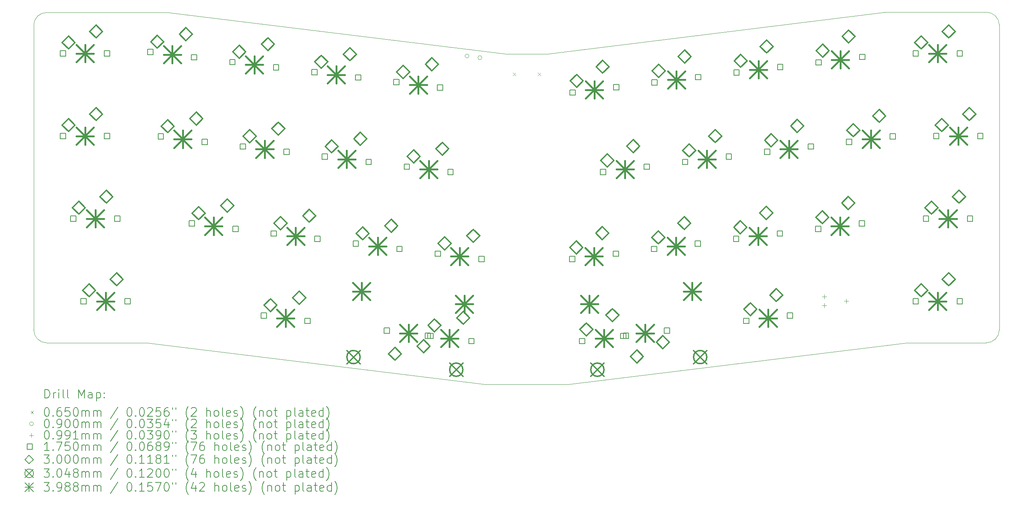
<source format=gbr>
%TF.GenerationSoftware,KiCad,Pcbnew,7.0.6*%
%TF.CreationDate,2023-07-31T17:00:54-04:00*%
%TF.ProjectId,Birdie,42697264-6965-42e6-9b69-6361645f7063,rev?*%
%TF.SameCoordinates,Original*%
%TF.FileFunction,Drillmap*%
%TF.FilePolarity,Positive*%
%FSLAX45Y45*%
G04 Gerber Fmt 4.5, Leading zero omitted, Abs format (unit mm)*
G04 Created by KiCad (PCBNEW 7.0.6) date 2023-07-31 17:00:54*
%MOMM*%
%LPD*%
G01*
G04 APERTURE LIST*
%ADD10C,0.100000*%
%ADD11C,0.200000*%
%ADD12C,0.065000*%
%ADD13C,0.090000*%
%ADD14C,0.099060*%
%ADD15C,0.175000*%
%ADD16C,0.300000*%
%ADD17C,0.304800*%
%ADD18C,0.398780*%
G04 APERTURE END LIST*
D10*
X22919805Y-2682670D02*
X25239180Y-2682670D01*
X25239180Y-10309356D02*
G75*
G03*
X25539180Y-10009355I-1J300001D01*
G01*
X3572576Y-10309355D02*
X5891951Y-10309355D01*
X3572576Y-2689355D02*
X6368201Y-2689355D01*
X15120253Y-3647019D02*
X22919805Y-2682670D01*
X25539180Y-2982670D02*
X25539180Y-10009355D01*
X3572576Y-2689352D02*
G75*
G03*
X3272577Y-2989354I3J-300003D01*
G01*
X14167753Y-3647019D02*
X15120253Y-3647019D01*
X15596503Y-11267019D02*
X23396055Y-10309354D01*
X14167753Y-3647019D02*
X6368201Y-2689355D01*
X25239180Y-10309354D02*
X23396055Y-10309354D01*
X3272570Y-10009354D02*
G75*
G03*
X3572576Y-10309355I300000J-1D01*
G01*
X13691503Y-11267019D02*
X5891951Y-10309355D01*
X3272577Y-2989354D02*
X3272576Y-10009354D01*
X25539174Y-2982670D02*
G75*
G03*
X25239180Y-2682670I-299995J5D01*
G01*
X13691503Y-11267019D02*
X15596503Y-11267019D01*
D11*
D12*
X14322503Y-4083124D02*
X14387503Y-4148124D01*
X14387503Y-4083124D02*
X14322503Y-4148124D01*
X14900503Y-4083124D02*
X14965503Y-4148124D01*
X14965503Y-4083124D02*
X14900503Y-4148124D01*
D13*
X13308375Y-3695418D02*
G75*
G03*
X13308375Y-3695418I-45000J0D01*
G01*
X13606138Y-3731979D02*
G75*
G03*
X13606138Y-3731979I-45000J0D01*
G01*
D14*
X21500624Y-9192825D02*
X21500624Y-9291885D01*
X21451094Y-9242355D02*
X21550154Y-9242355D01*
X21500624Y-9396025D02*
X21500624Y-9495085D01*
X21451094Y-9445555D02*
X21550154Y-9445555D01*
X22008624Y-9294425D02*
X22008624Y-9393485D01*
X21959094Y-9343955D02*
X22058154Y-9343955D01*
D15*
X4009368Y-3697043D02*
X4009368Y-3573298D01*
X3885623Y-3573298D01*
X3885623Y-3697043D01*
X4009368Y-3697043D01*
X4009369Y-5602043D02*
X4009369Y-5478298D01*
X3885624Y-5478298D01*
X3885624Y-5602043D01*
X4009369Y-5602043D01*
X4247493Y-7507043D02*
X4247493Y-7383298D01*
X4123748Y-7383298D01*
X4123748Y-7507043D01*
X4247493Y-7507043D01*
X4485618Y-9412043D02*
X4485618Y-9288298D01*
X4361874Y-9288298D01*
X4361874Y-9412043D01*
X4485618Y-9412043D01*
X5025368Y-3697043D02*
X5025368Y-3573298D01*
X4901624Y-3573298D01*
X4901624Y-3697043D01*
X5025368Y-3697043D01*
X5025369Y-5602043D02*
X5025369Y-5478298D01*
X4901624Y-5478298D01*
X4901624Y-5602043D01*
X5025369Y-5602043D01*
X5263493Y-7507043D02*
X5263493Y-7383298D01*
X5139749Y-7383298D01*
X5139749Y-7507043D01*
X5263493Y-7507043D01*
X5501618Y-9412043D02*
X5501618Y-9288298D01*
X5377874Y-9288298D01*
X5377874Y-9412043D01*
X5501618Y-9412043D01*
X6025824Y-3662496D02*
X6025824Y-3538751D01*
X5902079Y-3538751D01*
X5902079Y-3662496D01*
X6025824Y-3662496D01*
X6266364Y-5611336D02*
X6266364Y-5487591D01*
X6142619Y-5487591D01*
X6142619Y-5611336D01*
X6266364Y-5611336D01*
X6979603Y-7618217D02*
X6979603Y-7494472D01*
X6855858Y-7494472D01*
X6855858Y-7618217D01*
X6979603Y-7618217D01*
X7034250Y-3786315D02*
X7034250Y-3662570D01*
X6910506Y-3662570D01*
X6910506Y-3786315D01*
X7034250Y-3786315D01*
X7274791Y-5735155D02*
X7274791Y-5611410D01*
X7151046Y-5611410D01*
X7151046Y-5735155D01*
X7274791Y-5735155D01*
X7916625Y-3894656D02*
X7916625Y-3770911D01*
X7792880Y-3770911D01*
X7792880Y-3894656D01*
X7916625Y-3894656D01*
X7988030Y-7742036D02*
X7988030Y-7618291D01*
X7864285Y-7618291D01*
X7864285Y-7742036D01*
X7988030Y-7742036D01*
X8157164Y-5843498D02*
X8157164Y-5719753D01*
X8033420Y-5719753D01*
X8033420Y-5843498D01*
X8157164Y-5843498D01*
X8638242Y-9741179D02*
X8638242Y-9617434D01*
X8514497Y-9617434D01*
X8514497Y-9741179D01*
X8638242Y-9741179D01*
X8870403Y-7850378D02*
X8870403Y-7726633D01*
X8746658Y-7726633D01*
X8746658Y-7850378D01*
X8870403Y-7850378D01*
X8925052Y-4018475D02*
X8925052Y-3894731D01*
X8801307Y-3894731D01*
X8801307Y-4018475D01*
X8925052Y-4018475D01*
X9165591Y-5967317D02*
X9165591Y-5843572D01*
X9041847Y-5843572D01*
X9041847Y-5967317D01*
X9165591Y-5967317D01*
X9646669Y-9864998D02*
X9646669Y-9741253D01*
X9522924Y-9741253D01*
X9522924Y-9864998D01*
X9646669Y-9864998D01*
X9807425Y-4126818D02*
X9807425Y-4003073D01*
X9683681Y-4003073D01*
X9683681Y-4126818D01*
X9807425Y-4126818D01*
X9878830Y-7974197D02*
X9878830Y-7850453D01*
X9755085Y-7850453D01*
X9755085Y-7974197D01*
X9878830Y-7974197D01*
X10047964Y-6075659D02*
X10047964Y-5951914D01*
X9924219Y-5951914D01*
X9924219Y-6075659D01*
X10047964Y-6075659D01*
X10761203Y-8082540D02*
X10761203Y-7958795D01*
X10637459Y-7958795D01*
X10637459Y-8082540D01*
X10761203Y-8082540D01*
X10815852Y-4250637D02*
X10815852Y-4126892D01*
X10692107Y-4126892D01*
X10692107Y-4250637D01*
X10815852Y-4250637D01*
X11056391Y-6199478D02*
X11056391Y-6075733D01*
X10932646Y-6075733D01*
X10932646Y-6199478D01*
X11056391Y-6199478D01*
X11474442Y-10089421D02*
X11474442Y-9965676D01*
X11350697Y-9965676D01*
X11350697Y-10089421D01*
X11474442Y-10089421D01*
X11698226Y-4358979D02*
X11698226Y-4235234D01*
X11574481Y-4235234D01*
X11574481Y-4358979D01*
X11698226Y-4358979D01*
X11769630Y-8206359D02*
X11769630Y-8082614D01*
X11645885Y-8082614D01*
X11645885Y-8206359D01*
X11769630Y-8206359D01*
X11938765Y-6307819D02*
X11938765Y-6184074D01*
X11815020Y-6184074D01*
X11815020Y-6307819D01*
X11938765Y-6307819D01*
X12419843Y-10205501D02*
X12419843Y-10081756D01*
X12296098Y-10081756D01*
X12296098Y-10205501D01*
X12419843Y-10205501D01*
X12482869Y-10213240D02*
X12482869Y-10089495D01*
X12359124Y-10089495D01*
X12359124Y-10213240D01*
X12482869Y-10213240D01*
X12652004Y-8314701D02*
X12652004Y-8190956D01*
X12528259Y-8190956D01*
X12528259Y-8314701D01*
X12652004Y-8314701D01*
X12706652Y-4482798D02*
X12706652Y-4359053D01*
X12582908Y-4359053D01*
X12582908Y-4482798D01*
X12706652Y-4482798D01*
X12947191Y-6431638D02*
X12947191Y-6307894D01*
X12823447Y-6307894D01*
X12823447Y-6431638D01*
X12947191Y-6431638D01*
X13428269Y-10329320D02*
X13428269Y-10205576D01*
X13304525Y-10205576D01*
X13304525Y-10329320D01*
X13428269Y-10329320D01*
X13660430Y-8438520D02*
X13660430Y-8314775D01*
X13536686Y-8314775D01*
X13536686Y-8438520D01*
X13660430Y-8438520D01*
X15751321Y-8438520D02*
X15751321Y-8314775D01*
X15627576Y-8314775D01*
X15627576Y-8438520D01*
X15751321Y-8438520D01*
X15759699Y-4598879D02*
X15759699Y-4475134D01*
X15635954Y-4475134D01*
X15635954Y-4598879D01*
X15759699Y-4598879D01*
X15983482Y-10329320D02*
X15983482Y-10205575D01*
X15859737Y-10205575D01*
X15859737Y-10329320D01*
X15983482Y-10329320D01*
X16464560Y-6431638D02*
X16464560Y-6307893D01*
X16340815Y-6307893D01*
X16340815Y-6431638D01*
X16464560Y-6431638D01*
X16759748Y-8314700D02*
X16759748Y-8190955D01*
X16636003Y-8190955D01*
X16636003Y-8314700D01*
X16759748Y-8314700D01*
X16768126Y-4475060D02*
X16768126Y-4351315D01*
X16644381Y-4351315D01*
X16644381Y-4475060D01*
X16768126Y-4475060D01*
X16928882Y-10213240D02*
X16928882Y-10089495D01*
X16805137Y-10089495D01*
X16805137Y-10213240D01*
X16928882Y-10213240D01*
X16991908Y-10205501D02*
X16991908Y-10081756D01*
X16868164Y-10081756D01*
X16868164Y-10205501D01*
X16991908Y-10205501D01*
X17472987Y-6307819D02*
X17472987Y-6184074D01*
X17349242Y-6184074D01*
X17349242Y-6307819D01*
X17472987Y-6307819D01*
X17642121Y-8206358D02*
X17642121Y-8082614D01*
X17518377Y-8082614D01*
X17518377Y-8206358D01*
X17642121Y-8206358D01*
X17650499Y-4366718D02*
X17650499Y-4242973D01*
X17526755Y-4242973D01*
X17526755Y-4366718D01*
X17650499Y-4366718D01*
X17937309Y-10089420D02*
X17937309Y-9965676D01*
X17813564Y-9965676D01*
X17813564Y-10089420D01*
X17937309Y-10089420D01*
X18355360Y-6199477D02*
X18355360Y-6075733D01*
X18231615Y-6075733D01*
X18231615Y-6199477D01*
X18355360Y-6199477D01*
X18650548Y-8082539D02*
X18650548Y-7958794D01*
X18526803Y-7958794D01*
X18526803Y-8082539D01*
X18650548Y-8082539D01*
X18658926Y-4242899D02*
X18658926Y-4119154D01*
X18535181Y-4119154D01*
X18535181Y-4242899D01*
X18658926Y-4242899D01*
X19363787Y-6075658D02*
X19363787Y-5951913D01*
X19240042Y-5951913D01*
X19240042Y-6075658D01*
X19363787Y-6075658D01*
X19532922Y-7974198D02*
X19532922Y-7850453D01*
X19409177Y-7850453D01*
X19409177Y-7974198D01*
X19532922Y-7974198D01*
X19541300Y-4134556D02*
X19541300Y-4010811D01*
X19417555Y-4010811D01*
X19417555Y-4134556D01*
X19541300Y-4134556D01*
X19765083Y-9864998D02*
X19765083Y-9741253D01*
X19641338Y-9741253D01*
X19641338Y-9864998D01*
X19765083Y-9864998D01*
X20246160Y-5967317D02*
X20246160Y-5843572D01*
X20122415Y-5843572D01*
X20122415Y-5967317D01*
X20246160Y-5967317D01*
X20541349Y-7850379D02*
X20541349Y-7726634D01*
X20417604Y-7726634D01*
X20417604Y-7850379D01*
X20541349Y-7850379D01*
X20549727Y-4010737D02*
X20549727Y-3886992D01*
X20425982Y-3886992D01*
X20425982Y-4010737D01*
X20549727Y-4010737D01*
X20773510Y-9741179D02*
X20773510Y-9617434D01*
X20649765Y-9617434D01*
X20649765Y-9741179D01*
X20773510Y-9741179D01*
X21254587Y-5843497D02*
X21254587Y-5719753D01*
X21130842Y-5719753D01*
X21130842Y-5843497D01*
X21254587Y-5843497D01*
X21423723Y-7742036D02*
X21423723Y-7618291D01*
X21299978Y-7618291D01*
X21299978Y-7742036D01*
X21423723Y-7742036D01*
X21432100Y-3902395D02*
X21432100Y-3778650D01*
X21308355Y-3778650D01*
X21308355Y-3902395D01*
X21432100Y-3902395D01*
X22136962Y-5735156D02*
X22136962Y-5611411D01*
X22013217Y-5611411D01*
X22013217Y-5735156D01*
X22136962Y-5735156D01*
X22432149Y-7618217D02*
X22432149Y-7494472D01*
X22308405Y-7494472D01*
X22308405Y-7618217D01*
X22432149Y-7618217D01*
X22440527Y-3778576D02*
X22440527Y-3654831D01*
X22316782Y-3654831D01*
X22316782Y-3778576D01*
X22440527Y-3778576D01*
X23145388Y-5611336D02*
X23145388Y-5487592D01*
X23021643Y-5487592D01*
X23021643Y-5611336D01*
X23145388Y-5611336D01*
X23672170Y-9412043D02*
X23672170Y-9288298D01*
X23548425Y-9288298D01*
X23548425Y-9412043D01*
X23672170Y-9412043D01*
X23672170Y-3697042D02*
X23672170Y-3573298D01*
X23548425Y-3573298D01*
X23548425Y-3697042D01*
X23672170Y-3697042D01*
X23910295Y-7507043D02*
X23910295Y-7383298D01*
X23786550Y-7383298D01*
X23786550Y-7507043D01*
X23910295Y-7507043D01*
X24148420Y-5602043D02*
X24148420Y-5478298D01*
X24024675Y-5478298D01*
X24024675Y-5602043D01*
X24148420Y-5602043D01*
X24688170Y-9412043D02*
X24688170Y-9288298D01*
X24564425Y-9288298D01*
X24564425Y-9412043D01*
X24688170Y-9412043D01*
X24688170Y-3697042D02*
X24688170Y-3573298D01*
X24564425Y-3573298D01*
X24564425Y-3697042D01*
X24688170Y-3697042D01*
X24926295Y-7507043D02*
X24926295Y-7383298D01*
X24802550Y-7383298D01*
X24802550Y-7507043D01*
X24926295Y-7507043D01*
X25164420Y-5602043D02*
X25164420Y-5478298D01*
X25040675Y-5478298D01*
X25040675Y-5602043D01*
X25164420Y-5602043D01*
D16*
X4074496Y-3531170D02*
X4224496Y-3381170D01*
X4074496Y-3231170D01*
X3924496Y-3381170D01*
X4074496Y-3531170D01*
X4074496Y-5436170D02*
X4224496Y-5286170D01*
X4074496Y-5136170D01*
X3924496Y-5286170D01*
X4074496Y-5436170D01*
X4312621Y-7341171D02*
X4462621Y-7191171D01*
X4312621Y-7041171D01*
X4162621Y-7191171D01*
X4312621Y-7341171D01*
X4550746Y-9246171D02*
X4700746Y-9096171D01*
X4550746Y-8946171D01*
X4400746Y-9096171D01*
X4550746Y-9246171D01*
X4709496Y-3277170D02*
X4859496Y-3127170D01*
X4709496Y-2977170D01*
X4559496Y-3127170D01*
X4709496Y-3277170D01*
X4709496Y-5182170D02*
X4859496Y-5032170D01*
X4709496Y-4882170D01*
X4559496Y-5032170D01*
X4709496Y-5182170D01*
X4947621Y-7087171D02*
X5097621Y-6937171D01*
X4947621Y-6787171D01*
X4797621Y-6937171D01*
X4947621Y-7087171D01*
X5185746Y-8992171D02*
X5335746Y-8842171D01*
X5185746Y-8692171D01*
X5035746Y-8842171D01*
X5185746Y-8992171D01*
X6120959Y-3513994D02*
X6270959Y-3363994D01*
X6120959Y-3213994D01*
X5970959Y-3363994D01*
X6120959Y-3513994D01*
X6361500Y-5462834D02*
X6511500Y-5312834D01*
X6361500Y-5162834D01*
X6211500Y-5312834D01*
X6361500Y-5462834D01*
X6782181Y-3339274D02*
X6932181Y-3189274D01*
X6782181Y-3039274D01*
X6632181Y-3189274D01*
X6782181Y-3339274D01*
X7022721Y-5288115D02*
X7172721Y-5138115D01*
X7022721Y-4988115D01*
X6872721Y-5138115D01*
X7022721Y-5288115D01*
X7074738Y-7469715D02*
X7224738Y-7319715D01*
X7074738Y-7169715D01*
X6924738Y-7319715D01*
X7074738Y-7469715D01*
X7735960Y-7294995D02*
X7885960Y-7144995D01*
X7735960Y-6994995D01*
X7585960Y-7144995D01*
X7735960Y-7294995D01*
X8011760Y-3746155D02*
X8161760Y-3596155D01*
X8011760Y-3446155D01*
X7861760Y-3596155D01*
X8011760Y-3746155D01*
X8252300Y-5694996D02*
X8402300Y-5544996D01*
X8252300Y-5394996D01*
X8102300Y-5544996D01*
X8252300Y-5694996D01*
X8672982Y-3571435D02*
X8822982Y-3421435D01*
X8672982Y-3271435D01*
X8522982Y-3421435D01*
X8672982Y-3571435D01*
X8733377Y-9592677D02*
X8883377Y-9442677D01*
X8733377Y-9292677D01*
X8583377Y-9442677D01*
X8733377Y-9592677D01*
X8913522Y-5520276D02*
X9063522Y-5370276D01*
X8913522Y-5220276D01*
X8763522Y-5370276D01*
X8913522Y-5520276D01*
X8965539Y-7701876D02*
X9115539Y-7551876D01*
X8965539Y-7401876D01*
X8815539Y-7551876D01*
X8965539Y-7701876D01*
X9394599Y-9417957D02*
X9544599Y-9267957D01*
X9394599Y-9117957D01*
X9244599Y-9267957D01*
X9394599Y-9417957D01*
X9626760Y-7527157D02*
X9776760Y-7377157D01*
X9626760Y-7227157D01*
X9476760Y-7377157D01*
X9626760Y-7527157D01*
X9902561Y-3978316D02*
X10052561Y-3828316D01*
X9902561Y-3678316D01*
X9752561Y-3828316D01*
X9902561Y-3978316D01*
X10143100Y-5927157D02*
X10293100Y-5777157D01*
X10143100Y-5627157D01*
X9993100Y-5777157D01*
X10143100Y-5927157D01*
X10563783Y-3803596D02*
X10713783Y-3653596D01*
X10563783Y-3503596D01*
X10413783Y-3653596D01*
X10563783Y-3803596D01*
X10804321Y-5752437D02*
X10954321Y-5602437D01*
X10804321Y-5452437D01*
X10654321Y-5602437D01*
X10804321Y-5752437D01*
X10856339Y-7934038D02*
X11006339Y-7784038D01*
X10856339Y-7634038D01*
X10706339Y-7784038D01*
X10856339Y-7934038D01*
X11517561Y-7759318D02*
X11667561Y-7609318D01*
X11517561Y-7459318D01*
X11367561Y-7609318D01*
X11517561Y-7759318D01*
X11602767Y-10712716D02*
X11752767Y-10562716D01*
X11602767Y-10412716D01*
X11452767Y-10562716D01*
X11602767Y-10712716D01*
X11793361Y-4210477D02*
X11943361Y-4060477D01*
X11793361Y-3910477D01*
X11643361Y-4060477D01*
X11793361Y-4210477D01*
X12033900Y-6159318D02*
X12183900Y-6009318D01*
X12033900Y-5859318D01*
X11883900Y-6009318D01*
X12033900Y-6159318D01*
X12263988Y-10537997D02*
X12413988Y-10387997D01*
X12263988Y-10237997D01*
X12113988Y-10387997D01*
X12263988Y-10537997D01*
X12454583Y-4035757D02*
X12604583Y-3885757D01*
X12454583Y-3735757D01*
X12304583Y-3885757D01*
X12454583Y-4035757D01*
X12514978Y-10056999D02*
X12664978Y-9906999D01*
X12514978Y-9756999D01*
X12364978Y-9906999D01*
X12514978Y-10056999D01*
X12695122Y-5984598D02*
X12845122Y-5834598D01*
X12695122Y-5684598D01*
X12545122Y-5834598D01*
X12695122Y-5984598D01*
X12747139Y-8166199D02*
X12897139Y-8016199D01*
X12747139Y-7866199D01*
X12597139Y-8016199D01*
X12747139Y-8166199D01*
X13176200Y-9882280D02*
X13326200Y-9732280D01*
X13176200Y-9582280D01*
X13026200Y-9732280D01*
X13176200Y-9882280D01*
X13408361Y-7991479D02*
X13558361Y-7841479D01*
X13408361Y-7691479D01*
X13258361Y-7841479D01*
X13408361Y-7991479D01*
X15784547Y-8259063D02*
X15934547Y-8109063D01*
X15784547Y-7959063D01*
X15634547Y-8109063D01*
X15784547Y-8259063D01*
X15792925Y-4419422D02*
X15942925Y-4269422D01*
X15792925Y-4119422D01*
X15642925Y-4269422D01*
X15792925Y-4419422D01*
X16016708Y-10149864D02*
X16166708Y-9999864D01*
X16016708Y-9849864D01*
X15866708Y-9999864D01*
X16016708Y-10149864D01*
X16383859Y-7929569D02*
X16533859Y-7779569D01*
X16383859Y-7629569D01*
X16233859Y-7779569D01*
X16383859Y-7929569D01*
X16392237Y-4089929D02*
X16542237Y-3939929D01*
X16392237Y-3789929D01*
X16242237Y-3939929D01*
X16392237Y-4089929D01*
X16497786Y-6252182D02*
X16647786Y-6102182D01*
X16497786Y-5952182D01*
X16347786Y-6102182D01*
X16497786Y-6252182D01*
X16616020Y-9820370D02*
X16766020Y-9670370D01*
X16616020Y-9520370D01*
X16466020Y-9670370D01*
X16616020Y-9820370D01*
X17097098Y-5922688D02*
X17247098Y-5772688D01*
X17097098Y-5622688D01*
X16947098Y-5772688D01*
X17097098Y-5922688D01*
X17181026Y-10774626D02*
X17331026Y-10624626D01*
X17181026Y-10474626D01*
X17031026Y-10624626D01*
X17181026Y-10774626D01*
X17675348Y-8026902D02*
X17825348Y-7876902D01*
X17675348Y-7726902D01*
X17525348Y-7876902D01*
X17675348Y-8026902D01*
X17683725Y-4187261D02*
X17833725Y-4037261D01*
X17683725Y-3887261D01*
X17533725Y-4037261D01*
X17683725Y-4187261D01*
X17780338Y-10445132D02*
X17930338Y-10295132D01*
X17780338Y-10145132D01*
X17630338Y-10295132D01*
X17780338Y-10445132D01*
X18274660Y-7697408D02*
X18424660Y-7547408D01*
X18274660Y-7397408D01*
X18124660Y-7547408D01*
X18274660Y-7697408D01*
X18283037Y-3857767D02*
X18433037Y-3707767D01*
X18283037Y-3557767D01*
X18133037Y-3707767D01*
X18283037Y-3857767D01*
X18388586Y-6020021D02*
X18538586Y-5870021D01*
X18388586Y-5720021D01*
X18238586Y-5870021D01*
X18388586Y-6020021D01*
X18987898Y-5690527D02*
X19137898Y-5540527D01*
X18987898Y-5390527D01*
X18837898Y-5540527D01*
X18987898Y-5690527D01*
X19566148Y-7794741D02*
X19716148Y-7644741D01*
X19566148Y-7494741D01*
X19416148Y-7644741D01*
X19566148Y-7794741D01*
X19574526Y-3955100D02*
X19724526Y-3805100D01*
X19574526Y-3655100D01*
X19424526Y-3805100D01*
X19574526Y-3955100D01*
X19798309Y-9685542D02*
X19948309Y-9535542D01*
X19798309Y-9385542D01*
X19648309Y-9535542D01*
X19798309Y-9685542D01*
X20165460Y-7465247D02*
X20315460Y-7315247D01*
X20165460Y-7165247D01*
X20015460Y-7315247D01*
X20165460Y-7465247D01*
X20173838Y-3625606D02*
X20323838Y-3475606D01*
X20173838Y-3325606D01*
X20023838Y-3475606D01*
X20173838Y-3625606D01*
X20279386Y-5787860D02*
X20429386Y-5637860D01*
X20279386Y-5487860D01*
X20129386Y-5637860D01*
X20279386Y-5787860D01*
X20397621Y-9356048D02*
X20547621Y-9206048D01*
X20397621Y-9056048D01*
X20247621Y-9206048D01*
X20397621Y-9356048D01*
X20878698Y-5458366D02*
X21028698Y-5308366D01*
X20878698Y-5158366D01*
X20728698Y-5308366D01*
X20878698Y-5458366D01*
X21456949Y-7562580D02*
X21606949Y-7412580D01*
X21456949Y-7262580D01*
X21306949Y-7412580D01*
X21456949Y-7562580D01*
X21465326Y-3722939D02*
X21615326Y-3572939D01*
X21465326Y-3422939D01*
X21315326Y-3572939D01*
X21465326Y-3722939D01*
X22056261Y-7233086D02*
X22206261Y-7083086D01*
X22056261Y-6933086D01*
X21906261Y-7083086D01*
X22056261Y-7233086D01*
X22064638Y-3393445D02*
X22214638Y-3243445D01*
X22064638Y-3093445D01*
X21914638Y-3243445D01*
X22064638Y-3393445D01*
X22170188Y-5555699D02*
X22320188Y-5405699D01*
X22170188Y-5255699D01*
X22020188Y-5405699D01*
X22170188Y-5555699D01*
X22769500Y-5226205D02*
X22919500Y-5076205D01*
X22769500Y-4926205D01*
X22619500Y-5076205D01*
X22769500Y-5226205D01*
X23737298Y-9246171D02*
X23887298Y-9096171D01*
X23737298Y-8946171D01*
X23587298Y-9096171D01*
X23737298Y-9246171D01*
X23737298Y-3531170D02*
X23887298Y-3381170D01*
X23737298Y-3231170D01*
X23587298Y-3381170D01*
X23737298Y-3531170D01*
X23975423Y-7341170D02*
X24125423Y-7191170D01*
X23975423Y-7041170D01*
X23825423Y-7191170D01*
X23975423Y-7341170D01*
X24213548Y-5436171D02*
X24363548Y-5286171D01*
X24213548Y-5136171D01*
X24063548Y-5286171D01*
X24213548Y-5436171D01*
X24372298Y-8992171D02*
X24522298Y-8842171D01*
X24372298Y-8692171D01*
X24222298Y-8842171D01*
X24372298Y-8992171D01*
X24372298Y-3277170D02*
X24522298Y-3127170D01*
X24372298Y-2977170D01*
X24222298Y-3127170D01*
X24372298Y-3277170D01*
X24610423Y-7087170D02*
X24760423Y-6937170D01*
X24610423Y-6787170D01*
X24460423Y-6937170D01*
X24610423Y-7087170D01*
X24848548Y-5182171D02*
X24998548Y-5032171D01*
X24848548Y-4882171D01*
X24698548Y-5032171D01*
X24848548Y-5182171D01*
D17*
X10494356Y-10484864D02*
X10799156Y-10789664D01*
X10799156Y-10484864D02*
X10494356Y-10789664D01*
X10799156Y-10637264D02*
G75*
G03*
X10799156Y-10637264I-152400J0D01*
G01*
X12864159Y-10775839D02*
X13168959Y-11080639D01*
X13168959Y-10775839D02*
X12864159Y-11080639D01*
X13168959Y-10928239D02*
G75*
G03*
X13168959Y-10928239I-152400J0D01*
G01*
X16119047Y-10775839D02*
X16423847Y-11080639D01*
X16423847Y-10775839D02*
X16119047Y-11080639D01*
X16423847Y-10928239D02*
G75*
G03*
X16423847Y-10928239I-152400J0D01*
G01*
X18488851Y-10484863D02*
X18793651Y-10789663D01*
X18793651Y-10484863D02*
X18488851Y-10789663D01*
X18793651Y-10637263D02*
G75*
G03*
X18793651Y-10637263I-152400J0D01*
G01*
D18*
X4256106Y-3435780D02*
X4654886Y-3834560D01*
X4654886Y-3435780D02*
X4256106Y-3834560D01*
X4455496Y-3435780D02*
X4455496Y-3834560D01*
X4256106Y-3635170D02*
X4654886Y-3635170D01*
X4256106Y-5340780D02*
X4654886Y-5739560D01*
X4654886Y-5340780D02*
X4256106Y-5739560D01*
X4455496Y-5340780D02*
X4455496Y-5739560D01*
X4256106Y-5540170D02*
X4654886Y-5540170D01*
X4494231Y-7245781D02*
X4893011Y-7644561D01*
X4893011Y-7245781D02*
X4494231Y-7644561D01*
X4693621Y-7245781D02*
X4693621Y-7644561D01*
X4494231Y-7445171D02*
X4893011Y-7445171D01*
X4732356Y-9150781D02*
X5131136Y-9549561D01*
X5131136Y-9150781D02*
X4732356Y-9549561D01*
X4931746Y-9150781D02*
X4931746Y-9549561D01*
X4732356Y-9350171D02*
X5131136Y-9350171D01*
X6268775Y-3463143D02*
X6667555Y-3861923D01*
X6667555Y-3463143D02*
X6268775Y-3861923D01*
X6468165Y-3463143D02*
X6468165Y-3861923D01*
X6268775Y-3662533D02*
X6667555Y-3662533D01*
X6509315Y-5411983D02*
X6908095Y-5810763D01*
X6908095Y-5411983D02*
X6509315Y-5810763D01*
X6708705Y-5411983D02*
X6708705Y-5810763D01*
X6509315Y-5611373D02*
X6908095Y-5611373D01*
X7222554Y-7418864D02*
X7621334Y-7817644D01*
X7621334Y-7418864D02*
X7222554Y-7817644D01*
X7421944Y-7418864D02*
X7421944Y-7817644D01*
X7222554Y-7618254D02*
X7621334Y-7618254D01*
X8159576Y-3695303D02*
X8558356Y-4094083D01*
X8558356Y-3695303D02*
X8159576Y-4094083D01*
X8358966Y-3695303D02*
X8358966Y-4094083D01*
X8159576Y-3894693D02*
X8558356Y-3894693D01*
X8400116Y-5644145D02*
X8798896Y-6042925D01*
X8798896Y-5644145D02*
X8400116Y-6042925D01*
X8599506Y-5644145D02*
X8599506Y-6042925D01*
X8400116Y-5843535D02*
X8798896Y-5843535D01*
X8881193Y-9541826D02*
X9279973Y-9940606D01*
X9279973Y-9541826D02*
X8881193Y-9940606D01*
X9080583Y-9541826D02*
X9080583Y-9940606D01*
X8881193Y-9741216D02*
X9279973Y-9741216D01*
X9113354Y-7651025D02*
X9512134Y-8049805D01*
X9512134Y-7651025D02*
X9113354Y-8049805D01*
X9312744Y-7651025D02*
X9312744Y-8049805D01*
X9113354Y-7850415D02*
X9512134Y-7850415D01*
X10050376Y-3927465D02*
X10449156Y-4326245D01*
X10449156Y-3927465D02*
X10050376Y-4326245D01*
X10249766Y-3927465D02*
X10249766Y-4326245D01*
X10050376Y-4126855D02*
X10449156Y-4126855D01*
X10290915Y-5876306D02*
X10689695Y-6275086D01*
X10689695Y-5876306D02*
X10290915Y-6275086D01*
X10490305Y-5876306D02*
X10490305Y-6275086D01*
X10290915Y-6075696D02*
X10689695Y-6075696D01*
X10633094Y-8925233D02*
X11031874Y-9324013D01*
X11031874Y-8925233D02*
X10633094Y-9324013D01*
X10832484Y-8925233D02*
X10832484Y-9324013D01*
X10633094Y-9124623D02*
X11031874Y-9124623D01*
X11004154Y-7883187D02*
X11402934Y-8281967D01*
X11402934Y-7883187D02*
X11004154Y-8281967D01*
X11203544Y-7883187D02*
X11203544Y-8281967D01*
X11004154Y-8082577D02*
X11402934Y-8082577D01*
X11717393Y-9890068D02*
X12116173Y-10288848D01*
X12116173Y-9890068D02*
X11717393Y-10288848D01*
X11916783Y-9890068D02*
X11916783Y-10288848D01*
X11717393Y-10089458D02*
X12116173Y-10089458D01*
X11941177Y-4159626D02*
X12339957Y-4558406D01*
X12339957Y-4159626D02*
X11941177Y-4558406D01*
X12140567Y-4159626D02*
X12140567Y-4558406D01*
X11941177Y-4359016D02*
X12339957Y-4359016D01*
X12181716Y-6108466D02*
X12580496Y-6507246D01*
X12580496Y-6108466D02*
X12181716Y-6507246D01*
X12381106Y-6108466D02*
X12381106Y-6507246D01*
X12181716Y-6307856D02*
X12580496Y-6307856D01*
X12662794Y-10006148D02*
X13061574Y-10404928D01*
X13061574Y-10006148D02*
X12662794Y-10404928D01*
X12862184Y-10006148D02*
X12862184Y-10404928D01*
X12662794Y-10205538D02*
X13061574Y-10205538D01*
X12894955Y-8115348D02*
X13293735Y-8514128D01*
X13293735Y-8115348D02*
X12894955Y-8514128D01*
X13094345Y-8115348D02*
X13094345Y-8514128D01*
X12894955Y-8314738D02*
X13293735Y-8314738D01*
X13002898Y-9216209D02*
X13401678Y-9614989D01*
X13401678Y-9216209D02*
X13002898Y-9614989D01*
X13202288Y-9216209D02*
X13202288Y-9614989D01*
X13002898Y-9415599D02*
X13401678Y-9415599D01*
X15886328Y-9216208D02*
X16285108Y-9614988D01*
X16285108Y-9216208D02*
X15886328Y-9614988D01*
X16085718Y-9216208D02*
X16085718Y-9614988D01*
X15886328Y-9415598D02*
X16285108Y-9415598D01*
X15994272Y-8115347D02*
X16393052Y-8514128D01*
X16393052Y-8115347D02*
X15994272Y-8514128D01*
X16193662Y-8115347D02*
X16193662Y-8514128D01*
X15994272Y-8314737D02*
X16393052Y-8314737D01*
X16002650Y-4275707D02*
X16401430Y-4674487D01*
X16401430Y-4275707D02*
X16002650Y-4674487D01*
X16202040Y-4275707D02*
X16202040Y-4674487D01*
X16002650Y-4475097D02*
X16401430Y-4475097D01*
X16226433Y-10006148D02*
X16625213Y-10404928D01*
X16625213Y-10006148D02*
X16226433Y-10404928D01*
X16425823Y-10006148D02*
X16425823Y-10404928D01*
X16226433Y-10205538D02*
X16625213Y-10205538D01*
X16707511Y-6108466D02*
X17106291Y-6507246D01*
X17106291Y-6108466D02*
X16707511Y-6507246D01*
X16906901Y-6108466D02*
X16906901Y-6507246D01*
X16707511Y-6307856D02*
X17106291Y-6307856D01*
X17171833Y-9890068D02*
X17570613Y-10288848D01*
X17570613Y-9890068D02*
X17171833Y-10288848D01*
X17371223Y-9890068D02*
X17371223Y-10288848D01*
X17171833Y-10089458D02*
X17570613Y-10089458D01*
X17885072Y-7883186D02*
X18283852Y-8281966D01*
X18283852Y-7883186D02*
X17885072Y-8281966D01*
X18084462Y-7883186D02*
X18084462Y-8281966D01*
X17885072Y-8082576D02*
X18283852Y-8082576D01*
X17893450Y-4043546D02*
X18292230Y-4442326D01*
X18292230Y-4043546D02*
X17893450Y-4442326D01*
X18092840Y-4043546D02*
X18092840Y-4442326D01*
X17893450Y-4242936D02*
X18292230Y-4242936D01*
X18256132Y-8925233D02*
X18654912Y-9324013D01*
X18654912Y-8925233D02*
X18256132Y-9324013D01*
X18455522Y-8925233D02*
X18455522Y-9324013D01*
X18256132Y-9124623D02*
X18654912Y-9124623D01*
X18598311Y-5876305D02*
X18997091Y-6275085D01*
X18997091Y-5876305D02*
X18598311Y-6275085D01*
X18797701Y-5876305D02*
X18797701Y-6275085D01*
X18598311Y-6075695D02*
X18997091Y-6075695D01*
X19775873Y-7651026D02*
X20174653Y-8049806D01*
X20174653Y-7651026D02*
X19775873Y-8049806D01*
X19975263Y-7651026D02*
X19975263Y-8049806D01*
X19775873Y-7850416D02*
X20174653Y-7850416D01*
X19784251Y-3811384D02*
X20183031Y-4210164D01*
X20183031Y-3811384D02*
X19784251Y-4210164D01*
X19983641Y-3811384D02*
X19983641Y-4210164D01*
X19784251Y-4010774D02*
X20183031Y-4010774D01*
X20008034Y-9541826D02*
X20406814Y-9940606D01*
X20406814Y-9541826D02*
X20008034Y-9940606D01*
X20207424Y-9541826D02*
X20207424Y-9940606D01*
X20008034Y-9741216D02*
X20406814Y-9741216D01*
X20489111Y-5644145D02*
X20887891Y-6042925D01*
X20887891Y-5644145D02*
X20489111Y-6042925D01*
X20688501Y-5644145D02*
X20688501Y-6042925D01*
X20489111Y-5843535D02*
X20887891Y-5843535D01*
X21666674Y-7418864D02*
X22065454Y-7817644D01*
X22065454Y-7418864D02*
X21666674Y-7817644D01*
X21866064Y-7418864D02*
X21866064Y-7817644D01*
X21666674Y-7618254D02*
X22065454Y-7618254D01*
X21675051Y-3579223D02*
X22073831Y-3978003D01*
X22073831Y-3579223D02*
X21675051Y-3978003D01*
X21874441Y-3579223D02*
X21874441Y-3978003D01*
X21675051Y-3778613D02*
X22073831Y-3778613D01*
X22379912Y-5411984D02*
X22778692Y-5810764D01*
X22778692Y-5411984D02*
X22379912Y-5810764D01*
X22579302Y-5411984D02*
X22579302Y-5810764D01*
X22379912Y-5611374D02*
X22778692Y-5611374D01*
X23918908Y-9150781D02*
X24317688Y-9549561D01*
X24317688Y-9150781D02*
X23918908Y-9549561D01*
X24118298Y-9150781D02*
X24118298Y-9549561D01*
X23918908Y-9350171D02*
X24317688Y-9350171D01*
X23918908Y-3435780D02*
X24317688Y-3834560D01*
X24317688Y-3435780D02*
X23918908Y-3834560D01*
X24118298Y-3435780D02*
X24118298Y-3834560D01*
X23918908Y-3635170D02*
X24317688Y-3635170D01*
X24157033Y-7245780D02*
X24555813Y-7644560D01*
X24555813Y-7245780D02*
X24157033Y-7644560D01*
X24356423Y-7245780D02*
X24356423Y-7644560D01*
X24157033Y-7445170D02*
X24555813Y-7445170D01*
X24395158Y-5340781D02*
X24793938Y-5739561D01*
X24793938Y-5340781D02*
X24395158Y-5739561D01*
X24594548Y-5340781D02*
X24594548Y-5739561D01*
X24395158Y-5540171D02*
X24793938Y-5540171D01*
D11*
X3528347Y-11583503D02*
X3528347Y-11383503D01*
X3528347Y-11383503D02*
X3575966Y-11383503D01*
X3575966Y-11383503D02*
X3604537Y-11393027D01*
X3604537Y-11393027D02*
X3623585Y-11412074D01*
X3623585Y-11412074D02*
X3633109Y-11431122D01*
X3633109Y-11431122D02*
X3642632Y-11469217D01*
X3642632Y-11469217D02*
X3642632Y-11497789D01*
X3642632Y-11497789D02*
X3633109Y-11535884D01*
X3633109Y-11535884D02*
X3623585Y-11554931D01*
X3623585Y-11554931D02*
X3604537Y-11573979D01*
X3604537Y-11573979D02*
X3575966Y-11583503D01*
X3575966Y-11583503D02*
X3528347Y-11583503D01*
X3728347Y-11583503D02*
X3728347Y-11450169D01*
X3728347Y-11488265D02*
X3737871Y-11469217D01*
X3737871Y-11469217D02*
X3747394Y-11459693D01*
X3747394Y-11459693D02*
X3766442Y-11450169D01*
X3766442Y-11450169D02*
X3785490Y-11450169D01*
X3852156Y-11583503D02*
X3852156Y-11450169D01*
X3852156Y-11383503D02*
X3842632Y-11393027D01*
X3842632Y-11393027D02*
X3852156Y-11402550D01*
X3852156Y-11402550D02*
X3861680Y-11393027D01*
X3861680Y-11393027D02*
X3852156Y-11383503D01*
X3852156Y-11383503D02*
X3852156Y-11402550D01*
X3975966Y-11583503D02*
X3956918Y-11573979D01*
X3956918Y-11573979D02*
X3947394Y-11554931D01*
X3947394Y-11554931D02*
X3947394Y-11383503D01*
X4080728Y-11583503D02*
X4061680Y-11573979D01*
X4061680Y-11573979D02*
X4052156Y-11554931D01*
X4052156Y-11554931D02*
X4052156Y-11383503D01*
X4309299Y-11583503D02*
X4309299Y-11383503D01*
X4309299Y-11383503D02*
X4375966Y-11526360D01*
X4375966Y-11526360D02*
X4442633Y-11383503D01*
X4442633Y-11383503D02*
X4442633Y-11583503D01*
X4623585Y-11583503D02*
X4623585Y-11478741D01*
X4623585Y-11478741D02*
X4614061Y-11459693D01*
X4614061Y-11459693D02*
X4595014Y-11450169D01*
X4595014Y-11450169D02*
X4556918Y-11450169D01*
X4556918Y-11450169D02*
X4537871Y-11459693D01*
X4623585Y-11573979D02*
X4604537Y-11583503D01*
X4604537Y-11583503D02*
X4556918Y-11583503D01*
X4556918Y-11583503D02*
X4537871Y-11573979D01*
X4537871Y-11573979D02*
X4528347Y-11554931D01*
X4528347Y-11554931D02*
X4528347Y-11535884D01*
X4528347Y-11535884D02*
X4537871Y-11516836D01*
X4537871Y-11516836D02*
X4556918Y-11507312D01*
X4556918Y-11507312D02*
X4604537Y-11507312D01*
X4604537Y-11507312D02*
X4623585Y-11497789D01*
X4718823Y-11450169D02*
X4718823Y-11650169D01*
X4718823Y-11459693D02*
X4737871Y-11450169D01*
X4737871Y-11450169D02*
X4775966Y-11450169D01*
X4775966Y-11450169D02*
X4795014Y-11459693D01*
X4795014Y-11459693D02*
X4804537Y-11469217D01*
X4804537Y-11469217D02*
X4814061Y-11488265D01*
X4814061Y-11488265D02*
X4814061Y-11545408D01*
X4814061Y-11545408D02*
X4804537Y-11564455D01*
X4804537Y-11564455D02*
X4795014Y-11573979D01*
X4795014Y-11573979D02*
X4775966Y-11583503D01*
X4775966Y-11583503D02*
X4737871Y-11583503D01*
X4737871Y-11583503D02*
X4718823Y-11573979D01*
X4899775Y-11564455D02*
X4909299Y-11573979D01*
X4909299Y-11573979D02*
X4899775Y-11583503D01*
X4899775Y-11583503D02*
X4890252Y-11573979D01*
X4890252Y-11573979D02*
X4899775Y-11564455D01*
X4899775Y-11564455D02*
X4899775Y-11583503D01*
X4899775Y-11459693D02*
X4909299Y-11469217D01*
X4909299Y-11469217D02*
X4899775Y-11478741D01*
X4899775Y-11478741D02*
X4890252Y-11469217D01*
X4890252Y-11469217D02*
X4899775Y-11459693D01*
X4899775Y-11459693D02*
X4899775Y-11478741D01*
D12*
X3202570Y-11879519D02*
X3267570Y-11944519D01*
X3267570Y-11879519D02*
X3202570Y-11944519D01*
D11*
X3566442Y-11803503D02*
X3585490Y-11803503D01*
X3585490Y-11803503D02*
X3604537Y-11813027D01*
X3604537Y-11813027D02*
X3614061Y-11822550D01*
X3614061Y-11822550D02*
X3623585Y-11841598D01*
X3623585Y-11841598D02*
X3633109Y-11879693D01*
X3633109Y-11879693D02*
X3633109Y-11927312D01*
X3633109Y-11927312D02*
X3623585Y-11965408D01*
X3623585Y-11965408D02*
X3614061Y-11984455D01*
X3614061Y-11984455D02*
X3604537Y-11993979D01*
X3604537Y-11993979D02*
X3585490Y-12003503D01*
X3585490Y-12003503D02*
X3566442Y-12003503D01*
X3566442Y-12003503D02*
X3547394Y-11993979D01*
X3547394Y-11993979D02*
X3537871Y-11984455D01*
X3537871Y-11984455D02*
X3528347Y-11965408D01*
X3528347Y-11965408D02*
X3518823Y-11927312D01*
X3518823Y-11927312D02*
X3518823Y-11879693D01*
X3518823Y-11879693D02*
X3528347Y-11841598D01*
X3528347Y-11841598D02*
X3537871Y-11822550D01*
X3537871Y-11822550D02*
X3547394Y-11813027D01*
X3547394Y-11813027D02*
X3566442Y-11803503D01*
X3718823Y-11984455D02*
X3728347Y-11993979D01*
X3728347Y-11993979D02*
X3718823Y-12003503D01*
X3718823Y-12003503D02*
X3709299Y-11993979D01*
X3709299Y-11993979D02*
X3718823Y-11984455D01*
X3718823Y-11984455D02*
X3718823Y-12003503D01*
X3899775Y-11803503D02*
X3861680Y-11803503D01*
X3861680Y-11803503D02*
X3842632Y-11813027D01*
X3842632Y-11813027D02*
X3833109Y-11822550D01*
X3833109Y-11822550D02*
X3814061Y-11851122D01*
X3814061Y-11851122D02*
X3804537Y-11889217D01*
X3804537Y-11889217D02*
X3804537Y-11965408D01*
X3804537Y-11965408D02*
X3814061Y-11984455D01*
X3814061Y-11984455D02*
X3823585Y-11993979D01*
X3823585Y-11993979D02*
X3842632Y-12003503D01*
X3842632Y-12003503D02*
X3880728Y-12003503D01*
X3880728Y-12003503D02*
X3899775Y-11993979D01*
X3899775Y-11993979D02*
X3909299Y-11984455D01*
X3909299Y-11984455D02*
X3918823Y-11965408D01*
X3918823Y-11965408D02*
X3918823Y-11917789D01*
X3918823Y-11917789D02*
X3909299Y-11898741D01*
X3909299Y-11898741D02*
X3899775Y-11889217D01*
X3899775Y-11889217D02*
X3880728Y-11879693D01*
X3880728Y-11879693D02*
X3842632Y-11879693D01*
X3842632Y-11879693D02*
X3823585Y-11889217D01*
X3823585Y-11889217D02*
X3814061Y-11898741D01*
X3814061Y-11898741D02*
X3804537Y-11917789D01*
X4099775Y-11803503D02*
X4004537Y-11803503D01*
X4004537Y-11803503D02*
X3995013Y-11898741D01*
X3995013Y-11898741D02*
X4004537Y-11889217D01*
X4004537Y-11889217D02*
X4023585Y-11879693D01*
X4023585Y-11879693D02*
X4071204Y-11879693D01*
X4071204Y-11879693D02*
X4090252Y-11889217D01*
X4090252Y-11889217D02*
X4099775Y-11898741D01*
X4099775Y-11898741D02*
X4109299Y-11917789D01*
X4109299Y-11917789D02*
X4109299Y-11965408D01*
X4109299Y-11965408D02*
X4099775Y-11984455D01*
X4099775Y-11984455D02*
X4090252Y-11993979D01*
X4090252Y-11993979D02*
X4071204Y-12003503D01*
X4071204Y-12003503D02*
X4023585Y-12003503D01*
X4023585Y-12003503D02*
X4004537Y-11993979D01*
X4004537Y-11993979D02*
X3995013Y-11984455D01*
X4233109Y-11803503D02*
X4252156Y-11803503D01*
X4252156Y-11803503D02*
X4271204Y-11813027D01*
X4271204Y-11813027D02*
X4280728Y-11822550D01*
X4280728Y-11822550D02*
X4290252Y-11841598D01*
X4290252Y-11841598D02*
X4299775Y-11879693D01*
X4299775Y-11879693D02*
X4299775Y-11927312D01*
X4299775Y-11927312D02*
X4290252Y-11965408D01*
X4290252Y-11965408D02*
X4280728Y-11984455D01*
X4280728Y-11984455D02*
X4271204Y-11993979D01*
X4271204Y-11993979D02*
X4252156Y-12003503D01*
X4252156Y-12003503D02*
X4233109Y-12003503D01*
X4233109Y-12003503D02*
X4214061Y-11993979D01*
X4214061Y-11993979D02*
X4204537Y-11984455D01*
X4204537Y-11984455D02*
X4195014Y-11965408D01*
X4195014Y-11965408D02*
X4185490Y-11927312D01*
X4185490Y-11927312D02*
X4185490Y-11879693D01*
X4185490Y-11879693D02*
X4195014Y-11841598D01*
X4195014Y-11841598D02*
X4204537Y-11822550D01*
X4204537Y-11822550D02*
X4214061Y-11813027D01*
X4214061Y-11813027D02*
X4233109Y-11803503D01*
X4385490Y-12003503D02*
X4385490Y-11870169D01*
X4385490Y-11889217D02*
X4395014Y-11879693D01*
X4395014Y-11879693D02*
X4414061Y-11870169D01*
X4414061Y-11870169D02*
X4442633Y-11870169D01*
X4442633Y-11870169D02*
X4461680Y-11879693D01*
X4461680Y-11879693D02*
X4471204Y-11898741D01*
X4471204Y-11898741D02*
X4471204Y-12003503D01*
X4471204Y-11898741D02*
X4480728Y-11879693D01*
X4480728Y-11879693D02*
X4499775Y-11870169D01*
X4499775Y-11870169D02*
X4528347Y-11870169D01*
X4528347Y-11870169D02*
X4547395Y-11879693D01*
X4547395Y-11879693D02*
X4556918Y-11898741D01*
X4556918Y-11898741D02*
X4556918Y-12003503D01*
X4652156Y-12003503D02*
X4652156Y-11870169D01*
X4652156Y-11889217D02*
X4661680Y-11879693D01*
X4661680Y-11879693D02*
X4680728Y-11870169D01*
X4680728Y-11870169D02*
X4709299Y-11870169D01*
X4709299Y-11870169D02*
X4728347Y-11879693D01*
X4728347Y-11879693D02*
X4737871Y-11898741D01*
X4737871Y-11898741D02*
X4737871Y-12003503D01*
X4737871Y-11898741D02*
X4747395Y-11879693D01*
X4747395Y-11879693D02*
X4766442Y-11870169D01*
X4766442Y-11870169D02*
X4795014Y-11870169D01*
X4795014Y-11870169D02*
X4814061Y-11879693D01*
X4814061Y-11879693D02*
X4823585Y-11898741D01*
X4823585Y-11898741D02*
X4823585Y-12003503D01*
X5214061Y-11793979D02*
X5042633Y-12051122D01*
X5471204Y-11803503D02*
X5490252Y-11803503D01*
X5490252Y-11803503D02*
X5509299Y-11813027D01*
X5509299Y-11813027D02*
X5518823Y-11822550D01*
X5518823Y-11822550D02*
X5528347Y-11841598D01*
X5528347Y-11841598D02*
X5537871Y-11879693D01*
X5537871Y-11879693D02*
X5537871Y-11927312D01*
X5537871Y-11927312D02*
X5528347Y-11965408D01*
X5528347Y-11965408D02*
X5518823Y-11984455D01*
X5518823Y-11984455D02*
X5509299Y-11993979D01*
X5509299Y-11993979D02*
X5490252Y-12003503D01*
X5490252Y-12003503D02*
X5471204Y-12003503D01*
X5471204Y-12003503D02*
X5452157Y-11993979D01*
X5452157Y-11993979D02*
X5442633Y-11984455D01*
X5442633Y-11984455D02*
X5433109Y-11965408D01*
X5433109Y-11965408D02*
X5423585Y-11927312D01*
X5423585Y-11927312D02*
X5423585Y-11879693D01*
X5423585Y-11879693D02*
X5433109Y-11841598D01*
X5433109Y-11841598D02*
X5442633Y-11822550D01*
X5442633Y-11822550D02*
X5452157Y-11813027D01*
X5452157Y-11813027D02*
X5471204Y-11803503D01*
X5623585Y-11984455D02*
X5633109Y-11993979D01*
X5633109Y-11993979D02*
X5623585Y-12003503D01*
X5623585Y-12003503D02*
X5614061Y-11993979D01*
X5614061Y-11993979D02*
X5623585Y-11984455D01*
X5623585Y-11984455D02*
X5623585Y-12003503D01*
X5756918Y-11803503D02*
X5775966Y-11803503D01*
X5775966Y-11803503D02*
X5795014Y-11813027D01*
X5795014Y-11813027D02*
X5804537Y-11822550D01*
X5804537Y-11822550D02*
X5814061Y-11841598D01*
X5814061Y-11841598D02*
X5823585Y-11879693D01*
X5823585Y-11879693D02*
X5823585Y-11927312D01*
X5823585Y-11927312D02*
X5814061Y-11965408D01*
X5814061Y-11965408D02*
X5804537Y-11984455D01*
X5804537Y-11984455D02*
X5795014Y-11993979D01*
X5795014Y-11993979D02*
X5775966Y-12003503D01*
X5775966Y-12003503D02*
X5756918Y-12003503D01*
X5756918Y-12003503D02*
X5737871Y-11993979D01*
X5737871Y-11993979D02*
X5728347Y-11984455D01*
X5728347Y-11984455D02*
X5718823Y-11965408D01*
X5718823Y-11965408D02*
X5709299Y-11927312D01*
X5709299Y-11927312D02*
X5709299Y-11879693D01*
X5709299Y-11879693D02*
X5718823Y-11841598D01*
X5718823Y-11841598D02*
X5728347Y-11822550D01*
X5728347Y-11822550D02*
X5737871Y-11813027D01*
X5737871Y-11813027D02*
X5756918Y-11803503D01*
X5899776Y-11822550D02*
X5909299Y-11813027D01*
X5909299Y-11813027D02*
X5928347Y-11803503D01*
X5928347Y-11803503D02*
X5975966Y-11803503D01*
X5975966Y-11803503D02*
X5995014Y-11813027D01*
X5995014Y-11813027D02*
X6004537Y-11822550D01*
X6004537Y-11822550D02*
X6014061Y-11841598D01*
X6014061Y-11841598D02*
X6014061Y-11860646D01*
X6014061Y-11860646D02*
X6004537Y-11889217D01*
X6004537Y-11889217D02*
X5890252Y-12003503D01*
X5890252Y-12003503D02*
X6014061Y-12003503D01*
X6195014Y-11803503D02*
X6099776Y-11803503D01*
X6099776Y-11803503D02*
X6090252Y-11898741D01*
X6090252Y-11898741D02*
X6099776Y-11889217D01*
X6099776Y-11889217D02*
X6118823Y-11879693D01*
X6118823Y-11879693D02*
X6166442Y-11879693D01*
X6166442Y-11879693D02*
X6185490Y-11889217D01*
X6185490Y-11889217D02*
X6195014Y-11898741D01*
X6195014Y-11898741D02*
X6204537Y-11917789D01*
X6204537Y-11917789D02*
X6204537Y-11965408D01*
X6204537Y-11965408D02*
X6195014Y-11984455D01*
X6195014Y-11984455D02*
X6185490Y-11993979D01*
X6185490Y-11993979D02*
X6166442Y-12003503D01*
X6166442Y-12003503D02*
X6118823Y-12003503D01*
X6118823Y-12003503D02*
X6099776Y-11993979D01*
X6099776Y-11993979D02*
X6090252Y-11984455D01*
X6375966Y-11803503D02*
X6337871Y-11803503D01*
X6337871Y-11803503D02*
X6318823Y-11813027D01*
X6318823Y-11813027D02*
X6309299Y-11822550D01*
X6309299Y-11822550D02*
X6290252Y-11851122D01*
X6290252Y-11851122D02*
X6280728Y-11889217D01*
X6280728Y-11889217D02*
X6280728Y-11965408D01*
X6280728Y-11965408D02*
X6290252Y-11984455D01*
X6290252Y-11984455D02*
X6299776Y-11993979D01*
X6299776Y-11993979D02*
X6318823Y-12003503D01*
X6318823Y-12003503D02*
X6356918Y-12003503D01*
X6356918Y-12003503D02*
X6375966Y-11993979D01*
X6375966Y-11993979D02*
X6385490Y-11984455D01*
X6385490Y-11984455D02*
X6395014Y-11965408D01*
X6395014Y-11965408D02*
X6395014Y-11917789D01*
X6395014Y-11917789D02*
X6385490Y-11898741D01*
X6385490Y-11898741D02*
X6375966Y-11889217D01*
X6375966Y-11889217D02*
X6356918Y-11879693D01*
X6356918Y-11879693D02*
X6318823Y-11879693D01*
X6318823Y-11879693D02*
X6299776Y-11889217D01*
X6299776Y-11889217D02*
X6290252Y-11898741D01*
X6290252Y-11898741D02*
X6280728Y-11917789D01*
X6471204Y-11803503D02*
X6471204Y-11841598D01*
X6547395Y-11803503D02*
X6547395Y-11841598D01*
X6842633Y-12079693D02*
X6833109Y-12070169D01*
X6833109Y-12070169D02*
X6814061Y-12041598D01*
X6814061Y-12041598D02*
X6804538Y-12022550D01*
X6804538Y-12022550D02*
X6795014Y-11993979D01*
X6795014Y-11993979D02*
X6785490Y-11946360D01*
X6785490Y-11946360D02*
X6785490Y-11908265D01*
X6785490Y-11908265D02*
X6795014Y-11860646D01*
X6795014Y-11860646D02*
X6804538Y-11832074D01*
X6804538Y-11832074D02*
X6814061Y-11813027D01*
X6814061Y-11813027D02*
X6833109Y-11784455D01*
X6833109Y-11784455D02*
X6842633Y-11774931D01*
X6909299Y-11822550D02*
X6918823Y-11813027D01*
X6918823Y-11813027D02*
X6937871Y-11803503D01*
X6937871Y-11803503D02*
X6985490Y-11803503D01*
X6985490Y-11803503D02*
X7004538Y-11813027D01*
X7004538Y-11813027D02*
X7014061Y-11822550D01*
X7014061Y-11822550D02*
X7023585Y-11841598D01*
X7023585Y-11841598D02*
X7023585Y-11860646D01*
X7023585Y-11860646D02*
X7014061Y-11889217D01*
X7014061Y-11889217D02*
X6899776Y-12003503D01*
X6899776Y-12003503D02*
X7023585Y-12003503D01*
X7261680Y-12003503D02*
X7261680Y-11803503D01*
X7347395Y-12003503D02*
X7347395Y-11898741D01*
X7347395Y-11898741D02*
X7337871Y-11879693D01*
X7337871Y-11879693D02*
X7318823Y-11870169D01*
X7318823Y-11870169D02*
X7290252Y-11870169D01*
X7290252Y-11870169D02*
X7271204Y-11879693D01*
X7271204Y-11879693D02*
X7261680Y-11889217D01*
X7471204Y-12003503D02*
X7452157Y-11993979D01*
X7452157Y-11993979D02*
X7442633Y-11984455D01*
X7442633Y-11984455D02*
X7433109Y-11965408D01*
X7433109Y-11965408D02*
X7433109Y-11908265D01*
X7433109Y-11908265D02*
X7442633Y-11889217D01*
X7442633Y-11889217D02*
X7452157Y-11879693D01*
X7452157Y-11879693D02*
X7471204Y-11870169D01*
X7471204Y-11870169D02*
X7499776Y-11870169D01*
X7499776Y-11870169D02*
X7518823Y-11879693D01*
X7518823Y-11879693D02*
X7528347Y-11889217D01*
X7528347Y-11889217D02*
X7537871Y-11908265D01*
X7537871Y-11908265D02*
X7537871Y-11965408D01*
X7537871Y-11965408D02*
X7528347Y-11984455D01*
X7528347Y-11984455D02*
X7518823Y-11993979D01*
X7518823Y-11993979D02*
X7499776Y-12003503D01*
X7499776Y-12003503D02*
X7471204Y-12003503D01*
X7652157Y-12003503D02*
X7633109Y-11993979D01*
X7633109Y-11993979D02*
X7623585Y-11974931D01*
X7623585Y-11974931D02*
X7623585Y-11803503D01*
X7804538Y-11993979D02*
X7785490Y-12003503D01*
X7785490Y-12003503D02*
X7747395Y-12003503D01*
X7747395Y-12003503D02*
X7728347Y-11993979D01*
X7728347Y-11993979D02*
X7718823Y-11974931D01*
X7718823Y-11974931D02*
X7718823Y-11898741D01*
X7718823Y-11898741D02*
X7728347Y-11879693D01*
X7728347Y-11879693D02*
X7747395Y-11870169D01*
X7747395Y-11870169D02*
X7785490Y-11870169D01*
X7785490Y-11870169D02*
X7804538Y-11879693D01*
X7804538Y-11879693D02*
X7814061Y-11898741D01*
X7814061Y-11898741D02*
X7814061Y-11917789D01*
X7814061Y-11917789D02*
X7718823Y-11936836D01*
X7890252Y-11993979D02*
X7909300Y-12003503D01*
X7909300Y-12003503D02*
X7947395Y-12003503D01*
X7947395Y-12003503D02*
X7966442Y-11993979D01*
X7966442Y-11993979D02*
X7975966Y-11974931D01*
X7975966Y-11974931D02*
X7975966Y-11965408D01*
X7975966Y-11965408D02*
X7966442Y-11946360D01*
X7966442Y-11946360D02*
X7947395Y-11936836D01*
X7947395Y-11936836D02*
X7918823Y-11936836D01*
X7918823Y-11936836D02*
X7899776Y-11927312D01*
X7899776Y-11927312D02*
X7890252Y-11908265D01*
X7890252Y-11908265D02*
X7890252Y-11898741D01*
X7890252Y-11898741D02*
X7899776Y-11879693D01*
X7899776Y-11879693D02*
X7918823Y-11870169D01*
X7918823Y-11870169D02*
X7947395Y-11870169D01*
X7947395Y-11870169D02*
X7966442Y-11879693D01*
X8042633Y-12079693D02*
X8052157Y-12070169D01*
X8052157Y-12070169D02*
X8071204Y-12041598D01*
X8071204Y-12041598D02*
X8080728Y-12022550D01*
X8080728Y-12022550D02*
X8090252Y-11993979D01*
X8090252Y-11993979D02*
X8099776Y-11946360D01*
X8099776Y-11946360D02*
X8099776Y-11908265D01*
X8099776Y-11908265D02*
X8090252Y-11860646D01*
X8090252Y-11860646D02*
X8080728Y-11832074D01*
X8080728Y-11832074D02*
X8071204Y-11813027D01*
X8071204Y-11813027D02*
X8052157Y-11784455D01*
X8052157Y-11784455D02*
X8042633Y-11774931D01*
X8404538Y-12079693D02*
X8395014Y-12070169D01*
X8395014Y-12070169D02*
X8375966Y-12041598D01*
X8375966Y-12041598D02*
X8366442Y-12022550D01*
X8366442Y-12022550D02*
X8356919Y-11993979D01*
X8356919Y-11993979D02*
X8347395Y-11946360D01*
X8347395Y-11946360D02*
X8347395Y-11908265D01*
X8347395Y-11908265D02*
X8356919Y-11860646D01*
X8356919Y-11860646D02*
X8366442Y-11832074D01*
X8366442Y-11832074D02*
X8375966Y-11813027D01*
X8375966Y-11813027D02*
X8395014Y-11784455D01*
X8395014Y-11784455D02*
X8404538Y-11774931D01*
X8480728Y-11870169D02*
X8480728Y-12003503D01*
X8480728Y-11889217D02*
X8490252Y-11879693D01*
X8490252Y-11879693D02*
X8509300Y-11870169D01*
X8509300Y-11870169D02*
X8537871Y-11870169D01*
X8537871Y-11870169D02*
X8556919Y-11879693D01*
X8556919Y-11879693D02*
X8566443Y-11898741D01*
X8566443Y-11898741D02*
X8566443Y-12003503D01*
X8690252Y-12003503D02*
X8671204Y-11993979D01*
X8671204Y-11993979D02*
X8661681Y-11984455D01*
X8661681Y-11984455D02*
X8652157Y-11965408D01*
X8652157Y-11965408D02*
X8652157Y-11908265D01*
X8652157Y-11908265D02*
X8661681Y-11889217D01*
X8661681Y-11889217D02*
X8671204Y-11879693D01*
X8671204Y-11879693D02*
X8690252Y-11870169D01*
X8690252Y-11870169D02*
X8718824Y-11870169D01*
X8718824Y-11870169D02*
X8737871Y-11879693D01*
X8737871Y-11879693D02*
X8747395Y-11889217D01*
X8747395Y-11889217D02*
X8756919Y-11908265D01*
X8756919Y-11908265D02*
X8756919Y-11965408D01*
X8756919Y-11965408D02*
X8747395Y-11984455D01*
X8747395Y-11984455D02*
X8737871Y-11993979D01*
X8737871Y-11993979D02*
X8718824Y-12003503D01*
X8718824Y-12003503D02*
X8690252Y-12003503D01*
X8814062Y-11870169D02*
X8890252Y-11870169D01*
X8842633Y-11803503D02*
X8842633Y-11974931D01*
X8842633Y-11974931D02*
X8852157Y-11993979D01*
X8852157Y-11993979D02*
X8871204Y-12003503D01*
X8871204Y-12003503D02*
X8890252Y-12003503D01*
X9109300Y-11870169D02*
X9109300Y-12070169D01*
X9109300Y-11879693D02*
X9128347Y-11870169D01*
X9128347Y-11870169D02*
X9166443Y-11870169D01*
X9166443Y-11870169D02*
X9185490Y-11879693D01*
X9185490Y-11879693D02*
X9195014Y-11889217D01*
X9195014Y-11889217D02*
X9204538Y-11908265D01*
X9204538Y-11908265D02*
X9204538Y-11965408D01*
X9204538Y-11965408D02*
X9195014Y-11984455D01*
X9195014Y-11984455D02*
X9185490Y-11993979D01*
X9185490Y-11993979D02*
X9166443Y-12003503D01*
X9166443Y-12003503D02*
X9128347Y-12003503D01*
X9128347Y-12003503D02*
X9109300Y-11993979D01*
X9318824Y-12003503D02*
X9299776Y-11993979D01*
X9299776Y-11993979D02*
X9290252Y-11974931D01*
X9290252Y-11974931D02*
X9290252Y-11803503D01*
X9480728Y-12003503D02*
X9480728Y-11898741D01*
X9480728Y-11898741D02*
X9471205Y-11879693D01*
X9471205Y-11879693D02*
X9452157Y-11870169D01*
X9452157Y-11870169D02*
X9414062Y-11870169D01*
X9414062Y-11870169D02*
X9395014Y-11879693D01*
X9480728Y-11993979D02*
X9461681Y-12003503D01*
X9461681Y-12003503D02*
X9414062Y-12003503D01*
X9414062Y-12003503D02*
X9395014Y-11993979D01*
X9395014Y-11993979D02*
X9385490Y-11974931D01*
X9385490Y-11974931D02*
X9385490Y-11955884D01*
X9385490Y-11955884D02*
X9395014Y-11936836D01*
X9395014Y-11936836D02*
X9414062Y-11927312D01*
X9414062Y-11927312D02*
X9461681Y-11927312D01*
X9461681Y-11927312D02*
X9480728Y-11917789D01*
X9547395Y-11870169D02*
X9623585Y-11870169D01*
X9575966Y-11803503D02*
X9575966Y-11974931D01*
X9575966Y-11974931D02*
X9585490Y-11993979D01*
X9585490Y-11993979D02*
X9604538Y-12003503D01*
X9604538Y-12003503D02*
X9623585Y-12003503D01*
X9766443Y-11993979D02*
X9747395Y-12003503D01*
X9747395Y-12003503D02*
X9709300Y-12003503D01*
X9709300Y-12003503D02*
X9690252Y-11993979D01*
X9690252Y-11993979D02*
X9680728Y-11974931D01*
X9680728Y-11974931D02*
X9680728Y-11898741D01*
X9680728Y-11898741D02*
X9690252Y-11879693D01*
X9690252Y-11879693D02*
X9709300Y-11870169D01*
X9709300Y-11870169D02*
X9747395Y-11870169D01*
X9747395Y-11870169D02*
X9766443Y-11879693D01*
X9766443Y-11879693D02*
X9775966Y-11898741D01*
X9775966Y-11898741D02*
X9775966Y-11917789D01*
X9775966Y-11917789D02*
X9680728Y-11936836D01*
X9947395Y-12003503D02*
X9947395Y-11803503D01*
X9947395Y-11993979D02*
X9928347Y-12003503D01*
X9928347Y-12003503D02*
X9890252Y-12003503D01*
X9890252Y-12003503D02*
X9871205Y-11993979D01*
X9871205Y-11993979D02*
X9861681Y-11984455D01*
X9861681Y-11984455D02*
X9852157Y-11965408D01*
X9852157Y-11965408D02*
X9852157Y-11908265D01*
X9852157Y-11908265D02*
X9861681Y-11889217D01*
X9861681Y-11889217D02*
X9871205Y-11879693D01*
X9871205Y-11879693D02*
X9890252Y-11870169D01*
X9890252Y-11870169D02*
X9928347Y-11870169D01*
X9928347Y-11870169D02*
X9947395Y-11879693D01*
X10023586Y-12079693D02*
X10033109Y-12070169D01*
X10033109Y-12070169D02*
X10052157Y-12041598D01*
X10052157Y-12041598D02*
X10061681Y-12022550D01*
X10061681Y-12022550D02*
X10071205Y-11993979D01*
X10071205Y-11993979D02*
X10080728Y-11946360D01*
X10080728Y-11946360D02*
X10080728Y-11908265D01*
X10080728Y-11908265D02*
X10071205Y-11860646D01*
X10071205Y-11860646D02*
X10061681Y-11832074D01*
X10061681Y-11832074D02*
X10052157Y-11813027D01*
X10052157Y-11813027D02*
X10033109Y-11784455D01*
X10033109Y-11784455D02*
X10023586Y-11774931D01*
D13*
X3267570Y-12176019D02*
G75*
G03*
X3267570Y-12176019I-45000J0D01*
G01*
D11*
X3566442Y-12067503D02*
X3585490Y-12067503D01*
X3585490Y-12067503D02*
X3604537Y-12077027D01*
X3604537Y-12077027D02*
X3614061Y-12086550D01*
X3614061Y-12086550D02*
X3623585Y-12105598D01*
X3623585Y-12105598D02*
X3633109Y-12143693D01*
X3633109Y-12143693D02*
X3633109Y-12191312D01*
X3633109Y-12191312D02*
X3623585Y-12229408D01*
X3623585Y-12229408D02*
X3614061Y-12248455D01*
X3614061Y-12248455D02*
X3604537Y-12257979D01*
X3604537Y-12257979D02*
X3585490Y-12267503D01*
X3585490Y-12267503D02*
X3566442Y-12267503D01*
X3566442Y-12267503D02*
X3547394Y-12257979D01*
X3547394Y-12257979D02*
X3537871Y-12248455D01*
X3537871Y-12248455D02*
X3528347Y-12229408D01*
X3528347Y-12229408D02*
X3518823Y-12191312D01*
X3518823Y-12191312D02*
X3518823Y-12143693D01*
X3518823Y-12143693D02*
X3528347Y-12105598D01*
X3528347Y-12105598D02*
X3537871Y-12086550D01*
X3537871Y-12086550D02*
X3547394Y-12077027D01*
X3547394Y-12077027D02*
X3566442Y-12067503D01*
X3718823Y-12248455D02*
X3728347Y-12257979D01*
X3728347Y-12257979D02*
X3718823Y-12267503D01*
X3718823Y-12267503D02*
X3709299Y-12257979D01*
X3709299Y-12257979D02*
X3718823Y-12248455D01*
X3718823Y-12248455D02*
X3718823Y-12267503D01*
X3823585Y-12267503D02*
X3861680Y-12267503D01*
X3861680Y-12267503D02*
X3880728Y-12257979D01*
X3880728Y-12257979D02*
X3890252Y-12248455D01*
X3890252Y-12248455D02*
X3909299Y-12219884D01*
X3909299Y-12219884D02*
X3918823Y-12181789D01*
X3918823Y-12181789D02*
X3918823Y-12105598D01*
X3918823Y-12105598D02*
X3909299Y-12086550D01*
X3909299Y-12086550D02*
X3899775Y-12077027D01*
X3899775Y-12077027D02*
X3880728Y-12067503D01*
X3880728Y-12067503D02*
X3842632Y-12067503D01*
X3842632Y-12067503D02*
X3823585Y-12077027D01*
X3823585Y-12077027D02*
X3814061Y-12086550D01*
X3814061Y-12086550D02*
X3804537Y-12105598D01*
X3804537Y-12105598D02*
X3804537Y-12153217D01*
X3804537Y-12153217D02*
X3814061Y-12172265D01*
X3814061Y-12172265D02*
X3823585Y-12181789D01*
X3823585Y-12181789D02*
X3842632Y-12191312D01*
X3842632Y-12191312D02*
X3880728Y-12191312D01*
X3880728Y-12191312D02*
X3899775Y-12181789D01*
X3899775Y-12181789D02*
X3909299Y-12172265D01*
X3909299Y-12172265D02*
X3918823Y-12153217D01*
X4042632Y-12067503D02*
X4061680Y-12067503D01*
X4061680Y-12067503D02*
X4080728Y-12077027D01*
X4080728Y-12077027D02*
X4090252Y-12086550D01*
X4090252Y-12086550D02*
X4099775Y-12105598D01*
X4099775Y-12105598D02*
X4109299Y-12143693D01*
X4109299Y-12143693D02*
X4109299Y-12191312D01*
X4109299Y-12191312D02*
X4099775Y-12229408D01*
X4099775Y-12229408D02*
X4090252Y-12248455D01*
X4090252Y-12248455D02*
X4080728Y-12257979D01*
X4080728Y-12257979D02*
X4061680Y-12267503D01*
X4061680Y-12267503D02*
X4042632Y-12267503D01*
X4042632Y-12267503D02*
X4023585Y-12257979D01*
X4023585Y-12257979D02*
X4014061Y-12248455D01*
X4014061Y-12248455D02*
X4004537Y-12229408D01*
X4004537Y-12229408D02*
X3995013Y-12191312D01*
X3995013Y-12191312D02*
X3995013Y-12143693D01*
X3995013Y-12143693D02*
X4004537Y-12105598D01*
X4004537Y-12105598D02*
X4014061Y-12086550D01*
X4014061Y-12086550D02*
X4023585Y-12077027D01*
X4023585Y-12077027D02*
X4042632Y-12067503D01*
X4233109Y-12067503D02*
X4252156Y-12067503D01*
X4252156Y-12067503D02*
X4271204Y-12077027D01*
X4271204Y-12077027D02*
X4280728Y-12086550D01*
X4280728Y-12086550D02*
X4290252Y-12105598D01*
X4290252Y-12105598D02*
X4299775Y-12143693D01*
X4299775Y-12143693D02*
X4299775Y-12191312D01*
X4299775Y-12191312D02*
X4290252Y-12229408D01*
X4290252Y-12229408D02*
X4280728Y-12248455D01*
X4280728Y-12248455D02*
X4271204Y-12257979D01*
X4271204Y-12257979D02*
X4252156Y-12267503D01*
X4252156Y-12267503D02*
X4233109Y-12267503D01*
X4233109Y-12267503D02*
X4214061Y-12257979D01*
X4214061Y-12257979D02*
X4204537Y-12248455D01*
X4204537Y-12248455D02*
X4195014Y-12229408D01*
X4195014Y-12229408D02*
X4185490Y-12191312D01*
X4185490Y-12191312D02*
X4185490Y-12143693D01*
X4185490Y-12143693D02*
X4195014Y-12105598D01*
X4195014Y-12105598D02*
X4204537Y-12086550D01*
X4204537Y-12086550D02*
X4214061Y-12077027D01*
X4214061Y-12077027D02*
X4233109Y-12067503D01*
X4385490Y-12267503D02*
X4385490Y-12134169D01*
X4385490Y-12153217D02*
X4395014Y-12143693D01*
X4395014Y-12143693D02*
X4414061Y-12134169D01*
X4414061Y-12134169D02*
X4442633Y-12134169D01*
X4442633Y-12134169D02*
X4461680Y-12143693D01*
X4461680Y-12143693D02*
X4471204Y-12162741D01*
X4471204Y-12162741D02*
X4471204Y-12267503D01*
X4471204Y-12162741D02*
X4480728Y-12143693D01*
X4480728Y-12143693D02*
X4499775Y-12134169D01*
X4499775Y-12134169D02*
X4528347Y-12134169D01*
X4528347Y-12134169D02*
X4547395Y-12143693D01*
X4547395Y-12143693D02*
X4556918Y-12162741D01*
X4556918Y-12162741D02*
X4556918Y-12267503D01*
X4652156Y-12267503D02*
X4652156Y-12134169D01*
X4652156Y-12153217D02*
X4661680Y-12143693D01*
X4661680Y-12143693D02*
X4680728Y-12134169D01*
X4680728Y-12134169D02*
X4709299Y-12134169D01*
X4709299Y-12134169D02*
X4728347Y-12143693D01*
X4728347Y-12143693D02*
X4737871Y-12162741D01*
X4737871Y-12162741D02*
X4737871Y-12267503D01*
X4737871Y-12162741D02*
X4747395Y-12143693D01*
X4747395Y-12143693D02*
X4766442Y-12134169D01*
X4766442Y-12134169D02*
X4795014Y-12134169D01*
X4795014Y-12134169D02*
X4814061Y-12143693D01*
X4814061Y-12143693D02*
X4823585Y-12162741D01*
X4823585Y-12162741D02*
X4823585Y-12267503D01*
X5214061Y-12057979D02*
X5042633Y-12315122D01*
X5471204Y-12067503D02*
X5490252Y-12067503D01*
X5490252Y-12067503D02*
X5509299Y-12077027D01*
X5509299Y-12077027D02*
X5518823Y-12086550D01*
X5518823Y-12086550D02*
X5528347Y-12105598D01*
X5528347Y-12105598D02*
X5537871Y-12143693D01*
X5537871Y-12143693D02*
X5537871Y-12191312D01*
X5537871Y-12191312D02*
X5528347Y-12229408D01*
X5528347Y-12229408D02*
X5518823Y-12248455D01*
X5518823Y-12248455D02*
X5509299Y-12257979D01*
X5509299Y-12257979D02*
X5490252Y-12267503D01*
X5490252Y-12267503D02*
X5471204Y-12267503D01*
X5471204Y-12267503D02*
X5452157Y-12257979D01*
X5452157Y-12257979D02*
X5442633Y-12248455D01*
X5442633Y-12248455D02*
X5433109Y-12229408D01*
X5433109Y-12229408D02*
X5423585Y-12191312D01*
X5423585Y-12191312D02*
X5423585Y-12143693D01*
X5423585Y-12143693D02*
X5433109Y-12105598D01*
X5433109Y-12105598D02*
X5442633Y-12086550D01*
X5442633Y-12086550D02*
X5452157Y-12077027D01*
X5452157Y-12077027D02*
X5471204Y-12067503D01*
X5623585Y-12248455D02*
X5633109Y-12257979D01*
X5633109Y-12257979D02*
X5623585Y-12267503D01*
X5623585Y-12267503D02*
X5614061Y-12257979D01*
X5614061Y-12257979D02*
X5623585Y-12248455D01*
X5623585Y-12248455D02*
X5623585Y-12267503D01*
X5756918Y-12067503D02*
X5775966Y-12067503D01*
X5775966Y-12067503D02*
X5795014Y-12077027D01*
X5795014Y-12077027D02*
X5804537Y-12086550D01*
X5804537Y-12086550D02*
X5814061Y-12105598D01*
X5814061Y-12105598D02*
X5823585Y-12143693D01*
X5823585Y-12143693D02*
X5823585Y-12191312D01*
X5823585Y-12191312D02*
X5814061Y-12229408D01*
X5814061Y-12229408D02*
X5804537Y-12248455D01*
X5804537Y-12248455D02*
X5795014Y-12257979D01*
X5795014Y-12257979D02*
X5775966Y-12267503D01*
X5775966Y-12267503D02*
X5756918Y-12267503D01*
X5756918Y-12267503D02*
X5737871Y-12257979D01*
X5737871Y-12257979D02*
X5728347Y-12248455D01*
X5728347Y-12248455D02*
X5718823Y-12229408D01*
X5718823Y-12229408D02*
X5709299Y-12191312D01*
X5709299Y-12191312D02*
X5709299Y-12143693D01*
X5709299Y-12143693D02*
X5718823Y-12105598D01*
X5718823Y-12105598D02*
X5728347Y-12086550D01*
X5728347Y-12086550D02*
X5737871Y-12077027D01*
X5737871Y-12077027D02*
X5756918Y-12067503D01*
X5890252Y-12067503D02*
X6014061Y-12067503D01*
X6014061Y-12067503D02*
X5947395Y-12143693D01*
X5947395Y-12143693D02*
X5975966Y-12143693D01*
X5975966Y-12143693D02*
X5995014Y-12153217D01*
X5995014Y-12153217D02*
X6004537Y-12162741D01*
X6004537Y-12162741D02*
X6014061Y-12181789D01*
X6014061Y-12181789D02*
X6014061Y-12229408D01*
X6014061Y-12229408D02*
X6004537Y-12248455D01*
X6004537Y-12248455D02*
X5995014Y-12257979D01*
X5995014Y-12257979D02*
X5975966Y-12267503D01*
X5975966Y-12267503D02*
X5918823Y-12267503D01*
X5918823Y-12267503D02*
X5899776Y-12257979D01*
X5899776Y-12257979D02*
X5890252Y-12248455D01*
X6195014Y-12067503D02*
X6099776Y-12067503D01*
X6099776Y-12067503D02*
X6090252Y-12162741D01*
X6090252Y-12162741D02*
X6099776Y-12153217D01*
X6099776Y-12153217D02*
X6118823Y-12143693D01*
X6118823Y-12143693D02*
X6166442Y-12143693D01*
X6166442Y-12143693D02*
X6185490Y-12153217D01*
X6185490Y-12153217D02*
X6195014Y-12162741D01*
X6195014Y-12162741D02*
X6204537Y-12181789D01*
X6204537Y-12181789D02*
X6204537Y-12229408D01*
X6204537Y-12229408D02*
X6195014Y-12248455D01*
X6195014Y-12248455D02*
X6185490Y-12257979D01*
X6185490Y-12257979D02*
X6166442Y-12267503D01*
X6166442Y-12267503D02*
X6118823Y-12267503D01*
X6118823Y-12267503D02*
X6099776Y-12257979D01*
X6099776Y-12257979D02*
X6090252Y-12248455D01*
X6375966Y-12134169D02*
X6375966Y-12267503D01*
X6328347Y-12057979D02*
X6280728Y-12200836D01*
X6280728Y-12200836D02*
X6404537Y-12200836D01*
X6471204Y-12067503D02*
X6471204Y-12105598D01*
X6547395Y-12067503D02*
X6547395Y-12105598D01*
X6842633Y-12343693D02*
X6833109Y-12334169D01*
X6833109Y-12334169D02*
X6814061Y-12305598D01*
X6814061Y-12305598D02*
X6804538Y-12286550D01*
X6804538Y-12286550D02*
X6795014Y-12257979D01*
X6795014Y-12257979D02*
X6785490Y-12210360D01*
X6785490Y-12210360D02*
X6785490Y-12172265D01*
X6785490Y-12172265D02*
X6795014Y-12124646D01*
X6795014Y-12124646D02*
X6804538Y-12096074D01*
X6804538Y-12096074D02*
X6814061Y-12077027D01*
X6814061Y-12077027D02*
X6833109Y-12048455D01*
X6833109Y-12048455D02*
X6842633Y-12038931D01*
X6909299Y-12086550D02*
X6918823Y-12077027D01*
X6918823Y-12077027D02*
X6937871Y-12067503D01*
X6937871Y-12067503D02*
X6985490Y-12067503D01*
X6985490Y-12067503D02*
X7004538Y-12077027D01*
X7004538Y-12077027D02*
X7014061Y-12086550D01*
X7014061Y-12086550D02*
X7023585Y-12105598D01*
X7023585Y-12105598D02*
X7023585Y-12124646D01*
X7023585Y-12124646D02*
X7014061Y-12153217D01*
X7014061Y-12153217D02*
X6899776Y-12267503D01*
X6899776Y-12267503D02*
X7023585Y-12267503D01*
X7261680Y-12267503D02*
X7261680Y-12067503D01*
X7347395Y-12267503D02*
X7347395Y-12162741D01*
X7347395Y-12162741D02*
X7337871Y-12143693D01*
X7337871Y-12143693D02*
X7318823Y-12134169D01*
X7318823Y-12134169D02*
X7290252Y-12134169D01*
X7290252Y-12134169D02*
X7271204Y-12143693D01*
X7271204Y-12143693D02*
X7261680Y-12153217D01*
X7471204Y-12267503D02*
X7452157Y-12257979D01*
X7452157Y-12257979D02*
X7442633Y-12248455D01*
X7442633Y-12248455D02*
X7433109Y-12229408D01*
X7433109Y-12229408D02*
X7433109Y-12172265D01*
X7433109Y-12172265D02*
X7442633Y-12153217D01*
X7442633Y-12153217D02*
X7452157Y-12143693D01*
X7452157Y-12143693D02*
X7471204Y-12134169D01*
X7471204Y-12134169D02*
X7499776Y-12134169D01*
X7499776Y-12134169D02*
X7518823Y-12143693D01*
X7518823Y-12143693D02*
X7528347Y-12153217D01*
X7528347Y-12153217D02*
X7537871Y-12172265D01*
X7537871Y-12172265D02*
X7537871Y-12229408D01*
X7537871Y-12229408D02*
X7528347Y-12248455D01*
X7528347Y-12248455D02*
X7518823Y-12257979D01*
X7518823Y-12257979D02*
X7499776Y-12267503D01*
X7499776Y-12267503D02*
X7471204Y-12267503D01*
X7652157Y-12267503D02*
X7633109Y-12257979D01*
X7633109Y-12257979D02*
X7623585Y-12238931D01*
X7623585Y-12238931D02*
X7623585Y-12067503D01*
X7804538Y-12257979D02*
X7785490Y-12267503D01*
X7785490Y-12267503D02*
X7747395Y-12267503D01*
X7747395Y-12267503D02*
X7728347Y-12257979D01*
X7728347Y-12257979D02*
X7718823Y-12238931D01*
X7718823Y-12238931D02*
X7718823Y-12162741D01*
X7718823Y-12162741D02*
X7728347Y-12143693D01*
X7728347Y-12143693D02*
X7747395Y-12134169D01*
X7747395Y-12134169D02*
X7785490Y-12134169D01*
X7785490Y-12134169D02*
X7804538Y-12143693D01*
X7804538Y-12143693D02*
X7814061Y-12162741D01*
X7814061Y-12162741D02*
X7814061Y-12181789D01*
X7814061Y-12181789D02*
X7718823Y-12200836D01*
X7890252Y-12257979D02*
X7909300Y-12267503D01*
X7909300Y-12267503D02*
X7947395Y-12267503D01*
X7947395Y-12267503D02*
X7966442Y-12257979D01*
X7966442Y-12257979D02*
X7975966Y-12238931D01*
X7975966Y-12238931D02*
X7975966Y-12229408D01*
X7975966Y-12229408D02*
X7966442Y-12210360D01*
X7966442Y-12210360D02*
X7947395Y-12200836D01*
X7947395Y-12200836D02*
X7918823Y-12200836D01*
X7918823Y-12200836D02*
X7899776Y-12191312D01*
X7899776Y-12191312D02*
X7890252Y-12172265D01*
X7890252Y-12172265D02*
X7890252Y-12162741D01*
X7890252Y-12162741D02*
X7899776Y-12143693D01*
X7899776Y-12143693D02*
X7918823Y-12134169D01*
X7918823Y-12134169D02*
X7947395Y-12134169D01*
X7947395Y-12134169D02*
X7966442Y-12143693D01*
X8042633Y-12343693D02*
X8052157Y-12334169D01*
X8052157Y-12334169D02*
X8071204Y-12305598D01*
X8071204Y-12305598D02*
X8080728Y-12286550D01*
X8080728Y-12286550D02*
X8090252Y-12257979D01*
X8090252Y-12257979D02*
X8099776Y-12210360D01*
X8099776Y-12210360D02*
X8099776Y-12172265D01*
X8099776Y-12172265D02*
X8090252Y-12124646D01*
X8090252Y-12124646D02*
X8080728Y-12096074D01*
X8080728Y-12096074D02*
X8071204Y-12077027D01*
X8071204Y-12077027D02*
X8052157Y-12048455D01*
X8052157Y-12048455D02*
X8042633Y-12038931D01*
X8404538Y-12343693D02*
X8395014Y-12334169D01*
X8395014Y-12334169D02*
X8375966Y-12305598D01*
X8375966Y-12305598D02*
X8366442Y-12286550D01*
X8366442Y-12286550D02*
X8356919Y-12257979D01*
X8356919Y-12257979D02*
X8347395Y-12210360D01*
X8347395Y-12210360D02*
X8347395Y-12172265D01*
X8347395Y-12172265D02*
X8356919Y-12124646D01*
X8356919Y-12124646D02*
X8366442Y-12096074D01*
X8366442Y-12096074D02*
X8375966Y-12077027D01*
X8375966Y-12077027D02*
X8395014Y-12048455D01*
X8395014Y-12048455D02*
X8404538Y-12038931D01*
X8480728Y-12134169D02*
X8480728Y-12267503D01*
X8480728Y-12153217D02*
X8490252Y-12143693D01*
X8490252Y-12143693D02*
X8509300Y-12134169D01*
X8509300Y-12134169D02*
X8537871Y-12134169D01*
X8537871Y-12134169D02*
X8556919Y-12143693D01*
X8556919Y-12143693D02*
X8566443Y-12162741D01*
X8566443Y-12162741D02*
X8566443Y-12267503D01*
X8690252Y-12267503D02*
X8671204Y-12257979D01*
X8671204Y-12257979D02*
X8661681Y-12248455D01*
X8661681Y-12248455D02*
X8652157Y-12229408D01*
X8652157Y-12229408D02*
X8652157Y-12172265D01*
X8652157Y-12172265D02*
X8661681Y-12153217D01*
X8661681Y-12153217D02*
X8671204Y-12143693D01*
X8671204Y-12143693D02*
X8690252Y-12134169D01*
X8690252Y-12134169D02*
X8718824Y-12134169D01*
X8718824Y-12134169D02*
X8737871Y-12143693D01*
X8737871Y-12143693D02*
X8747395Y-12153217D01*
X8747395Y-12153217D02*
X8756919Y-12172265D01*
X8756919Y-12172265D02*
X8756919Y-12229408D01*
X8756919Y-12229408D02*
X8747395Y-12248455D01*
X8747395Y-12248455D02*
X8737871Y-12257979D01*
X8737871Y-12257979D02*
X8718824Y-12267503D01*
X8718824Y-12267503D02*
X8690252Y-12267503D01*
X8814062Y-12134169D02*
X8890252Y-12134169D01*
X8842633Y-12067503D02*
X8842633Y-12238931D01*
X8842633Y-12238931D02*
X8852157Y-12257979D01*
X8852157Y-12257979D02*
X8871204Y-12267503D01*
X8871204Y-12267503D02*
X8890252Y-12267503D01*
X9109300Y-12134169D02*
X9109300Y-12334169D01*
X9109300Y-12143693D02*
X9128347Y-12134169D01*
X9128347Y-12134169D02*
X9166443Y-12134169D01*
X9166443Y-12134169D02*
X9185490Y-12143693D01*
X9185490Y-12143693D02*
X9195014Y-12153217D01*
X9195014Y-12153217D02*
X9204538Y-12172265D01*
X9204538Y-12172265D02*
X9204538Y-12229408D01*
X9204538Y-12229408D02*
X9195014Y-12248455D01*
X9195014Y-12248455D02*
X9185490Y-12257979D01*
X9185490Y-12257979D02*
X9166443Y-12267503D01*
X9166443Y-12267503D02*
X9128347Y-12267503D01*
X9128347Y-12267503D02*
X9109300Y-12257979D01*
X9318824Y-12267503D02*
X9299776Y-12257979D01*
X9299776Y-12257979D02*
X9290252Y-12238931D01*
X9290252Y-12238931D02*
X9290252Y-12067503D01*
X9480728Y-12267503D02*
X9480728Y-12162741D01*
X9480728Y-12162741D02*
X9471205Y-12143693D01*
X9471205Y-12143693D02*
X9452157Y-12134169D01*
X9452157Y-12134169D02*
X9414062Y-12134169D01*
X9414062Y-12134169D02*
X9395014Y-12143693D01*
X9480728Y-12257979D02*
X9461681Y-12267503D01*
X9461681Y-12267503D02*
X9414062Y-12267503D01*
X9414062Y-12267503D02*
X9395014Y-12257979D01*
X9395014Y-12257979D02*
X9385490Y-12238931D01*
X9385490Y-12238931D02*
X9385490Y-12219884D01*
X9385490Y-12219884D02*
X9395014Y-12200836D01*
X9395014Y-12200836D02*
X9414062Y-12191312D01*
X9414062Y-12191312D02*
X9461681Y-12191312D01*
X9461681Y-12191312D02*
X9480728Y-12181789D01*
X9547395Y-12134169D02*
X9623585Y-12134169D01*
X9575966Y-12067503D02*
X9575966Y-12238931D01*
X9575966Y-12238931D02*
X9585490Y-12257979D01*
X9585490Y-12257979D02*
X9604538Y-12267503D01*
X9604538Y-12267503D02*
X9623585Y-12267503D01*
X9766443Y-12257979D02*
X9747395Y-12267503D01*
X9747395Y-12267503D02*
X9709300Y-12267503D01*
X9709300Y-12267503D02*
X9690252Y-12257979D01*
X9690252Y-12257979D02*
X9680728Y-12238931D01*
X9680728Y-12238931D02*
X9680728Y-12162741D01*
X9680728Y-12162741D02*
X9690252Y-12143693D01*
X9690252Y-12143693D02*
X9709300Y-12134169D01*
X9709300Y-12134169D02*
X9747395Y-12134169D01*
X9747395Y-12134169D02*
X9766443Y-12143693D01*
X9766443Y-12143693D02*
X9775966Y-12162741D01*
X9775966Y-12162741D02*
X9775966Y-12181789D01*
X9775966Y-12181789D02*
X9680728Y-12200836D01*
X9947395Y-12267503D02*
X9947395Y-12067503D01*
X9947395Y-12257979D02*
X9928347Y-12267503D01*
X9928347Y-12267503D02*
X9890252Y-12267503D01*
X9890252Y-12267503D02*
X9871205Y-12257979D01*
X9871205Y-12257979D02*
X9861681Y-12248455D01*
X9861681Y-12248455D02*
X9852157Y-12229408D01*
X9852157Y-12229408D02*
X9852157Y-12172265D01*
X9852157Y-12172265D02*
X9861681Y-12153217D01*
X9861681Y-12153217D02*
X9871205Y-12143693D01*
X9871205Y-12143693D02*
X9890252Y-12134169D01*
X9890252Y-12134169D02*
X9928347Y-12134169D01*
X9928347Y-12134169D02*
X9947395Y-12143693D01*
X10023586Y-12343693D02*
X10033109Y-12334169D01*
X10033109Y-12334169D02*
X10052157Y-12305598D01*
X10052157Y-12305598D02*
X10061681Y-12286550D01*
X10061681Y-12286550D02*
X10071205Y-12257979D01*
X10071205Y-12257979D02*
X10080728Y-12210360D01*
X10080728Y-12210360D02*
X10080728Y-12172265D01*
X10080728Y-12172265D02*
X10071205Y-12124646D01*
X10071205Y-12124646D02*
X10061681Y-12096074D01*
X10061681Y-12096074D02*
X10052157Y-12077027D01*
X10052157Y-12077027D02*
X10033109Y-12048455D01*
X10033109Y-12048455D02*
X10023586Y-12038931D01*
D14*
X3218040Y-12390489D02*
X3218040Y-12489549D01*
X3168510Y-12440019D02*
X3267570Y-12440019D01*
D11*
X3566442Y-12331503D02*
X3585490Y-12331503D01*
X3585490Y-12331503D02*
X3604537Y-12341027D01*
X3604537Y-12341027D02*
X3614061Y-12350550D01*
X3614061Y-12350550D02*
X3623585Y-12369598D01*
X3623585Y-12369598D02*
X3633109Y-12407693D01*
X3633109Y-12407693D02*
X3633109Y-12455312D01*
X3633109Y-12455312D02*
X3623585Y-12493408D01*
X3623585Y-12493408D02*
X3614061Y-12512455D01*
X3614061Y-12512455D02*
X3604537Y-12521979D01*
X3604537Y-12521979D02*
X3585490Y-12531503D01*
X3585490Y-12531503D02*
X3566442Y-12531503D01*
X3566442Y-12531503D02*
X3547394Y-12521979D01*
X3547394Y-12521979D02*
X3537871Y-12512455D01*
X3537871Y-12512455D02*
X3528347Y-12493408D01*
X3528347Y-12493408D02*
X3518823Y-12455312D01*
X3518823Y-12455312D02*
X3518823Y-12407693D01*
X3518823Y-12407693D02*
X3528347Y-12369598D01*
X3528347Y-12369598D02*
X3537871Y-12350550D01*
X3537871Y-12350550D02*
X3547394Y-12341027D01*
X3547394Y-12341027D02*
X3566442Y-12331503D01*
X3718823Y-12512455D02*
X3728347Y-12521979D01*
X3728347Y-12521979D02*
X3718823Y-12531503D01*
X3718823Y-12531503D02*
X3709299Y-12521979D01*
X3709299Y-12521979D02*
X3718823Y-12512455D01*
X3718823Y-12512455D02*
X3718823Y-12531503D01*
X3823585Y-12531503D02*
X3861680Y-12531503D01*
X3861680Y-12531503D02*
X3880728Y-12521979D01*
X3880728Y-12521979D02*
X3890252Y-12512455D01*
X3890252Y-12512455D02*
X3909299Y-12483884D01*
X3909299Y-12483884D02*
X3918823Y-12445789D01*
X3918823Y-12445789D02*
X3918823Y-12369598D01*
X3918823Y-12369598D02*
X3909299Y-12350550D01*
X3909299Y-12350550D02*
X3899775Y-12341027D01*
X3899775Y-12341027D02*
X3880728Y-12331503D01*
X3880728Y-12331503D02*
X3842632Y-12331503D01*
X3842632Y-12331503D02*
X3823585Y-12341027D01*
X3823585Y-12341027D02*
X3814061Y-12350550D01*
X3814061Y-12350550D02*
X3804537Y-12369598D01*
X3804537Y-12369598D02*
X3804537Y-12417217D01*
X3804537Y-12417217D02*
X3814061Y-12436265D01*
X3814061Y-12436265D02*
X3823585Y-12445789D01*
X3823585Y-12445789D02*
X3842632Y-12455312D01*
X3842632Y-12455312D02*
X3880728Y-12455312D01*
X3880728Y-12455312D02*
X3899775Y-12445789D01*
X3899775Y-12445789D02*
X3909299Y-12436265D01*
X3909299Y-12436265D02*
X3918823Y-12417217D01*
X4014061Y-12531503D02*
X4052156Y-12531503D01*
X4052156Y-12531503D02*
X4071204Y-12521979D01*
X4071204Y-12521979D02*
X4080728Y-12512455D01*
X4080728Y-12512455D02*
X4099775Y-12483884D01*
X4099775Y-12483884D02*
X4109299Y-12445789D01*
X4109299Y-12445789D02*
X4109299Y-12369598D01*
X4109299Y-12369598D02*
X4099775Y-12350550D01*
X4099775Y-12350550D02*
X4090252Y-12341027D01*
X4090252Y-12341027D02*
X4071204Y-12331503D01*
X4071204Y-12331503D02*
X4033109Y-12331503D01*
X4033109Y-12331503D02*
X4014061Y-12341027D01*
X4014061Y-12341027D02*
X4004537Y-12350550D01*
X4004537Y-12350550D02*
X3995013Y-12369598D01*
X3995013Y-12369598D02*
X3995013Y-12417217D01*
X3995013Y-12417217D02*
X4004537Y-12436265D01*
X4004537Y-12436265D02*
X4014061Y-12445789D01*
X4014061Y-12445789D02*
X4033109Y-12455312D01*
X4033109Y-12455312D02*
X4071204Y-12455312D01*
X4071204Y-12455312D02*
X4090252Y-12445789D01*
X4090252Y-12445789D02*
X4099775Y-12436265D01*
X4099775Y-12436265D02*
X4109299Y-12417217D01*
X4299775Y-12531503D02*
X4185490Y-12531503D01*
X4242633Y-12531503D02*
X4242633Y-12331503D01*
X4242633Y-12331503D02*
X4223585Y-12360074D01*
X4223585Y-12360074D02*
X4204537Y-12379122D01*
X4204537Y-12379122D02*
X4185490Y-12388646D01*
X4385490Y-12531503D02*
X4385490Y-12398169D01*
X4385490Y-12417217D02*
X4395014Y-12407693D01*
X4395014Y-12407693D02*
X4414061Y-12398169D01*
X4414061Y-12398169D02*
X4442633Y-12398169D01*
X4442633Y-12398169D02*
X4461680Y-12407693D01*
X4461680Y-12407693D02*
X4471204Y-12426741D01*
X4471204Y-12426741D02*
X4471204Y-12531503D01*
X4471204Y-12426741D02*
X4480728Y-12407693D01*
X4480728Y-12407693D02*
X4499775Y-12398169D01*
X4499775Y-12398169D02*
X4528347Y-12398169D01*
X4528347Y-12398169D02*
X4547395Y-12407693D01*
X4547395Y-12407693D02*
X4556918Y-12426741D01*
X4556918Y-12426741D02*
X4556918Y-12531503D01*
X4652156Y-12531503D02*
X4652156Y-12398169D01*
X4652156Y-12417217D02*
X4661680Y-12407693D01*
X4661680Y-12407693D02*
X4680728Y-12398169D01*
X4680728Y-12398169D02*
X4709299Y-12398169D01*
X4709299Y-12398169D02*
X4728347Y-12407693D01*
X4728347Y-12407693D02*
X4737871Y-12426741D01*
X4737871Y-12426741D02*
X4737871Y-12531503D01*
X4737871Y-12426741D02*
X4747395Y-12407693D01*
X4747395Y-12407693D02*
X4766442Y-12398169D01*
X4766442Y-12398169D02*
X4795014Y-12398169D01*
X4795014Y-12398169D02*
X4814061Y-12407693D01*
X4814061Y-12407693D02*
X4823585Y-12426741D01*
X4823585Y-12426741D02*
X4823585Y-12531503D01*
X5214061Y-12321979D02*
X5042633Y-12579122D01*
X5471204Y-12331503D02*
X5490252Y-12331503D01*
X5490252Y-12331503D02*
X5509299Y-12341027D01*
X5509299Y-12341027D02*
X5518823Y-12350550D01*
X5518823Y-12350550D02*
X5528347Y-12369598D01*
X5528347Y-12369598D02*
X5537871Y-12407693D01*
X5537871Y-12407693D02*
X5537871Y-12455312D01*
X5537871Y-12455312D02*
X5528347Y-12493408D01*
X5528347Y-12493408D02*
X5518823Y-12512455D01*
X5518823Y-12512455D02*
X5509299Y-12521979D01*
X5509299Y-12521979D02*
X5490252Y-12531503D01*
X5490252Y-12531503D02*
X5471204Y-12531503D01*
X5471204Y-12531503D02*
X5452157Y-12521979D01*
X5452157Y-12521979D02*
X5442633Y-12512455D01*
X5442633Y-12512455D02*
X5433109Y-12493408D01*
X5433109Y-12493408D02*
X5423585Y-12455312D01*
X5423585Y-12455312D02*
X5423585Y-12407693D01*
X5423585Y-12407693D02*
X5433109Y-12369598D01*
X5433109Y-12369598D02*
X5442633Y-12350550D01*
X5442633Y-12350550D02*
X5452157Y-12341027D01*
X5452157Y-12341027D02*
X5471204Y-12331503D01*
X5623585Y-12512455D02*
X5633109Y-12521979D01*
X5633109Y-12521979D02*
X5623585Y-12531503D01*
X5623585Y-12531503D02*
X5614061Y-12521979D01*
X5614061Y-12521979D02*
X5623585Y-12512455D01*
X5623585Y-12512455D02*
X5623585Y-12531503D01*
X5756918Y-12331503D02*
X5775966Y-12331503D01*
X5775966Y-12331503D02*
X5795014Y-12341027D01*
X5795014Y-12341027D02*
X5804537Y-12350550D01*
X5804537Y-12350550D02*
X5814061Y-12369598D01*
X5814061Y-12369598D02*
X5823585Y-12407693D01*
X5823585Y-12407693D02*
X5823585Y-12455312D01*
X5823585Y-12455312D02*
X5814061Y-12493408D01*
X5814061Y-12493408D02*
X5804537Y-12512455D01*
X5804537Y-12512455D02*
X5795014Y-12521979D01*
X5795014Y-12521979D02*
X5775966Y-12531503D01*
X5775966Y-12531503D02*
X5756918Y-12531503D01*
X5756918Y-12531503D02*
X5737871Y-12521979D01*
X5737871Y-12521979D02*
X5728347Y-12512455D01*
X5728347Y-12512455D02*
X5718823Y-12493408D01*
X5718823Y-12493408D02*
X5709299Y-12455312D01*
X5709299Y-12455312D02*
X5709299Y-12407693D01*
X5709299Y-12407693D02*
X5718823Y-12369598D01*
X5718823Y-12369598D02*
X5728347Y-12350550D01*
X5728347Y-12350550D02*
X5737871Y-12341027D01*
X5737871Y-12341027D02*
X5756918Y-12331503D01*
X5890252Y-12331503D02*
X6014061Y-12331503D01*
X6014061Y-12331503D02*
X5947395Y-12407693D01*
X5947395Y-12407693D02*
X5975966Y-12407693D01*
X5975966Y-12407693D02*
X5995014Y-12417217D01*
X5995014Y-12417217D02*
X6004537Y-12426741D01*
X6004537Y-12426741D02*
X6014061Y-12445789D01*
X6014061Y-12445789D02*
X6014061Y-12493408D01*
X6014061Y-12493408D02*
X6004537Y-12512455D01*
X6004537Y-12512455D02*
X5995014Y-12521979D01*
X5995014Y-12521979D02*
X5975966Y-12531503D01*
X5975966Y-12531503D02*
X5918823Y-12531503D01*
X5918823Y-12531503D02*
X5899776Y-12521979D01*
X5899776Y-12521979D02*
X5890252Y-12512455D01*
X6109299Y-12531503D02*
X6147395Y-12531503D01*
X6147395Y-12531503D02*
X6166442Y-12521979D01*
X6166442Y-12521979D02*
X6175966Y-12512455D01*
X6175966Y-12512455D02*
X6195014Y-12483884D01*
X6195014Y-12483884D02*
X6204537Y-12445789D01*
X6204537Y-12445789D02*
X6204537Y-12369598D01*
X6204537Y-12369598D02*
X6195014Y-12350550D01*
X6195014Y-12350550D02*
X6185490Y-12341027D01*
X6185490Y-12341027D02*
X6166442Y-12331503D01*
X6166442Y-12331503D02*
X6128347Y-12331503D01*
X6128347Y-12331503D02*
X6109299Y-12341027D01*
X6109299Y-12341027D02*
X6099776Y-12350550D01*
X6099776Y-12350550D02*
X6090252Y-12369598D01*
X6090252Y-12369598D02*
X6090252Y-12417217D01*
X6090252Y-12417217D02*
X6099776Y-12436265D01*
X6099776Y-12436265D02*
X6109299Y-12445789D01*
X6109299Y-12445789D02*
X6128347Y-12455312D01*
X6128347Y-12455312D02*
X6166442Y-12455312D01*
X6166442Y-12455312D02*
X6185490Y-12445789D01*
X6185490Y-12445789D02*
X6195014Y-12436265D01*
X6195014Y-12436265D02*
X6204537Y-12417217D01*
X6328347Y-12331503D02*
X6347395Y-12331503D01*
X6347395Y-12331503D02*
X6366442Y-12341027D01*
X6366442Y-12341027D02*
X6375966Y-12350550D01*
X6375966Y-12350550D02*
X6385490Y-12369598D01*
X6385490Y-12369598D02*
X6395014Y-12407693D01*
X6395014Y-12407693D02*
X6395014Y-12455312D01*
X6395014Y-12455312D02*
X6385490Y-12493408D01*
X6385490Y-12493408D02*
X6375966Y-12512455D01*
X6375966Y-12512455D02*
X6366442Y-12521979D01*
X6366442Y-12521979D02*
X6347395Y-12531503D01*
X6347395Y-12531503D02*
X6328347Y-12531503D01*
X6328347Y-12531503D02*
X6309299Y-12521979D01*
X6309299Y-12521979D02*
X6299776Y-12512455D01*
X6299776Y-12512455D02*
X6290252Y-12493408D01*
X6290252Y-12493408D02*
X6280728Y-12455312D01*
X6280728Y-12455312D02*
X6280728Y-12407693D01*
X6280728Y-12407693D02*
X6290252Y-12369598D01*
X6290252Y-12369598D02*
X6299776Y-12350550D01*
X6299776Y-12350550D02*
X6309299Y-12341027D01*
X6309299Y-12341027D02*
X6328347Y-12331503D01*
X6471204Y-12331503D02*
X6471204Y-12369598D01*
X6547395Y-12331503D02*
X6547395Y-12369598D01*
X6842633Y-12607693D02*
X6833109Y-12598169D01*
X6833109Y-12598169D02*
X6814061Y-12569598D01*
X6814061Y-12569598D02*
X6804538Y-12550550D01*
X6804538Y-12550550D02*
X6795014Y-12521979D01*
X6795014Y-12521979D02*
X6785490Y-12474360D01*
X6785490Y-12474360D02*
X6785490Y-12436265D01*
X6785490Y-12436265D02*
X6795014Y-12388646D01*
X6795014Y-12388646D02*
X6804538Y-12360074D01*
X6804538Y-12360074D02*
X6814061Y-12341027D01*
X6814061Y-12341027D02*
X6833109Y-12312455D01*
X6833109Y-12312455D02*
X6842633Y-12302931D01*
X6899776Y-12331503D02*
X7023585Y-12331503D01*
X7023585Y-12331503D02*
X6956918Y-12407693D01*
X6956918Y-12407693D02*
X6985490Y-12407693D01*
X6985490Y-12407693D02*
X7004538Y-12417217D01*
X7004538Y-12417217D02*
X7014061Y-12426741D01*
X7014061Y-12426741D02*
X7023585Y-12445789D01*
X7023585Y-12445789D02*
X7023585Y-12493408D01*
X7023585Y-12493408D02*
X7014061Y-12512455D01*
X7014061Y-12512455D02*
X7004538Y-12521979D01*
X7004538Y-12521979D02*
X6985490Y-12531503D01*
X6985490Y-12531503D02*
X6928347Y-12531503D01*
X6928347Y-12531503D02*
X6909299Y-12521979D01*
X6909299Y-12521979D02*
X6899776Y-12512455D01*
X7261680Y-12531503D02*
X7261680Y-12331503D01*
X7347395Y-12531503D02*
X7347395Y-12426741D01*
X7347395Y-12426741D02*
X7337871Y-12407693D01*
X7337871Y-12407693D02*
X7318823Y-12398169D01*
X7318823Y-12398169D02*
X7290252Y-12398169D01*
X7290252Y-12398169D02*
X7271204Y-12407693D01*
X7271204Y-12407693D02*
X7261680Y-12417217D01*
X7471204Y-12531503D02*
X7452157Y-12521979D01*
X7452157Y-12521979D02*
X7442633Y-12512455D01*
X7442633Y-12512455D02*
X7433109Y-12493408D01*
X7433109Y-12493408D02*
X7433109Y-12436265D01*
X7433109Y-12436265D02*
X7442633Y-12417217D01*
X7442633Y-12417217D02*
X7452157Y-12407693D01*
X7452157Y-12407693D02*
X7471204Y-12398169D01*
X7471204Y-12398169D02*
X7499776Y-12398169D01*
X7499776Y-12398169D02*
X7518823Y-12407693D01*
X7518823Y-12407693D02*
X7528347Y-12417217D01*
X7528347Y-12417217D02*
X7537871Y-12436265D01*
X7537871Y-12436265D02*
X7537871Y-12493408D01*
X7537871Y-12493408D02*
X7528347Y-12512455D01*
X7528347Y-12512455D02*
X7518823Y-12521979D01*
X7518823Y-12521979D02*
X7499776Y-12531503D01*
X7499776Y-12531503D02*
X7471204Y-12531503D01*
X7652157Y-12531503D02*
X7633109Y-12521979D01*
X7633109Y-12521979D02*
X7623585Y-12502931D01*
X7623585Y-12502931D02*
X7623585Y-12331503D01*
X7804538Y-12521979D02*
X7785490Y-12531503D01*
X7785490Y-12531503D02*
X7747395Y-12531503D01*
X7747395Y-12531503D02*
X7728347Y-12521979D01*
X7728347Y-12521979D02*
X7718823Y-12502931D01*
X7718823Y-12502931D02*
X7718823Y-12426741D01*
X7718823Y-12426741D02*
X7728347Y-12407693D01*
X7728347Y-12407693D02*
X7747395Y-12398169D01*
X7747395Y-12398169D02*
X7785490Y-12398169D01*
X7785490Y-12398169D02*
X7804538Y-12407693D01*
X7804538Y-12407693D02*
X7814061Y-12426741D01*
X7814061Y-12426741D02*
X7814061Y-12445789D01*
X7814061Y-12445789D02*
X7718823Y-12464836D01*
X7890252Y-12521979D02*
X7909300Y-12531503D01*
X7909300Y-12531503D02*
X7947395Y-12531503D01*
X7947395Y-12531503D02*
X7966442Y-12521979D01*
X7966442Y-12521979D02*
X7975966Y-12502931D01*
X7975966Y-12502931D02*
X7975966Y-12493408D01*
X7975966Y-12493408D02*
X7966442Y-12474360D01*
X7966442Y-12474360D02*
X7947395Y-12464836D01*
X7947395Y-12464836D02*
X7918823Y-12464836D01*
X7918823Y-12464836D02*
X7899776Y-12455312D01*
X7899776Y-12455312D02*
X7890252Y-12436265D01*
X7890252Y-12436265D02*
X7890252Y-12426741D01*
X7890252Y-12426741D02*
X7899776Y-12407693D01*
X7899776Y-12407693D02*
X7918823Y-12398169D01*
X7918823Y-12398169D02*
X7947395Y-12398169D01*
X7947395Y-12398169D02*
X7966442Y-12407693D01*
X8042633Y-12607693D02*
X8052157Y-12598169D01*
X8052157Y-12598169D02*
X8071204Y-12569598D01*
X8071204Y-12569598D02*
X8080728Y-12550550D01*
X8080728Y-12550550D02*
X8090252Y-12521979D01*
X8090252Y-12521979D02*
X8099776Y-12474360D01*
X8099776Y-12474360D02*
X8099776Y-12436265D01*
X8099776Y-12436265D02*
X8090252Y-12388646D01*
X8090252Y-12388646D02*
X8080728Y-12360074D01*
X8080728Y-12360074D02*
X8071204Y-12341027D01*
X8071204Y-12341027D02*
X8052157Y-12312455D01*
X8052157Y-12312455D02*
X8042633Y-12302931D01*
X8404538Y-12607693D02*
X8395014Y-12598169D01*
X8395014Y-12598169D02*
X8375966Y-12569598D01*
X8375966Y-12569598D02*
X8366442Y-12550550D01*
X8366442Y-12550550D02*
X8356919Y-12521979D01*
X8356919Y-12521979D02*
X8347395Y-12474360D01*
X8347395Y-12474360D02*
X8347395Y-12436265D01*
X8347395Y-12436265D02*
X8356919Y-12388646D01*
X8356919Y-12388646D02*
X8366442Y-12360074D01*
X8366442Y-12360074D02*
X8375966Y-12341027D01*
X8375966Y-12341027D02*
X8395014Y-12312455D01*
X8395014Y-12312455D02*
X8404538Y-12302931D01*
X8480728Y-12398169D02*
X8480728Y-12531503D01*
X8480728Y-12417217D02*
X8490252Y-12407693D01*
X8490252Y-12407693D02*
X8509300Y-12398169D01*
X8509300Y-12398169D02*
X8537871Y-12398169D01*
X8537871Y-12398169D02*
X8556919Y-12407693D01*
X8556919Y-12407693D02*
X8566443Y-12426741D01*
X8566443Y-12426741D02*
X8566443Y-12531503D01*
X8690252Y-12531503D02*
X8671204Y-12521979D01*
X8671204Y-12521979D02*
X8661681Y-12512455D01*
X8661681Y-12512455D02*
X8652157Y-12493408D01*
X8652157Y-12493408D02*
X8652157Y-12436265D01*
X8652157Y-12436265D02*
X8661681Y-12417217D01*
X8661681Y-12417217D02*
X8671204Y-12407693D01*
X8671204Y-12407693D02*
X8690252Y-12398169D01*
X8690252Y-12398169D02*
X8718824Y-12398169D01*
X8718824Y-12398169D02*
X8737871Y-12407693D01*
X8737871Y-12407693D02*
X8747395Y-12417217D01*
X8747395Y-12417217D02*
X8756919Y-12436265D01*
X8756919Y-12436265D02*
X8756919Y-12493408D01*
X8756919Y-12493408D02*
X8747395Y-12512455D01*
X8747395Y-12512455D02*
X8737871Y-12521979D01*
X8737871Y-12521979D02*
X8718824Y-12531503D01*
X8718824Y-12531503D02*
X8690252Y-12531503D01*
X8814062Y-12398169D02*
X8890252Y-12398169D01*
X8842633Y-12331503D02*
X8842633Y-12502931D01*
X8842633Y-12502931D02*
X8852157Y-12521979D01*
X8852157Y-12521979D02*
X8871204Y-12531503D01*
X8871204Y-12531503D02*
X8890252Y-12531503D01*
X9109300Y-12398169D02*
X9109300Y-12598169D01*
X9109300Y-12407693D02*
X9128347Y-12398169D01*
X9128347Y-12398169D02*
X9166443Y-12398169D01*
X9166443Y-12398169D02*
X9185490Y-12407693D01*
X9185490Y-12407693D02*
X9195014Y-12417217D01*
X9195014Y-12417217D02*
X9204538Y-12436265D01*
X9204538Y-12436265D02*
X9204538Y-12493408D01*
X9204538Y-12493408D02*
X9195014Y-12512455D01*
X9195014Y-12512455D02*
X9185490Y-12521979D01*
X9185490Y-12521979D02*
X9166443Y-12531503D01*
X9166443Y-12531503D02*
X9128347Y-12531503D01*
X9128347Y-12531503D02*
X9109300Y-12521979D01*
X9318824Y-12531503D02*
X9299776Y-12521979D01*
X9299776Y-12521979D02*
X9290252Y-12502931D01*
X9290252Y-12502931D02*
X9290252Y-12331503D01*
X9480728Y-12531503D02*
X9480728Y-12426741D01*
X9480728Y-12426741D02*
X9471205Y-12407693D01*
X9471205Y-12407693D02*
X9452157Y-12398169D01*
X9452157Y-12398169D02*
X9414062Y-12398169D01*
X9414062Y-12398169D02*
X9395014Y-12407693D01*
X9480728Y-12521979D02*
X9461681Y-12531503D01*
X9461681Y-12531503D02*
X9414062Y-12531503D01*
X9414062Y-12531503D02*
X9395014Y-12521979D01*
X9395014Y-12521979D02*
X9385490Y-12502931D01*
X9385490Y-12502931D02*
X9385490Y-12483884D01*
X9385490Y-12483884D02*
X9395014Y-12464836D01*
X9395014Y-12464836D02*
X9414062Y-12455312D01*
X9414062Y-12455312D02*
X9461681Y-12455312D01*
X9461681Y-12455312D02*
X9480728Y-12445789D01*
X9547395Y-12398169D02*
X9623585Y-12398169D01*
X9575966Y-12331503D02*
X9575966Y-12502931D01*
X9575966Y-12502931D02*
X9585490Y-12521979D01*
X9585490Y-12521979D02*
X9604538Y-12531503D01*
X9604538Y-12531503D02*
X9623585Y-12531503D01*
X9766443Y-12521979D02*
X9747395Y-12531503D01*
X9747395Y-12531503D02*
X9709300Y-12531503D01*
X9709300Y-12531503D02*
X9690252Y-12521979D01*
X9690252Y-12521979D02*
X9680728Y-12502931D01*
X9680728Y-12502931D02*
X9680728Y-12426741D01*
X9680728Y-12426741D02*
X9690252Y-12407693D01*
X9690252Y-12407693D02*
X9709300Y-12398169D01*
X9709300Y-12398169D02*
X9747395Y-12398169D01*
X9747395Y-12398169D02*
X9766443Y-12407693D01*
X9766443Y-12407693D02*
X9775966Y-12426741D01*
X9775966Y-12426741D02*
X9775966Y-12445789D01*
X9775966Y-12445789D02*
X9680728Y-12464836D01*
X9947395Y-12531503D02*
X9947395Y-12331503D01*
X9947395Y-12521979D02*
X9928347Y-12531503D01*
X9928347Y-12531503D02*
X9890252Y-12531503D01*
X9890252Y-12531503D02*
X9871205Y-12521979D01*
X9871205Y-12521979D02*
X9861681Y-12512455D01*
X9861681Y-12512455D02*
X9852157Y-12493408D01*
X9852157Y-12493408D02*
X9852157Y-12436265D01*
X9852157Y-12436265D02*
X9861681Y-12417217D01*
X9861681Y-12417217D02*
X9871205Y-12407693D01*
X9871205Y-12407693D02*
X9890252Y-12398169D01*
X9890252Y-12398169D02*
X9928347Y-12398169D01*
X9928347Y-12398169D02*
X9947395Y-12407693D01*
X10023586Y-12607693D02*
X10033109Y-12598169D01*
X10033109Y-12598169D02*
X10052157Y-12569598D01*
X10052157Y-12569598D02*
X10061681Y-12550550D01*
X10061681Y-12550550D02*
X10071205Y-12521979D01*
X10071205Y-12521979D02*
X10080728Y-12474360D01*
X10080728Y-12474360D02*
X10080728Y-12436265D01*
X10080728Y-12436265D02*
X10071205Y-12388646D01*
X10071205Y-12388646D02*
X10061681Y-12360074D01*
X10061681Y-12360074D02*
X10052157Y-12341027D01*
X10052157Y-12341027D02*
X10033109Y-12312455D01*
X10033109Y-12312455D02*
X10023586Y-12302931D01*
D15*
X3241942Y-12765891D02*
X3241942Y-12642147D01*
X3118198Y-12642147D01*
X3118198Y-12765891D01*
X3241942Y-12765891D01*
D11*
X3633109Y-12795503D02*
X3518823Y-12795503D01*
X3575966Y-12795503D02*
X3575966Y-12595503D01*
X3575966Y-12595503D02*
X3556918Y-12624074D01*
X3556918Y-12624074D02*
X3537871Y-12643122D01*
X3537871Y-12643122D02*
X3518823Y-12652646D01*
X3718823Y-12776455D02*
X3728347Y-12785979D01*
X3728347Y-12785979D02*
X3718823Y-12795503D01*
X3718823Y-12795503D02*
X3709299Y-12785979D01*
X3709299Y-12785979D02*
X3718823Y-12776455D01*
X3718823Y-12776455D02*
X3718823Y-12795503D01*
X3795013Y-12595503D02*
X3928347Y-12595503D01*
X3928347Y-12595503D02*
X3842632Y-12795503D01*
X4099775Y-12595503D02*
X4004537Y-12595503D01*
X4004537Y-12595503D02*
X3995013Y-12690741D01*
X3995013Y-12690741D02*
X4004537Y-12681217D01*
X4004537Y-12681217D02*
X4023585Y-12671693D01*
X4023585Y-12671693D02*
X4071204Y-12671693D01*
X4071204Y-12671693D02*
X4090252Y-12681217D01*
X4090252Y-12681217D02*
X4099775Y-12690741D01*
X4099775Y-12690741D02*
X4109299Y-12709789D01*
X4109299Y-12709789D02*
X4109299Y-12757408D01*
X4109299Y-12757408D02*
X4099775Y-12776455D01*
X4099775Y-12776455D02*
X4090252Y-12785979D01*
X4090252Y-12785979D02*
X4071204Y-12795503D01*
X4071204Y-12795503D02*
X4023585Y-12795503D01*
X4023585Y-12795503D02*
X4004537Y-12785979D01*
X4004537Y-12785979D02*
X3995013Y-12776455D01*
X4233109Y-12595503D02*
X4252156Y-12595503D01*
X4252156Y-12595503D02*
X4271204Y-12605027D01*
X4271204Y-12605027D02*
X4280728Y-12614550D01*
X4280728Y-12614550D02*
X4290252Y-12633598D01*
X4290252Y-12633598D02*
X4299775Y-12671693D01*
X4299775Y-12671693D02*
X4299775Y-12719312D01*
X4299775Y-12719312D02*
X4290252Y-12757408D01*
X4290252Y-12757408D02*
X4280728Y-12776455D01*
X4280728Y-12776455D02*
X4271204Y-12785979D01*
X4271204Y-12785979D02*
X4252156Y-12795503D01*
X4252156Y-12795503D02*
X4233109Y-12795503D01*
X4233109Y-12795503D02*
X4214061Y-12785979D01*
X4214061Y-12785979D02*
X4204537Y-12776455D01*
X4204537Y-12776455D02*
X4195014Y-12757408D01*
X4195014Y-12757408D02*
X4185490Y-12719312D01*
X4185490Y-12719312D02*
X4185490Y-12671693D01*
X4185490Y-12671693D02*
X4195014Y-12633598D01*
X4195014Y-12633598D02*
X4204537Y-12614550D01*
X4204537Y-12614550D02*
X4214061Y-12605027D01*
X4214061Y-12605027D02*
X4233109Y-12595503D01*
X4385490Y-12795503D02*
X4385490Y-12662169D01*
X4385490Y-12681217D02*
X4395014Y-12671693D01*
X4395014Y-12671693D02*
X4414061Y-12662169D01*
X4414061Y-12662169D02*
X4442633Y-12662169D01*
X4442633Y-12662169D02*
X4461680Y-12671693D01*
X4461680Y-12671693D02*
X4471204Y-12690741D01*
X4471204Y-12690741D02*
X4471204Y-12795503D01*
X4471204Y-12690741D02*
X4480728Y-12671693D01*
X4480728Y-12671693D02*
X4499775Y-12662169D01*
X4499775Y-12662169D02*
X4528347Y-12662169D01*
X4528347Y-12662169D02*
X4547395Y-12671693D01*
X4547395Y-12671693D02*
X4556918Y-12690741D01*
X4556918Y-12690741D02*
X4556918Y-12795503D01*
X4652156Y-12795503D02*
X4652156Y-12662169D01*
X4652156Y-12681217D02*
X4661680Y-12671693D01*
X4661680Y-12671693D02*
X4680728Y-12662169D01*
X4680728Y-12662169D02*
X4709299Y-12662169D01*
X4709299Y-12662169D02*
X4728347Y-12671693D01*
X4728347Y-12671693D02*
X4737871Y-12690741D01*
X4737871Y-12690741D02*
X4737871Y-12795503D01*
X4737871Y-12690741D02*
X4747395Y-12671693D01*
X4747395Y-12671693D02*
X4766442Y-12662169D01*
X4766442Y-12662169D02*
X4795014Y-12662169D01*
X4795014Y-12662169D02*
X4814061Y-12671693D01*
X4814061Y-12671693D02*
X4823585Y-12690741D01*
X4823585Y-12690741D02*
X4823585Y-12795503D01*
X5214061Y-12585979D02*
X5042633Y-12843122D01*
X5471204Y-12595503D02*
X5490252Y-12595503D01*
X5490252Y-12595503D02*
X5509299Y-12605027D01*
X5509299Y-12605027D02*
X5518823Y-12614550D01*
X5518823Y-12614550D02*
X5528347Y-12633598D01*
X5528347Y-12633598D02*
X5537871Y-12671693D01*
X5537871Y-12671693D02*
X5537871Y-12719312D01*
X5537871Y-12719312D02*
X5528347Y-12757408D01*
X5528347Y-12757408D02*
X5518823Y-12776455D01*
X5518823Y-12776455D02*
X5509299Y-12785979D01*
X5509299Y-12785979D02*
X5490252Y-12795503D01*
X5490252Y-12795503D02*
X5471204Y-12795503D01*
X5471204Y-12795503D02*
X5452157Y-12785979D01*
X5452157Y-12785979D02*
X5442633Y-12776455D01*
X5442633Y-12776455D02*
X5433109Y-12757408D01*
X5433109Y-12757408D02*
X5423585Y-12719312D01*
X5423585Y-12719312D02*
X5423585Y-12671693D01*
X5423585Y-12671693D02*
X5433109Y-12633598D01*
X5433109Y-12633598D02*
X5442633Y-12614550D01*
X5442633Y-12614550D02*
X5452157Y-12605027D01*
X5452157Y-12605027D02*
X5471204Y-12595503D01*
X5623585Y-12776455D02*
X5633109Y-12785979D01*
X5633109Y-12785979D02*
X5623585Y-12795503D01*
X5623585Y-12795503D02*
X5614061Y-12785979D01*
X5614061Y-12785979D02*
X5623585Y-12776455D01*
X5623585Y-12776455D02*
X5623585Y-12795503D01*
X5756918Y-12595503D02*
X5775966Y-12595503D01*
X5775966Y-12595503D02*
X5795014Y-12605027D01*
X5795014Y-12605027D02*
X5804537Y-12614550D01*
X5804537Y-12614550D02*
X5814061Y-12633598D01*
X5814061Y-12633598D02*
X5823585Y-12671693D01*
X5823585Y-12671693D02*
X5823585Y-12719312D01*
X5823585Y-12719312D02*
X5814061Y-12757408D01*
X5814061Y-12757408D02*
X5804537Y-12776455D01*
X5804537Y-12776455D02*
X5795014Y-12785979D01*
X5795014Y-12785979D02*
X5775966Y-12795503D01*
X5775966Y-12795503D02*
X5756918Y-12795503D01*
X5756918Y-12795503D02*
X5737871Y-12785979D01*
X5737871Y-12785979D02*
X5728347Y-12776455D01*
X5728347Y-12776455D02*
X5718823Y-12757408D01*
X5718823Y-12757408D02*
X5709299Y-12719312D01*
X5709299Y-12719312D02*
X5709299Y-12671693D01*
X5709299Y-12671693D02*
X5718823Y-12633598D01*
X5718823Y-12633598D02*
X5728347Y-12614550D01*
X5728347Y-12614550D02*
X5737871Y-12605027D01*
X5737871Y-12605027D02*
X5756918Y-12595503D01*
X5995014Y-12595503D02*
X5956918Y-12595503D01*
X5956918Y-12595503D02*
X5937871Y-12605027D01*
X5937871Y-12605027D02*
X5928347Y-12614550D01*
X5928347Y-12614550D02*
X5909299Y-12643122D01*
X5909299Y-12643122D02*
X5899776Y-12681217D01*
X5899776Y-12681217D02*
X5899776Y-12757408D01*
X5899776Y-12757408D02*
X5909299Y-12776455D01*
X5909299Y-12776455D02*
X5918823Y-12785979D01*
X5918823Y-12785979D02*
X5937871Y-12795503D01*
X5937871Y-12795503D02*
X5975966Y-12795503D01*
X5975966Y-12795503D02*
X5995014Y-12785979D01*
X5995014Y-12785979D02*
X6004537Y-12776455D01*
X6004537Y-12776455D02*
X6014061Y-12757408D01*
X6014061Y-12757408D02*
X6014061Y-12709789D01*
X6014061Y-12709789D02*
X6004537Y-12690741D01*
X6004537Y-12690741D02*
X5995014Y-12681217D01*
X5995014Y-12681217D02*
X5975966Y-12671693D01*
X5975966Y-12671693D02*
X5937871Y-12671693D01*
X5937871Y-12671693D02*
X5918823Y-12681217D01*
X5918823Y-12681217D02*
X5909299Y-12690741D01*
X5909299Y-12690741D02*
X5899776Y-12709789D01*
X6128347Y-12681217D02*
X6109299Y-12671693D01*
X6109299Y-12671693D02*
X6099776Y-12662169D01*
X6099776Y-12662169D02*
X6090252Y-12643122D01*
X6090252Y-12643122D02*
X6090252Y-12633598D01*
X6090252Y-12633598D02*
X6099776Y-12614550D01*
X6099776Y-12614550D02*
X6109299Y-12605027D01*
X6109299Y-12605027D02*
X6128347Y-12595503D01*
X6128347Y-12595503D02*
X6166442Y-12595503D01*
X6166442Y-12595503D02*
X6185490Y-12605027D01*
X6185490Y-12605027D02*
X6195014Y-12614550D01*
X6195014Y-12614550D02*
X6204537Y-12633598D01*
X6204537Y-12633598D02*
X6204537Y-12643122D01*
X6204537Y-12643122D02*
X6195014Y-12662169D01*
X6195014Y-12662169D02*
X6185490Y-12671693D01*
X6185490Y-12671693D02*
X6166442Y-12681217D01*
X6166442Y-12681217D02*
X6128347Y-12681217D01*
X6128347Y-12681217D02*
X6109299Y-12690741D01*
X6109299Y-12690741D02*
X6099776Y-12700265D01*
X6099776Y-12700265D02*
X6090252Y-12719312D01*
X6090252Y-12719312D02*
X6090252Y-12757408D01*
X6090252Y-12757408D02*
X6099776Y-12776455D01*
X6099776Y-12776455D02*
X6109299Y-12785979D01*
X6109299Y-12785979D02*
X6128347Y-12795503D01*
X6128347Y-12795503D02*
X6166442Y-12795503D01*
X6166442Y-12795503D02*
X6185490Y-12785979D01*
X6185490Y-12785979D02*
X6195014Y-12776455D01*
X6195014Y-12776455D02*
X6204537Y-12757408D01*
X6204537Y-12757408D02*
X6204537Y-12719312D01*
X6204537Y-12719312D02*
X6195014Y-12700265D01*
X6195014Y-12700265D02*
X6185490Y-12690741D01*
X6185490Y-12690741D02*
X6166442Y-12681217D01*
X6299776Y-12795503D02*
X6337871Y-12795503D01*
X6337871Y-12795503D02*
X6356918Y-12785979D01*
X6356918Y-12785979D02*
X6366442Y-12776455D01*
X6366442Y-12776455D02*
X6385490Y-12747884D01*
X6385490Y-12747884D02*
X6395014Y-12709789D01*
X6395014Y-12709789D02*
X6395014Y-12633598D01*
X6395014Y-12633598D02*
X6385490Y-12614550D01*
X6385490Y-12614550D02*
X6375966Y-12605027D01*
X6375966Y-12605027D02*
X6356918Y-12595503D01*
X6356918Y-12595503D02*
X6318823Y-12595503D01*
X6318823Y-12595503D02*
X6299776Y-12605027D01*
X6299776Y-12605027D02*
X6290252Y-12614550D01*
X6290252Y-12614550D02*
X6280728Y-12633598D01*
X6280728Y-12633598D02*
X6280728Y-12681217D01*
X6280728Y-12681217D02*
X6290252Y-12700265D01*
X6290252Y-12700265D02*
X6299776Y-12709789D01*
X6299776Y-12709789D02*
X6318823Y-12719312D01*
X6318823Y-12719312D02*
X6356918Y-12719312D01*
X6356918Y-12719312D02*
X6375966Y-12709789D01*
X6375966Y-12709789D02*
X6385490Y-12700265D01*
X6385490Y-12700265D02*
X6395014Y-12681217D01*
X6471204Y-12595503D02*
X6471204Y-12633598D01*
X6547395Y-12595503D02*
X6547395Y-12633598D01*
X6842633Y-12871693D02*
X6833109Y-12862169D01*
X6833109Y-12862169D02*
X6814061Y-12833598D01*
X6814061Y-12833598D02*
X6804538Y-12814550D01*
X6804538Y-12814550D02*
X6795014Y-12785979D01*
X6795014Y-12785979D02*
X6785490Y-12738360D01*
X6785490Y-12738360D02*
X6785490Y-12700265D01*
X6785490Y-12700265D02*
X6795014Y-12652646D01*
X6795014Y-12652646D02*
X6804538Y-12624074D01*
X6804538Y-12624074D02*
X6814061Y-12605027D01*
X6814061Y-12605027D02*
X6833109Y-12576455D01*
X6833109Y-12576455D02*
X6842633Y-12566931D01*
X6899776Y-12595503D02*
X7033109Y-12595503D01*
X7033109Y-12595503D02*
X6947395Y-12795503D01*
X7195014Y-12595503D02*
X7156918Y-12595503D01*
X7156918Y-12595503D02*
X7137871Y-12605027D01*
X7137871Y-12605027D02*
X7128347Y-12614550D01*
X7128347Y-12614550D02*
X7109299Y-12643122D01*
X7109299Y-12643122D02*
X7099776Y-12681217D01*
X7099776Y-12681217D02*
X7099776Y-12757408D01*
X7099776Y-12757408D02*
X7109299Y-12776455D01*
X7109299Y-12776455D02*
X7118823Y-12785979D01*
X7118823Y-12785979D02*
X7137871Y-12795503D01*
X7137871Y-12795503D02*
X7175966Y-12795503D01*
X7175966Y-12795503D02*
X7195014Y-12785979D01*
X7195014Y-12785979D02*
X7204538Y-12776455D01*
X7204538Y-12776455D02*
X7214061Y-12757408D01*
X7214061Y-12757408D02*
X7214061Y-12709789D01*
X7214061Y-12709789D02*
X7204538Y-12690741D01*
X7204538Y-12690741D02*
X7195014Y-12681217D01*
X7195014Y-12681217D02*
X7175966Y-12671693D01*
X7175966Y-12671693D02*
X7137871Y-12671693D01*
X7137871Y-12671693D02*
X7118823Y-12681217D01*
X7118823Y-12681217D02*
X7109299Y-12690741D01*
X7109299Y-12690741D02*
X7099776Y-12709789D01*
X7452157Y-12795503D02*
X7452157Y-12595503D01*
X7537871Y-12795503D02*
X7537871Y-12690741D01*
X7537871Y-12690741D02*
X7528347Y-12671693D01*
X7528347Y-12671693D02*
X7509300Y-12662169D01*
X7509300Y-12662169D02*
X7480728Y-12662169D01*
X7480728Y-12662169D02*
X7461680Y-12671693D01*
X7461680Y-12671693D02*
X7452157Y-12681217D01*
X7661680Y-12795503D02*
X7642633Y-12785979D01*
X7642633Y-12785979D02*
X7633109Y-12776455D01*
X7633109Y-12776455D02*
X7623585Y-12757408D01*
X7623585Y-12757408D02*
X7623585Y-12700265D01*
X7623585Y-12700265D02*
X7633109Y-12681217D01*
X7633109Y-12681217D02*
X7642633Y-12671693D01*
X7642633Y-12671693D02*
X7661680Y-12662169D01*
X7661680Y-12662169D02*
X7690252Y-12662169D01*
X7690252Y-12662169D02*
X7709300Y-12671693D01*
X7709300Y-12671693D02*
X7718823Y-12681217D01*
X7718823Y-12681217D02*
X7728347Y-12700265D01*
X7728347Y-12700265D02*
X7728347Y-12757408D01*
X7728347Y-12757408D02*
X7718823Y-12776455D01*
X7718823Y-12776455D02*
X7709300Y-12785979D01*
X7709300Y-12785979D02*
X7690252Y-12795503D01*
X7690252Y-12795503D02*
X7661680Y-12795503D01*
X7842633Y-12795503D02*
X7823585Y-12785979D01*
X7823585Y-12785979D02*
X7814061Y-12766931D01*
X7814061Y-12766931D02*
X7814061Y-12595503D01*
X7995014Y-12785979D02*
X7975966Y-12795503D01*
X7975966Y-12795503D02*
X7937871Y-12795503D01*
X7937871Y-12795503D02*
X7918823Y-12785979D01*
X7918823Y-12785979D02*
X7909300Y-12766931D01*
X7909300Y-12766931D02*
X7909300Y-12690741D01*
X7909300Y-12690741D02*
X7918823Y-12671693D01*
X7918823Y-12671693D02*
X7937871Y-12662169D01*
X7937871Y-12662169D02*
X7975966Y-12662169D01*
X7975966Y-12662169D02*
X7995014Y-12671693D01*
X7995014Y-12671693D02*
X8004538Y-12690741D01*
X8004538Y-12690741D02*
X8004538Y-12709789D01*
X8004538Y-12709789D02*
X7909300Y-12728836D01*
X8080728Y-12785979D02*
X8099776Y-12795503D01*
X8099776Y-12795503D02*
X8137871Y-12795503D01*
X8137871Y-12795503D02*
X8156919Y-12785979D01*
X8156919Y-12785979D02*
X8166442Y-12766931D01*
X8166442Y-12766931D02*
X8166442Y-12757408D01*
X8166442Y-12757408D02*
X8156919Y-12738360D01*
X8156919Y-12738360D02*
X8137871Y-12728836D01*
X8137871Y-12728836D02*
X8109300Y-12728836D01*
X8109300Y-12728836D02*
X8090252Y-12719312D01*
X8090252Y-12719312D02*
X8080728Y-12700265D01*
X8080728Y-12700265D02*
X8080728Y-12690741D01*
X8080728Y-12690741D02*
X8090252Y-12671693D01*
X8090252Y-12671693D02*
X8109300Y-12662169D01*
X8109300Y-12662169D02*
X8137871Y-12662169D01*
X8137871Y-12662169D02*
X8156919Y-12671693D01*
X8233109Y-12871693D02*
X8242633Y-12862169D01*
X8242633Y-12862169D02*
X8261681Y-12833598D01*
X8261681Y-12833598D02*
X8271204Y-12814550D01*
X8271204Y-12814550D02*
X8280728Y-12785979D01*
X8280728Y-12785979D02*
X8290252Y-12738360D01*
X8290252Y-12738360D02*
X8290252Y-12700265D01*
X8290252Y-12700265D02*
X8280728Y-12652646D01*
X8280728Y-12652646D02*
X8271204Y-12624074D01*
X8271204Y-12624074D02*
X8261681Y-12605027D01*
X8261681Y-12605027D02*
X8242633Y-12576455D01*
X8242633Y-12576455D02*
X8233109Y-12566931D01*
X8595014Y-12871693D02*
X8585490Y-12862169D01*
X8585490Y-12862169D02*
X8566443Y-12833598D01*
X8566443Y-12833598D02*
X8556919Y-12814550D01*
X8556919Y-12814550D02*
X8547395Y-12785979D01*
X8547395Y-12785979D02*
X8537871Y-12738360D01*
X8537871Y-12738360D02*
X8537871Y-12700265D01*
X8537871Y-12700265D02*
X8547395Y-12652646D01*
X8547395Y-12652646D02*
X8556919Y-12624074D01*
X8556919Y-12624074D02*
X8566443Y-12605027D01*
X8566443Y-12605027D02*
X8585490Y-12576455D01*
X8585490Y-12576455D02*
X8595014Y-12566931D01*
X8671204Y-12662169D02*
X8671204Y-12795503D01*
X8671204Y-12681217D02*
X8680728Y-12671693D01*
X8680728Y-12671693D02*
X8699776Y-12662169D01*
X8699776Y-12662169D02*
X8728347Y-12662169D01*
X8728347Y-12662169D02*
X8747395Y-12671693D01*
X8747395Y-12671693D02*
X8756919Y-12690741D01*
X8756919Y-12690741D02*
X8756919Y-12795503D01*
X8880728Y-12795503D02*
X8861681Y-12785979D01*
X8861681Y-12785979D02*
X8852157Y-12776455D01*
X8852157Y-12776455D02*
X8842633Y-12757408D01*
X8842633Y-12757408D02*
X8842633Y-12700265D01*
X8842633Y-12700265D02*
X8852157Y-12681217D01*
X8852157Y-12681217D02*
X8861681Y-12671693D01*
X8861681Y-12671693D02*
X8880728Y-12662169D01*
X8880728Y-12662169D02*
X8909300Y-12662169D01*
X8909300Y-12662169D02*
X8928347Y-12671693D01*
X8928347Y-12671693D02*
X8937871Y-12681217D01*
X8937871Y-12681217D02*
X8947395Y-12700265D01*
X8947395Y-12700265D02*
X8947395Y-12757408D01*
X8947395Y-12757408D02*
X8937871Y-12776455D01*
X8937871Y-12776455D02*
X8928347Y-12785979D01*
X8928347Y-12785979D02*
X8909300Y-12795503D01*
X8909300Y-12795503D02*
X8880728Y-12795503D01*
X9004538Y-12662169D02*
X9080728Y-12662169D01*
X9033109Y-12595503D02*
X9033109Y-12766931D01*
X9033109Y-12766931D02*
X9042633Y-12785979D01*
X9042633Y-12785979D02*
X9061681Y-12795503D01*
X9061681Y-12795503D02*
X9080728Y-12795503D01*
X9299776Y-12662169D02*
X9299776Y-12862169D01*
X9299776Y-12671693D02*
X9318824Y-12662169D01*
X9318824Y-12662169D02*
X9356919Y-12662169D01*
X9356919Y-12662169D02*
X9375966Y-12671693D01*
X9375966Y-12671693D02*
X9385490Y-12681217D01*
X9385490Y-12681217D02*
X9395014Y-12700265D01*
X9395014Y-12700265D02*
X9395014Y-12757408D01*
X9395014Y-12757408D02*
X9385490Y-12776455D01*
X9385490Y-12776455D02*
X9375966Y-12785979D01*
X9375966Y-12785979D02*
X9356919Y-12795503D01*
X9356919Y-12795503D02*
X9318824Y-12795503D01*
X9318824Y-12795503D02*
X9299776Y-12785979D01*
X9509300Y-12795503D02*
X9490252Y-12785979D01*
X9490252Y-12785979D02*
X9480728Y-12766931D01*
X9480728Y-12766931D02*
X9480728Y-12595503D01*
X9671205Y-12795503D02*
X9671205Y-12690741D01*
X9671205Y-12690741D02*
X9661681Y-12671693D01*
X9661681Y-12671693D02*
X9642633Y-12662169D01*
X9642633Y-12662169D02*
X9604538Y-12662169D01*
X9604538Y-12662169D02*
X9585490Y-12671693D01*
X9671205Y-12785979D02*
X9652157Y-12795503D01*
X9652157Y-12795503D02*
X9604538Y-12795503D01*
X9604538Y-12795503D02*
X9585490Y-12785979D01*
X9585490Y-12785979D02*
X9575966Y-12766931D01*
X9575966Y-12766931D02*
X9575966Y-12747884D01*
X9575966Y-12747884D02*
X9585490Y-12728836D01*
X9585490Y-12728836D02*
X9604538Y-12719312D01*
X9604538Y-12719312D02*
X9652157Y-12719312D01*
X9652157Y-12719312D02*
X9671205Y-12709789D01*
X9737871Y-12662169D02*
X9814062Y-12662169D01*
X9766443Y-12595503D02*
X9766443Y-12766931D01*
X9766443Y-12766931D02*
X9775966Y-12785979D01*
X9775966Y-12785979D02*
X9795014Y-12795503D01*
X9795014Y-12795503D02*
X9814062Y-12795503D01*
X9956919Y-12785979D02*
X9937871Y-12795503D01*
X9937871Y-12795503D02*
X9899776Y-12795503D01*
X9899776Y-12795503D02*
X9880728Y-12785979D01*
X9880728Y-12785979D02*
X9871205Y-12766931D01*
X9871205Y-12766931D02*
X9871205Y-12690741D01*
X9871205Y-12690741D02*
X9880728Y-12671693D01*
X9880728Y-12671693D02*
X9899776Y-12662169D01*
X9899776Y-12662169D02*
X9937871Y-12662169D01*
X9937871Y-12662169D02*
X9956919Y-12671693D01*
X9956919Y-12671693D02*
X9966443Y-12690741D01*
X9966443Y-12690741D02*
X9966443Y-12709789D01*
X9966443Y-12709789D02*
X9871205Y-12728836D01*
X10137871Y-12795503D02*
X10137871Y-12595503D01*
X10137871Y-12785979D02*
X10118824Y-12795503D01*
X10118824Y-12795503D02*
X10080728Y-12795503D01*
X10080728Y-12795503D02*
X10061681Y-12785979D01*
X10061681Y-12785979D02*
X10052157Y-12776455D01*
X10052157Y-12776455D02*
X10042633Y-12757408D01*
X10042633Y-12757408D02*
X10042633Y-12700265D01*
X10042633Y-12700265D02*
X10052157Y-12681217D01*
X10052157Y-12681217D02*
X10061681Y-12671693D01*
X10061681Y-12671693D02*
X10080728Y-12662169D01*
X10080728Y-12662169D02*
X10118824Y-12662169D01*
X10118824Y-12662169D02*
X10137871Y-12671693D01*
X10214062Y-12871693D02*
X10223586Y-12862169D01*
X10223586Y-12862169D02*
X10242633Y-12833598D01*
X10242633Y-12833598D02*
X10252157Y-12814550D01*
X10252157Y-12814550D02*
X10261681Y-12785979D01*
X10261681Y-12785979D02*
X10271205Y-12738360D01*
X10271205Y-12738360D02*
X10271205Y-12700265D01*
X10271205Y-12700265D02*
X10261681Y-12652646D01*
X10261681Y-12652646D02*
X10252157Y-12624074D01*
X10252157Y-12624074D02*
X10242633Y-12605027D01*
X10242633Y-12605027D02*
X10223586Y-12576455D01*
X10223586Y-12576455D02*
X10214062Y-12566931D01*
X3167570Y-13099019D02*
X3267570Y-12999019D01*
X3167570Y-12899019D01*
X3067570Y-12999019D01*
X3167570Y-13099019D01*
X3509299Y-12890503D02*
X3633109Y-12890503D01*
X3633109Y-12890503D02*
X3566442Y-12966693D01*
X3566442Y-12966693D02*
X3595013Y-12966693D01*
X3595013Y-12966693D02*
X3614061Y-12976217D01*
X3614061Y-12976217D02*
X3623585Y-12985741D01*
X3623585Y-12985741D02*
X3633109Y-13004789D01*
X3633109Y-13004789D02*
X3633109Y-13052408D01*
X3633109Y-13052408D02*
X3623585Y-13071455D01*
X3623585Y-13071455D02*
X3614061Y-13080979D01*
X3614061Y-13080979D02*
X3595013Y-13090503D01*
X3595013Y-13090503D02*
X3537871Y-13090503D01*
X3537871Y-13090503D02*
X3518823Y-13080979D01*
X3518823Y-13080979D02*
X3509299Y-13071455D01*
X3718823Y-13071455D02*
X3728347Y-13080979D01*
X3728347Y-13080979D02*
X3718823Y-13090503D01*
X3718823Y-13090503D02*
X3709299Y-13080979D01*
X3709299Y-13080979D02*
X3718823Y-13071455D01*
X3718823Y-13071455D02*
X3718823Y-13090503D01*
X3852156Y-12890503D02*
X3871204Y-12890503D01*
X3871204Y-12890503D02*
X3890252Y-12900027D01*
X3890252Y-12900027D02*
X3899775Y-12909550D01*
X3899775Y-12909550D02*
X3909299Y-12928598D01*
X3909299Y-12928598D02*
X3918823Y-12966693D01*
X3918823Y-12966693D02*
X3918823Y-13014312D01*
X3918823Y-13014312D02*
X3909299Y-13052408D01*
X3909299Y-13052408D02*
X3899775Y-13071455D01*
X3899775Y-13071455D02*
X3890252Y-13080979D01*
X3890252Y-13080979D02*
X3871204Y-13090503D01*
X3871204Y-13090503D02*
X3852156Y-13090503D01*
X3852156Y-13090503D02*
X3833109Y-13080979D01*
X3833109Y-13080979D02*
X3823585Y-13071455D01*
X3823585Y-13071455D02*
X3814061Y-13052408D01*
X3814061Y-13052408D02*
X3804537Y-13014312D01*
X3804537Y-13014312D02*
X3804537Y-12966693D01*
X3804537Y-12966693D02*
X3814061Y-12928598D01*
X3814061Y-12928598D02*
X3823585Y-12909550D01*
X3823585Y-12909550D02*
X3833109Y-12900027D01*
X3833109Y-12900027D02*
X3852156Y-12890503D01*
X4042632Y-12890503D02*
X4061680Y-12890503D01*
X4061680Y-12890503D02*
X4080728Y-12900027D01*
X4080728Y-12900027D02*
X4090252Y-12909550D01*
X4090252Y-12909550D02*
X4099775Y-12928598D01*
X4099775Y-12928598D02*
X4109299Y-12966693D01*
X4109299Y-12966693D02*
X4109299Y-13014312D01*
X4109299Y-13014312D02*
X4099775Y-13052408D01*
X4099775Y-13052408D02*
X4090252Y-13071455D01*
X4090252Y-13071455D02*
X4080728Y-13080979D01*
X4080728Y-13080979D02*
X4061680Y-13090503D01*
X4061680Y-13090503D02*
X4042632Y-13090503D01*
X4042632Y-13090503D02*
X4023585Y-13080979D01*
X4023585Y-13080979D02*
X4014061Y-13071455D01*
X4014061Y-13071455D02*
X4004537Y-13052408D01*
X4004537Y-13052408D02*
X3995013Y-13014312D01*
X3995013Y-13014312D02*
X3995013Y-12966693D01*
X3995013Y-12966693D02*
X4004537Y-12928598D01*
X4004537Y-12928598D02*
X4014061Y-12909550D01*
X4014061Y-12909550D02*
X4023585Y-12900027D01*
X4023585Y-12900027D02*
X4042632Y-12890503D01*
X4233109Y-12890503D02*
X4252156Y-12890503D01*
X4252156Y-12890503D02*
X4271204Y-12900027D01*
X4271204Y-12900027D02*
X4280728Y-12909550D01*
X4280728Y-12909550D02*
X4290252Y-12928598D01*
X4290252Y-12928598D02*
X4299775Y-12966693D01*
X4299775Y-12966693D02*
X4299775Y-13014312D01*
X4299775Y-13014312D02*
X4290252Y-13052408D01*
X4290252Y-13052408D02*
X4280728Y-13071455D01*
X4280728Y-13071455D02*
X4271204Y-13080979D01*
X4271204Y-13080979D02*
X4252156Y-13090503D01*
X4252156Y-13090503D02*
X4233109Y-13090503D01*
X4233109Y-13090503D02*
X4214061Y-13080979D01*
X4214061Y-13080979D02*
X4204537Y-13071455D01*
X4204537Y-13071455D02*
X4195014Y-13052408D01*
X4195014Y-13052408D02*
X4185490Y-13014312D01*
X4185490Y-13014312D02*
X4185490Y-12966693D01*
X4185490Y-12966693D02*
X4195014Y-12928598D01*
X4195014Y-12928598D02*
X4204537Y-12909550D01*
X4204537Y-12909550D02*
X4214061Y-12900027D01*
X4214061Y-12900027D02*
X4233109Y-12890503D01*
X4385490Y-13090503D02*
X4385490Y-12957169D01*
X4385490Y-12976217D02*
X4395014Y-12966693D01*
X4395014Y-12966693D02*
X4414061Y-12957169D01*
X4414061Y-12957169D02*
X4442633Y-12957169D01*
X4442633Y-12957169D02*
X4461680Y-12966693D01*
X4461680Y-12966693D02*
X4471204Y-12985741D01*
X4471204Y-12985741D02*
X4471204Y-13090503D01*
X4471204Y-12985741D02*
X4480728Y-12966693D01*
X4480728Y-12966693D02*
X4499775Y-12957169D01*
X4499775Y-12957169D02*
X4528347Y-12957169D01*
X4528347Y-12957169D02*
X4547395Y-12966693D01*
X4547395Y-12966693D02*
X4556918Y-12985741D01*
X4556918Y-12985741D02*
X4556918Y-13090503D01*
X4652156Y-13090503D02*
X4652156Y-12957169D01*
X4652156Y-12976217D02*
X4661680Y-12966693D01*
X4661680Y-12966693D02*
X4680728Y-12957169D01*
X4680728Y-12957169D02*
X4709299Y-12957169D01*
X4709299Y-12957169D02*
X4728347Y-12966693D01*
X4728347Y-12966693D02*
X4737871Y-12985741D01*
X4737871Y-12985741D02*
X4737871Y-13090503D01*
X4737871Y-12985741D02*
X4747395Y-12966693D01*
X4747395Y-12966693D02*
X4766442Y-12957169D01*
X4766442Y-12957169D02*
X4795014Y-12957169D01*
X4795014Y-12957169D02*
X4814061Y-12966693D01*
X4814061Y-12966693D02*
X4823585Y-12985741D01*
X4823585Y-12985741D02*
X4823585Y-13090503D01*
X5214061Y-12880979D02*
X5042633Y-13138122D01*
X5471204Y-12890503D02*
X5490252Y-12890503D01*
X5490252Y-12890503D02*
X5509299Y-12900027D01*
X5509299Y-12900027D02*
X5518823Y-12909550D01*
X5518823Y-12909550D02*
X5528347Y-12928598D01*
X5528347Y-12928598D02*
X5537871Y-12966693D01*
X5537871Y-12966693D02*
X5537871Y-13014312D01*
X5537871Y-13014312D02*
X5528347Y-13052408D01*
X5528347Y-13052408D02*
X5518823Y-13071455D01*
X5518823Y-13071455D02*
X5509299Y-13080979D01*
X5509299Y-13080979D02*
X5490252Y-13090503D01*
X5490252Y-13090503D02*
X5471204Y-13090503D01*
X5471204Y-13090503D02*
X5452157Y-13080979D01*
X5452157Y-13080979D02*
X5442633Y-13071455D01*
X5442633Y-13071455D02*
X5433109Y-13052408D01*
X5433109Y-13052408D02*
X5423585Y-13014312D01*
X5423585Y-13014312D02*
X5423585Y-12966693D01*
X5423585Y-12966693D02*
X5433109Y-12928598D01*
X5433109Y-12928598D02*
X5442633Y-12909550D01*
X5442633Y-12909550D02*
X5452157Y-12900027D01*
X5452157Y-12900027D02*
X5471204Y-12890503D01*
X5623585Y-13071455D02*
X5633109Y-13080979D01*
X5633109Y-13080979D02*
X5623585Y-13090503D01*
X5623585Y-13090503D02*
X5614061Y-13080979D01*
X5614061Y-13080979D02*
X5623585Y-13071455D01*
X5623585Y-13071455D02*
X5623585Y-13090503D01*
X5823585Y-13090503D02*
X5709299Y-13090503D01*
X5766442Y-13090503D02*
X5766442Y-12890503D01*
X5766442Y-12890503D02*
X5747395Y-12919074D01*
X5747395Y-12919074D02*
X5728347Y-12938122D01*
X5728347Y-12938122D02*
X5709299Y-12947646D01*
X6014061Y-13090503D02*
X5899776Y-13090503D01*
X5956918Y-13090503D02*
X5956918Y-12890503D01*
X5956918Y-12890503D02*
X5937871Y-12919074D01*
X5937871Y-12919074D02*
X5918823Y-12938122D01*
X5918823Y-12938122D02*
X5899776Y-12947646D01*
X6128347Y-12976217D02*
X6109299Y-12966693D01*
X6109299Y-12966693D02*
X6099776Y-12957169D01*
X6099776Y-12957169D02*
X6090252Y-12938122D01*
X6090252Y-12938122D02*
X6090252Y-12928598D01*
X6090252Y-12928598D02*
X6099776Y-12909550D01*
X6099776Y-12909550D02*
X6109299Y-12900027D01*
X6109299Y-12900027D02*
X6128347Y-12890503D01*
X6128347Y-12890503D02*
X6166442Y-12890503D01*
X6166442Y-12890503D02*
X6185490Y-12900027D01*
X6185490Y-12900027D02*
X6195014Y-12909550D01*
X6195014Y-12909550D02*
X6204537Y-12928598D01*
X6204537Y-12928598D02*
X6204537Y-12938122D01*
X6204537Y-12938122D02*
X6195014Y-12957169D01*
X6195014Y-12957169D02*
X6185490Y-12966693D01*
X6185490Y-12966693D02*
X6166442Y-12976217D01*
X6166442Y-12976217D02*
X6128347Y-12976217D01*
X6128347Y-12976217D02*
X6109299Y-12985741D01*
X6109299Y-12985741D02*
X6099776Y-12995265D01*
X6099776Y-12995265D02*
X6090252Y-13014312D01*
X6090252Y-13014312D02*
X6090252Y-13052408D01*
X6090252Y-13052408D02*
X6099776Y-13071455D01*
X6099776Y-13071455D02*
X6109299Y-13080979D01*
X6109299Y-13080979D02*
X6128347Y-13090503D01*
X6128347Y-13090503D02*
X6166442Y-13090503D01*
X6166442Y-13090503D02*
X6185490Y-13080979D01*
X6185490Y-13080979D02*
X6195014Y-13071455D01*
X6195014Y-13071455D02*
X6204537Y-13052408D01*
X6204537Y-13052408D02*
X6204537Y-13014312D01*
X6204537Y-13014312D02*
X6195014Y-12995265D01*
X6195014Y-12995265D02*
X6185490Y-12985741D01*
X6185490Y-12985741D02*
X6166442Y-12976217D01*
X6395014Y-13090503D02*
X6280728Y-13090503D01*
X6337871Y-13090503D02*
X6337871Y-12890503D01*
X6337871Y-12890503D02*
X6318823Y-12919074D01*
X6318823Y-12919074D02*
X6299776Y-12938122D01*
X6299776Y-12938122D02*
X6280728Y-12947646D01*
X6471204Y-12890503D02*
X6471204Y-12928598D01*
X6547395Y-12890503D02*
X6547395Y-12928598D01*
X6842633Y-13166693D02*
X6833109Y-13157169D01*
X6833109Y-13157169D02*
X6814061Y-13128598D01*
X6814061Y-13128598D02*
X6804538Y-13109550D01*
X6804538Y-13109550D02*
X6795014Y-13080979D01*
X6795014Y-13080979D02*
X6785490Y-13033360D01*
X6785490Y-13033360D02*
X6785490Y-12995265D01*
X6785490Y-12995265D02*
X6795014Y-12947646D01*
X6795014Y-12947646D02*
X6804538Y-12919074D01*
X6804538Y-12919074D02*
X6814061Y-12900027D01*
X6814061Y-12900027D02*
X6833109Y-12871455D01*
X6833109Y-12871455D02*
X6842633Y-12861931D01*
X6899776Y-12890503D02*
X7033109Y-12890503D01*
X7033109Y-12890503D02*
X6947395Y-13090503D01*
X7195014Y-12890503D02*
X7156918Y-12890503D01*
X7156918Y-12890503D02*
X7137871Y-12900027D01*
X7137871Y-12900027D02*
X7128347Y-12909550D01*
X7128347Y-12909550D02*
X7109299Y-12938122D01*
X7109299Y-12938122D02*
X7099776Y-12976217D01*
X7099776Y-12976217D02*
X7099776Y-13052408D01*
X7099776Y-13052408D02*
X7109299Y-13071455D01*
X7109299Y-13071455D02*
X7118823Y-13080979D01*
X7118823Y-13080979D02*
X7137871Y-13090503D01*
X7137871Y-13090503D02*
X7175966Y-13090503D01*
X7175966Y-13090503D02*
X7195014Y-13080979D01*
X7195014Y-13080979D02*
X7204538Y-13071455D01*
X7204538Y-13071455D02*
X7214061Y-13052408D01*
X7214061Y-13052408D02*
X7214061Y-13004789D01*
X7214061Y-13004789D02*
X7204538Y-12985741D01*
X7204538Y-12985741D02*
X7195014Y-12976217D01*
X7195014Y-12976217D02*
X7175966Y-12966693D01*
X7175966Y-12966693D02*
X7137871Y-12966693D01*
X7137871Y-12966693D02*
X7118823Y-12976217D01*
X7118823Y-12976217D02*
X7109299Y-12985741D01*
X7109299Y-12985741D02*
X7099776Y-13004789D01*
X7452157Y-13090503D02*
X7452157Y-12890503D01*
X7537871Y-13090503D02*
X7537871Y-12985741D01*
X7537871Y-12985741D02*
X7528347Y-12966693D01*
X7528347Y-12966693D02*
X7509300Y-12957169D01*
X7509300Y-12957169D02*
X7480728Y-12957169D01*
X7480728Y-12957169D02*
X7461680Y-12966693D01*
X7461680Y-12966693D02*
X7452157Y-12976217D01*
X7661680Y-13090503D02*
X7642633Y-13080979D01*
X7642633Y-13080979D02*
X7633109Y-13071455D01*
X7633109Y-13071455D02*
X7623585Y-13052408D01*
X7623585Y-13052408D02*
X7623585Y-12995265D01*
X7623585Y-12995265D02*
X7633109Y-12976217D01*
X7633109Y-12976217D02*
X7642633Y-12966693D01*
X7642633Y-12966693D02*
X7661680Y-12957169D01*
X7661680Y-12957169D02*
X7690252Y-12957169D01*
X7690252Y-12957169D02*
X7709300Y-12966693D01*
X7709300Y-12966693D02*
X7718823Y-12976217D01*
X7718823Y-12976217D02*
X7728347Y-12995265D01*
X7728347Y-12995265D02*
X7728347Y-13052408D01*
X7728347Y-13052408D02*
X7718823Y-13071455D01*
X7718823Y-13071455D02*
X7709300Y-13080979D01*
X7709300Y-13080979D02*
X7690252Y-13090503D01*
X7690252Y-13090503D02*
X7661680Y-13090503D01*
X7842633Y-13090503D02*
X7823585Y-13080979D01*
X7823585Y-13080979D02*
X7814061Y-13061931D01*
X7814061Y-13061931D02*
X7814061Y-12890503D01*
X7995014Y-13080979D02*
X7975966Y-13090503D01*
X7975966Y-13090503D02*
X7937871Y-13090503D01*
X7937871Y-13090503D02*
X7918823Y-13080979D01*
X7918823Y-13080979D02*
X7909300Y-13061931D01*
X7909300Y-13061931D02*
X7909300Y-12985741D01*
X7909300Y-12985741D02*
X7918823Y-12966693D01*
X7918823Y-12966693D02*
X7937871Y-12957169D01*
X7937871Y-12957169D02*
X7975966Y-12957169D01*
X7975966Y-12957169D02*
X7995014Y-12966693D01*
X7995014Y-12966693D02*
X8004538Y-12985741D01*
X8004538Y-12985741D02*
X8004538Y-13004789D01*
X8004538Y-13004789D02*
X7909300Y-13023836D01*
X8080728Y-13080979D02*
X8099776Y-13090503D01*
X8099776Y-13090503D02*
X8137871Y-13090503D01*
X8137871Y-13090503D02*
X8156919Y-13080979D01*
X8156919Y-13080979D02*
X8166442Y-13061931D01*
X8166442Y-13061931D02*
X8166442Y-13052408D01*
X8166442Y-13052408D02*
X8156919Y-13033360D01*
X8156919Y-13033360D02*
X8137871Y-13023836D01*
X8137871Y-13023836D02*
X8109300Y-13023836D01*
X8109300Y-13023836D02*
X8090252Y-13014312D01*
X8090252Y-13014312D02*
X8080728Y-12995265D01*
X8080728Y-12995265D02*
X8080728Y-12985741D01*
X8080728Y-12985741D02*
X8090252Y-12966693D01*
X8090252Y-12966693D02*
X8109300Y-12957169D01*
X8109300Y-12957169D02*
X8137871Y-12957169D01*
X8137871Y-12957169D02*
X8156919Y-12966693D01*
X8233109Y-13166693D02*
X8242633Y-13157169D01*
X8242633Y-13157169D02*
X8261681Y-13128598D01*
X8261681Y-13128598D02*
X8271204Y-13109550D01*
X8271204Y-13109550D02*
X8280728Y-13080979D01*
X8280728Y-13080979D02*
X8290252Y-13033360D01*
X8290252Y-13033360D02*
X8290252Y-12995265D01*
X8290252Y-12995265D02*
X8280728Y-12947646D01*
X8280728Y-12947646D02*
X8271204Y-12919074D01*
X8271204Y-12919074D02*
X8261681Y-12900027D01*
X8261681Y-12900027D02*
X8242633Y-12871455D01*
X8242633Y-12871455D02*
X8233109Y-12861931D01*
X8595014Y-13166693D02*
X8585490Y-13157169D01*
X8585490Y-13157169D02*
X8566443Y-13128598D01*
X8566443Y-13128598D02*
X8556919Y-13109550D01*
X8556919Y-13109550D02*
X8547395Y-13080979D01*
X8547395Y-13080979D02*
X8537871Y-13033360D01*
X8537871Y-13033360D02*
X8537871Y-12995265D01*
X8537871Y-12995265D02*
X8547395Y-12947646D01*
X8547395Y-12947646D02*
X8556919Y-12919074D01*
X8556919Y-12919074D02*
X8566443Y-12900027D01*
X8566443Y-12900027D02*
X8585490Y-12871455D01*
X8585490Y-12871455D02*
X8595014Y-12861931D01*
X8671204Y-12957169D02*
X8671204Y-13090503D01*
X8671204Y-12976217D02*
X8680728Y-12966693D01*
X8680728Y-12966693D02*
X8699776Y-12957169D01*
X8699776Y-12957169D02*
X8728347Y-12957169D01*
X8728347Y-12957169D02*
X8747395Y-12966693D01*
X8747395Y-12966693D02*
X8756919Y-12985741D01*
X8756919Y-12985741D02*
X8756919Y-13090503D01*
X8880728Y-13090503D02*
X8861681Y-13080979D01*
X8861681Y-13080979D02*
X8852157Y-13071455D01*
X8852157Y-13071455D02*
X8842633Y-13052408D01*
X8842633Y-13052408D02*
X8842633Y-12995265D01*
X8842633Y-12995265D02*
X8852157Y-12976217D01*
X8852157Y-12976217D02*
X8861681Y-12966693D01*
X8861681Y-12966693D02*
X8880728Y-12957169D01*
X8880728Y-12957169D02*
X8909300Y-12957169D01*
X8909300Y-12957169D02*
X8928347Y-12966693D01*
X8928347Y-12966693D02*
X8937871Y-12976217D01*
X8937871Y-12976217D02*
X8947395Y-12995265D01*
X8947395Y-12995265D02*
X8947395Y-13052408D01*
X8947395Y-13052408D02*
X8937871Y-13071455D01*
X8937871Y-13071455D02*
X8928347Y-13080979D01*
X8928347Y-13080979D02*
X8909300Y-13090503D01*
X8909300Y-13090503D02*
X8880728Y-13090503D01*
X9004538Y-12957169D02*
X9080728Y-12957169D01*
X9033109Y-12890503D02*
X9033109Y-13061931D01*
X9033109Y-13061931D02*
X9042633Y-13080979D01*
X9042633Y-13080979D02*
X9061681Y-13090503D01*
X9061681Y-13090503D02*
X9080728Y-13090503D01*
X9299776Y-12957169D02*
X9299776Y-13157169D01*
X9299776Y-12966693D02*
X9318824Y-12957169D01*
X9318824Y-12957169D02*
X9356919Y-12957169D01*
X9356919Y-12957169D02*
X9375966Y-12966693D01*
X9375966Y-12966693D02*
X9385490Y-12976217D01*
X9385490Y-12976217D02*
X9395014Y-12995265D01*
X9395014Y-12995265D02*
X9395014Y-13052408D01*
X9395014Y-13052408D02*
X9385490Y-13071455D01*
X9385490Y-13071455D02*
X9375966Y-13080979D01*
X9375966Y-13080979D02*
X9356919Y-13090503D01*
X9356919Y-13090503D02*
X9318824Y-13090503D01*
X9318824Y-13090503D02*
X9299776Y-13080979D01*
X9509300Y-13090503D02*
X9490252Y-13080979D01*
X9490252Y-13080979D02*
X9480728Y-13061931D01*
X9480728Y-13061931D02*
X9480728Y-12890503D01*
X9671205Y-13090503D02*
X9671205Y-12985741D01*
X9671205Y-12985741D02*
X9661681Y-12966693D01*
X9661681Y-12966693D02*
X9642633Y-12957169D01*
X9642633Y-12957169D02*
X9604538Y-12957169D01*
X9604538Y-12957169D02*
X9585490Y-12966693D01*
X9671205Y-13080979D02*
X9652157Y-13090503D01*
X9652157Y-13090503D02*
X9604538Y-13090503D01*
X9604538Y-13090503D02*
X9585490Y-13080979D01*
X9585490Y-13080979D02*
X9575966Y-13061931D01*
X9575966Y-13061931D02*
X9575966Y-13042884D01*
X9575966Y-13042884D02*
X9585490Y-13023836D01*
X9585490Y-13023836D02*
X9604538Y-13014312D01*
X9604538Y-13014312D02*
X9652157Y-13014312D01*
X9652157Y-13014312D02*
X9671205Y-13004789D01*
X9737871Y-12957169D02*
X9814062Y-12957169D01*
X9766443Y-12890503D02*
X9766443Y-13061931D01*
X9766443Y-13061931D02*
X9775966Y-13080979D01*
X9775966Y-13080979D02*
X9795014Y-13090503D01*
X9795014Y-13090503D02*
X9814062Y-13090503D01*
X9956919Y-13080979D02*
X9937871Y-13090503D01*
X9937871Y-13090503D02*
X9899776Y-13090503D01*
X9899776Y-13090503D02*
X9880728Y-13080979D01*
X9880728Y-13080979D02*
X9871205Y-13061931D01*
X9871205Y-13061931D02*
X9871205Y-12985741D01*
X9871205Y-12985741D02*
X9880728Y-12966693D01*
X9880728Y-12966693D02*
X9899776Y-12957169D01*
X9899776Y-12957169D02*
X9937871Y-12957169D01*
X9937871Y-12957169D02*
X9956919Y-12966693D01*
X9956919Y-12966693D02*
X9966443Y-12985741D01*
X9966443Y-12985741D02*
X9966443Y-13004789D01*
X9966443Y-13004789D02*
X9871205Y-13023836D01*
X10137871Y-13090503D02*
X10137871Y-12890503D01*
X10137871Y-13080979D02*
X10118824Y-13090503D01*
X10118824Y-13090503D02*
X10080728Y-13090503D01*
X10080728Y-13090503D02*
X10061681Y-13080979D01*
X10061681Y-13080979D02*
X10052157Y-13071455D01*
X10052157Y-13071455D02*
X10042633Y-13052408D01*
X10042633Y-13052408D02*
X10042633Y-12995265D01*
X10042633Y-12995265D02*
X10052157Y-12976217D01*
X10052157Y-12976217D02*
X10061681Y-12966693D01*
X10061681Y-12966693D02*
X10080728Y-12957169D01*
X10080728Y-12957169D02*
X10118824Y-12957169D01*
X10118824Y-12957169D02*
X10137871Y-12966693D01*
X10214062Y-13166693D02*
X10223586Y-13157169D01*
X10223586Y-13157169D02*
X10242633Y-13128598D01*
X10242633Y-13128598D02*
X10252157Y-13109550D01*
X10252157Y-13109550D02*
X10261681Y-13080979D01*
X10261681Y-13080979D02*
X10271205Y-13033360D01*
X10271205Y-13033360D02*
X10271205Y-12995265D01*
X10271205Y-12995265D02*
X10261681Y-12947646D01*
X10261681Y-12947646D02*
X10252157Y-12919074D01*
X10252157Y-12919074D02*
X10242633Y-12900027D01*
X10242633Y-12900027D02*
X10223586Y-12871455D01*
X10223586Y-12871455D02*
X10214062Y-12861931D01*
X3067570Y-13219019D02*
X3267570Y-13419019D01*
X3267570Y-13219019D02*
X3067570Y-13419019D01*
X3267570Y-13319019D02*
G75*
G03*
X3267570Y-13319019I-100000J0D01*
G01*
X3509299Y-13210503D02*
X3633109Y-13210503D01*
X3633109Y-13210503D02*
X3566442Y-13286693D01*
X3566442Y-13286693D02*
X3595013Y-13286693D01*
X3595013Y-13286693D02*
X3614061Y-13296217D01*
X3614061Y-13296217D02*
X3623585Y-13305741D01*
X3623585Y-13305741D02*
X3633109Y-13324789D01*
X3633109Y-13324789D02*
X3633109Y-13372408D01*
X3633109Y-13372408D02*
X3623585Y-13391455D01*
X3623585Y-13391455D02*
X3614061Y-13400979D01*
X3614061Y-13400979D02*
X3595013Y-13410503D01*
X3595013Y-13410503D02*
X3537871Y-13410503D01*
X3537871Y-13410503D02*
X3518823Y-13400979D01*
X3518823Y-13400979D02*
X3509299Y-13391455D01*
X3718823Y-13391455D02*
X3728347Y-13400979D01*
X3728347Y-13400979D02*
X3718823Y-13410503D01*
X3718823Y-13410503D02*
X3709299Y-13400979D01*
X3709299Y-13400979D02*
X3718823Y-13391455D01*
X3718823Y-13391455D02*
X3718823Y-13410503D01*
X3852156Y-13210503D02*
X3871204Y-13210503D01*
X3871204Y-13210503D02*
X3890252Y-13220027D01*
X3890252Y-13220027D02*
X3899775Y-13229550D01*
X3899775Y-13229550D02*
X3909299Y-13248598D01*
X3909299Y-13248598D02*
X3918823Y-13286693D01*
X3918823Y-13286693D02*
X3918823Y-13334312D01*
X3918823Y-13334312D02*
X3909299Y-13372408D01*
X3909299Y-13372408D02*
X3899775Y-13391455D01*
X3899775Y-13391455D02*
X3890252Y-13400979D01*
X3890252Y-13400979D02*
X3871204Y-13410503D01*
X3871204Y-13410503D02*
X3852156Y-13410503D01*
X3852156Y-13410503D02*
X3833109Y-13400979D01*
X3833109Y-13400979D02*
X3823585Y-13391455D01*
X3823585Y-13391455D02*
X3814061Y-13372408D01*
X3814061Y-13372408D02*
X3804537Y-13334312D01*
X3804537Y-13334312D02*
X3804537Y-13286693D01*
X3804537Y-13286693D02*
X3814061Y-13248598D01*
X3814061Y-13248598D02*
X3823585Y-13229550D01*
X3823585Y-13229550D02*
X3833109Y-13220027D01*
X3833109Y-13220027D02*
X3852156Y-13210503D01*
X4090252Y-13277169D02*
X4090252Y-13410503D01*
X4042632Y-13200979D02*
X3995013Y-13343836D01*
X3995013Y-13343836D02*
X4118823Y-13343836D01*
X4223585Y-13296217D02*
X4204537Y-13286693D01*
X4204537Y-13286693D02*
X4195014Y-13277169D01*
X4195014Y-13277169D02*
X4185490Y-13258122D01*
X4185490Y-13258122D02*
X4185490Y-13248598D01*
X4185490Y-13248598D02*
X4195014Y-13229550D01*
X4195014Y-13229550D02*
X4204537Y-13220027D01*
X4204537Y-13220027D02*
X4223585Y-13210503D01*
X4223585Y-13210503D02*
X4261680Y-13210503D01*
X4261680Y-13210503D02*
X4280728Y-13220027D01*
X4280728Y-13220027D02*
X4290252Y-13229550D01*
X4290252Y-13229550D02*
X4299775Y-13248598D01*
X4299775Y-13248598D02*
X4299775Y-13258122D01*
X4299775Y-13258122D02*
X4290252Y-13277169D01*
X4290252Y-13277169D02*
X4280728Y-13286693D01*
X4280728Y-13286693D02*
X4261680Y-13296217D01*
X4261680Y-13296217D02*
X4223585Y-13296217D01*
X4223585Y-13296217D02*
X4204537Y-13305741D01*
X4204537Y-13305741D02*
X4195014Y-13315265D01*
X4195014Y-13315265D02*
X4185490Y-13334312D01*
X4185490Y-13334312D02*
X4185490Y-13372408D01*
X4185490Y-13372408D02*
X4195014Y-13391455D01*
X4195014Y-13391455D02*
X4204537Y-13400979D01*
X4204537Y-13400979D02*
X4223585Y-13410503D01*
X4223585Y-13410503D02*
X4261680Y-13410503D01*
X4261680Y-13410503D02*
X4280728Y-13400979D01*
X4280728Y-13400979D02*
X4290252Y-13391455D01*
X4290252Y-13391455D02*
X4299775Y-13372408D01*
X4299775Y-13372408D02*
X4299775Y-13334312D01*
X4299775Y-13334312D02*
X4290252Y-13315265D01*
X4290252Y-13315265D02*
X4280728Y-13305741D01*
X4280728Y-13305741D02*
X4261680Y-13296217D01*
X4385490Y-13410503D02*
X4385490Y-13277169D01*
X4385490Y-13296217D02*
X4395014Y-13286693D01*
X4395014Y-13286693D02*
X4414061Y-13277169D01*
X4414061Y-13277169D02*
X4442633Y-13277169D01*
X4442633Y-13277169D02*
X4461680Y-13286693D01*
X4461680Y-13286693D02*
X4471204Y-13305741D01*
X4471204Y-13305741D02*
X4471204Y-13410503D01*
X4471204Y-13305741D02*
X4480728Y-13286693D01*
X4480728Y-13286693D02*
X4499775Y-13277169D01*
X4499775Y-13277169D02*
X4528347Y-13277169D01*
X4528347Y-13277169D02*
X4547395Y-13286693D01*
X4547395Y-13286693D02*
X4556918Y-13305741D01*
X4556918Y-13305741D02*
X4556918Y-13410503D01*
X4652156Y-13410503D02*
X4652156Y-13277169D01*
X4652156Y-13296217D02*
X4661680Y-13286693D01*
X4661680Y-13286693D02*
X4680728Y-13277169D01*
X4680728Y-13277169D02*
X4709299Y-13277169D01*
X4709299Y-13277169D02*
X4728347Y-13286693D01*
X4728347Y-13286693D02*
X4737871Y-13305741D01*
X4737871Y-13305741D02*
X4737871Y-13410503D01*
X4737871Y-13305741D02*
X4747395Y-13286693D01*
X4747395Y-13286693D02*
X4766442Y-13277169D01*
X4766442Y-13277169D02*
X4795014Y-13277169D01*
X4795014Y-13277169D02*
X4814061Y-13286693D01*
X4814061Y-13286693D02*
X4823585Y-13305741D01*
X4823585Y-13305741D02*
X4823585Y-13410503D01*
X5214061Y-13200979D02*
X5042633Y-13458122D01*
X5471204Y-13210503D02*
X5490252Y-13210503D01*
X5490252Y-13210503D02*
X5509299Y-13220027D01*
X5509299Y-13220027D02*
X5518823Y-13229550D01*
X5518823Y-13229550D02*
X5528347Y-13248598D01*
X5528347Y-13248598D02*
X5537871Y-13286693D01*
X5537871Y-13286693D02*
X5537871Y-13334312D01*
X5537871Y-13334312D02*
X5528347Y-13372408D01*
X5528347Y-13372408D02*
X5518823Y-13391455D01*
X5518823Y-13391455D02*
X5509299Y-13400979D01*
X5509299Y-13400979D02*
X5490252Y-13410503D01*
X5490252Y-13410503D02*
X5471204Y-13410503D01*
X5471204Y-13410503D02*
X5452157Y-13400979D01*
X5452157Y-13400979D02*
X5442633Y-13391455D01*
X5442633Y-13391455D02*
X5433109Y-13372408D01*
X5433109Y-13372408D02*
X5423585Y-13334312D01*
X5423585Y-13334312D02*
X5423585Y-13286693D01*
X5423585Y-13286693D02*
X5433109Y-13248598D01*
X5433109Y-13248598D02*
X5442633Y-13229550D01*
X5442633Y-13229550D02*
X5452157Y-13220027D01*
X5452157Y-13220027D02*
X5471204Y-13210503D01*
X5623585Y-13391455D02*
X5633109Y-13400979D01*
X5633109Y-13400979D02*
X5623585Y-13410503D01*
X5623585Y-13410503D02*
X5614061Y-13400979D01*
X5614061Y-13400979D02*
X5623585Y-13391455D01*
X5623585Y-13391455D02*
X5623585Y-13410503D01*
X5823585Y-13410503D02*
X5709299Y-13410503D01*
X5766442Y-13410503D02*
X5766442Y-13210503D01*
X5766442Y-13210503D02*
X5747395Y-13239074D01*
X5747395Y-13239074D02*
X5728347Y-13258122D01*
X5728347Y-13258122D02*
X5709299Y-13267646D01*
X5899776Y-13229550D02*
X5909299Y-13220027D01*
X5909299Y-13220027D02*
X5928347Y-13210503D01*
X5928347Y-13210503D02*
X5975966Y-13210503D01*
X5975966Y-13210503D02*
X5995014Y-13220027D01*
X5995014Y-13220027D02*
X6004537Y-13229550D01*
X6004537Y-13229550D02*
X6014061Y-13248598D01*
X6014061Y-13248598D02*
X6014061Y-13267646D01*
X6014061Y-13267646D02*
X6004537Y-13296217D01*
X6004537Y-13296217D02*
X5890252Y-13410503D01*
X5890252Y-13410503D02*
X6014061Y-13410503D01*
X6137871Y-13210503D02*
X6156918Y-13210503D01*
X6156918Y-13210503D02*
X6175966Y-13220027D01*
X6175966Y-13220027D02*
X6185490Y-13229550D01*
X6185490Y-13229550D02*
X6195014Y-13248598D01*
X6195014Y-13248598D02*
X6204537Y-13286693D01*
X6204537Y-13286693D02*
X6204537Y-13334312D01*
X6204537Y-13334312D02*
X6195014Y-13372408D01*
X6195014Y-13372408D02*
X6185490Y-13391455D01*
X6185490Y-13391455D02*
X6175966Y-13400979D01*
X6175966Y-13400979D02*
X6156918Y-13410503D01*
X6156918Y-13410503D02*
X6137871Y-13410503D01*
X6137871Y-13410503D02*
X6118823Y-13400979D01*
X6118823Y-13400979D02*
X6109299Y-13391455D01*
X6109299Y-13391455D02*
X6099776Y-13372408D01*
X6099776Y-13372408D02*
X6090252Y-13334312D01*
X6090252Y-13334312D02*
X6090252Y-13286693D01*
X6090252Y-13286693D02*
X6099776Y-13248598D01*
X6099776Y-13248598D02*
X6109299Y-13229550D01*
X6109299Y-13229550D02*
X6118823Y-13220027D01*
X6118823Y-13220027D02*
X6137871Y-13210503D01*
X6328347Y-13210503D02*
X6347395Y-13210503D01*
X6347395Y-13210503D02*
X6366442Y-13220027D01*
X6366442Y-13220027D02*
X6375966Y-13229550D01*
X6375966Y-13229550D02*
X6385490Y-13248598D01*
X6385490Y-13248598D02*
X6395014Y-13286693D01*
X6395014Y-13286693D02*
X6395014Y-13334312D01*
X6395014Y-13334312D02*
X6385490Y-13372408D01*
X6385490Y-13372408D02*
X6375966Y-13391455D01*
X6375966Y-13391455D02*
X6366442Y-13400979D01*
X6366442Y-13400979D02*
X6347395Y-13410503D01*
X6347395Y-13410503D02*
X6328347Y-13410503D01*
X6328347Y-13410503D02*
X6309299Y-13400979D01*
X6309299Y-13400979D02*
X6299776Y-13391455D01*
X6299776Y-13391455D02*
X6290252Y-13372408D01*
X6290252Y-13372408D02*
X6280728Y-13334312D01*
X6280728Y-13334312D02*
X6280728Y-13286693D01*
X6280728Y-13286693D02*
X6290252Y-13248598D01*
X6290252Y-13248598D02*
X6299776Y-13229550D01*
X6299776Y-13229550D02*
X6309299Y-13220027D01*
X6309299Y-13220027D02*
X6328347Y-13210503D01*
X6471204Y-13210503D02*
X6471204Y-13248598D01*
X6547395Y-13210503D02*
X6547395Y-13248598D01*
X6842633Y-13486693D02*
X6833109Y-13477169D01*
X6833109Y-13477169D02*
X6814061Y-13448598D01*
X6814061Y-13448598D02*
X6804538Y-13429550D01*
X6804538Y-13429550D02*
X6795014Y-13400979D01*
X6795014Y-13400979D02*
X6785490Y-13353360D01*
X6785490Y-13353360D02*
X6785490Y-13315265D01*
X6785490Y-13315265D02*
X6795014Y-13267646D01*
X6795014Y-13267646D02*
X6804538Y-13239074D01*
X6804538Y-13239074D02*
X6814061Y-13220027D01*
X6814061Y-13220027D02*
X6833109Y-13191455D01*
X6833109Y-13191455D02*
X6842633Y-13181931D01*
X7004538Y-13277169D02*
X7004538Y-13410503D01*
X6956918Y-13200979D02*
X6909299Y-13343836D01*
X6909299Y-13343836D02*
X7033109Y-13343836D01*
X7261680Y-13410503D02*
X7261680Y-13210503D01*
X7347395Y-13410503D02*
X7347395Y-13305741D01*
X7347395Y-13305741D02*
X7337871Y-13286693D01*
X7337871Y-13286693D02*
X7318823Y-13277169D01*
X7318823Y-13277169D02*
X7290252Y-13277169D01*
X7290252Y-13277169D02*
X7271204Y-13286693D01*
X7271204Y-13286693D02*
X7261680Y-13296217D01*
X7471204Y-13410503D02*
X7452157Y-13400979D01*
X7452157Y-13400979D02*
X7442633Y-13391455D01*
X7442633Y-13391455D02*
X7433109Y-13372408D01*
X7433109Y-13372408D02*
X7433109Y-13315265D01*
X7433109Y-13315265D02*
X7442633Y-13296217D01*
X7442633Y-13296217D02*
X7452157Y-13286693D01*
X7452157Y-13286693D02*
X7471204Y-13277169D01*
X7471204Y-13277169D02*
X7499776Y-13277169D01*
X7499776Y-13277169D02*
X7518823Y-13286693D01*
X7518823Y-13286693D02*
X7528347Y-13296217D01*
X7528347Y-13296217D02*
X7537871Y-13315265D01*
X7537871Y-13315265D02*
X7537871Y-13372408D01*
X7537871Y-13372408D02*
X7528347Y-13391455D01*
X7528347Y-13391455D02*
X7518823Y-13400979D01*
X7518823Y-13400979D02*
X7499776Y-13410503D01*
X7499776Y-13410503D02*
X7471204Y-13410503D01*
X7652157Y-13410503D02*
X7633109Y-13400979D01*
X7633109Y-13400979D02*
X7623585Y-13381931D01*
X7623585Y-13381931D02*
X7623585Y-13210503D01*
X7804538Y-13400979D02*
X7785490Y-13410503D01*
X7785490Y-13410503D02*
X7747395Y-13410503D01*
X7747395Y-13410503D02*
X7728347Y-13400979D01*
X7728347Y-13400979D02*
X7718823Y-13381931D01*
X7718823Y-13381931D02*
X7718823Y-13305741D01*
X7718823Y-13305741D02*
X7728347Y-13286693D01*
X7728347Y-13286693D02*
X7747395Y-13277169D01*
X7747395Y-13277169D02*
X7785490Y-13277169D01*
X7785490Y-13277169D02*
X7804538Y-13286693D01*
X7804538Y-13286693D02*
X7814061Y-13305741D01*
X7814061Y-13305741D02*
X7814061Y-13324789D01*
X7814061Y-13324789D02*
X7718823Y-13343836D01*
X7890252Y-13400979D02*
X7909300Y-13410503D01*
X7909300Y-13410503D02*
X7947395Y-13410503D01*
X7947395Y-13410503D02*
X7966442Y-13400979D01*
X7966442Y-13400979D02*
X7975966Y-13381931D01*
X7975966Y-13381931D02*
X7975966Y-13372408D01*
X7975966Y-13372408D02*
X7966442Y-13353360D01*
X7966442Y-13353360D02*
X7947395Y-13343836D01*
X7947395Y-13343836D02*
X7918823Y-13343836D01*
X7918823Y-13343836D02*
X7899776Y-13334312D01*
X7899776Y-13334312D02*
X7890252Y-13315265D01*
X7890252Y-13315265D02*
X7890252Y-13305741D01*
X7890252Y-13305741D02*
X7899776Y-13286693D01*
X7899776Y-13286693D02*
X7918823Y-13277169D01*
X7918823Y-13277169D02*
X7947395Y-13277169D01*
X7947395Y-13277169D02*
X7966442Y-13286693D01*
X8042633Y-13486693D02*
X8052157Y-13477169D01*
X8052157Y-13477169D02*
X8071204Y-13448598D01*
X8071204Y-13448598D02*
X8080728Y-13429550D01*
X8080728Y-13429550D02*
X8090252Y-13400979D01*
X8090252Y-13400979D02*
X8099776Y-13353360D01*
X8099776Y-13353360D02*
X8099776Y-13315265D01*
X8099776Y-13315265D02*
X8090252Y-13267646D01*
X8090252Y-13267646D02*
X8080728Y-13239074D01*
X8080728Y-13239074D02*
X8071204Y-13220027D01*
X8071204Y-13220027D02*
X8052157Y-13191455D01*
X8052157Y-13191455D02*
X8042633Y-13181931D01*
X8404538Y-13486693D02*
X8395014Y-13477169D01*
X8395014Y-13477169D02*
X8375966Y-13448598D01*
X8375966Y-13448598D02*
X8366442Y-13429550D01*
X8366442Y-13429550D02*
X8356919Y-13400979D01*
X8356919Y-13400979D02*
X8347395Y-13353360D01*
X8347395Y-13353360D02*
X8347395Y-13315265D01*
X8347395Y-13315265D02*
X8356919Y-13267646D01*
X8356919Y-13267646D02*
X8366442Y-13239074D01*
X8366442Y-13239074D02*
X8375966Y-13220027D01*
X8375966Y-13220027D02*
X8395014Y-13191455D01*
X8395014Y-13191455D02*
X8404538Y-13181931D01*
X8480728Y-13277169D02*
X8480728Y-13410503D01*
X8480728Y-13296217D02*
X8490252Y-13286693D01*
X8490252Y-13286693D02*
X8509300Y-13277169D01*
X8509300Y-13277169D02*
X8537871Y-13277169D01*
X8537871Y-13277169D02*
X8556919Y-13286693D01*
X8556919Y-13286693D02*
X8566443Y-13305741D01*
X8566443Y-13305741D02*
X8566443Y-13410503D01*
X8690252Y-13410503D02*
X8671204Y-13400979D01*
X8671204Y-13400979D02*
X8661681Y-13391455D01*
X8661681Y-13391455D02*
X8652157Y-13372408D01*
X8652157Y-13372408D02*
X8652157Y-13315265D01*
X8652157Y-13315265D02*
X8661681Y-13296217D01*
X8661681Y-13296217D02*
X8671204Y-13286693D01*
X8671204Y-13286693D02*
X8690252Y-13277169D01*
X8690252Y-13277169D02*
X8718824Y-13277169D01*
X8718824Y-13277169D02*
X8737871Y-13286693D01*
X8737871Y-13286693D02*
X8747395Y-13296217D01*
X8747395Y-13296217D02*
X8756919Y-13315265D01*
X8756919Y-13315265D02*
X8756919Y-13372408D01*
X8756919Y-13372408D02*
X8747395Y-13391455D01*
X8747395Y-13391455D02*
X8737871Y-13400979D01*
X8737871Y-13400979D02*
X8718824Y-13410503D01*
X8718824Y-13410503D02*
X8690252Y-13410503D01*
X8814062Y-13277169D02*
X8890252Y-13277169D01*
X8842633Y-13210503D02*
X8842633Y-13381931D01*
X8842633Y-13381931D02*
X8852157Y-13400979D01*
X8852157Y-13400979D02*
X8871204Y-13410503D01*
X8871204Y-13410503D02*
X8890252Y-13410503D01*
X9109300Y-13277169D02*
X9109300Y-13477169D01*
X9109300Y-13286693D02*
X9128347Y-13277169D01*
X9128347Y-13277169D02*
X9166443Y-13277169D01*
X9166443Y-13277169D02*
X9185490Y-13286693D01*
X9185490Y-13286693D02*
X9195014Y-13296217D01*
X9195014Y-13296217D02*
X9204538Y-13315265D01*
X9204538Y-13315265D02*
X9204538Y-13372408D01*
X9204538Y-13372408D02*
X9195014Y-13391455D01*
X9195014Y-13391455D02*
X9185490Y-13400979D01*
X9185490Y-13400979D02*
X9166443Y-13410503D01*
X9166443Y-13410503D02*
X9128347Y-13410503D01*
X9128347Y-13410503D02*
X9109300Y-13400979D01*
X9318824Y-13410503D02*
X9299776Y-13400979D01*
X9299776Y-13400979D02*
X9290252Y-13381931D01*
X9290252Y-13381931D02*
X9290252Y-13210503D01*
X9480728Y-13410503D02*
X9480728Y-13305741D01*
X9480728Y-13305741D02*
X9471205Y-13286693D01*
X9471205Y-13286693D02*
X9452157Y-13277169D01*
X9452157Y-13277169D02*
X9414062Y-13277169D01*
X9414062Y-13277169D02*
X9395014Y-13286693D01*
X9480728Y-13400979D02*
X9461681Y-13410503D01*
X9461681Y-13410503D02*
X9414062Y-13410503D01*
X9414062Y-13410503D02*
X9395014Y-13400979D01*
X9395014Y-13400979D02*
X9385490Y-13381931D01*
X9385490Y-13381931D02*
X9385490Y-13362884D01*
X9385490Y-13362884D02*
X9395014Y-13343836D01*
X9395014Y-13343836D02*
X9414062Y-13334312D01*
X9414062Y-13334312D02*
X9461681Y-13334312D01*
X9461681Y-13334312D02*
X9480728Y-13324789D01*
X9547395Y-13277169D02*
X9623585Y-13277169D01*
X9575966Y-13210503D02*
X9575966Y-13381931D01*
X9575966Y-13381931D02*
X9585490Y-13400979D01*
X9585490Y-13400979D02*
X9604538Y-13410503D01*
X9604538Y-13410503D02*
X9623585Y-13410503D01*
X9766443Y-13400979D02*
X9747395Y-13410503D01*
X9747395Y-13410503D02*
X9709300Y-13410503D01*
X9709300Y-13410503D02*
X9690252Y-13400979D01*
X9690252Y-13400979D02*
X9680728Y-13381931D01*
X9680728Y-13381931D02*
X9680728Y-13305741D01*
X9680728Y-13305741D02*
X9690252Y-13286693D01*
X9690252Y-13286693D02*
X9709300Y-13277169D01*
X9709300Y-13277169D02*
X9747395Y-13277169D01*
X9747395Y-13277169D02*
X9766443Y-13286693D01*
X9766443Y-13286693D02*
X9775966Y-13305741D01*
X9775966Y-13305741D02*
X9775966Y-13324789D01*
X9775966Y-13324789D02*
X9680728Y-13343836D01*
X9947395Y-13410503D02*
X9947395Y-13210503D01*
X9947395Y-13400979D02*
X9928347Y-13410503D01*
X9928347Y-13410503D02*
X9890252Y-13410503D01*
X9890252Y-13410503D02*
X9871205Y-13400979D01*
X9871205Y-13400979D02*
X9861681Y-13391455D01*
X9861681Y-13391455D02*
X9852157Y-13372408D01*
X9852157Y-13372408D02*
X9852157Y-13315265D01*
X9852157Y-13315265D02*
X9861681Y-13296217D01*
X9861681Y-13296217D02*
X9871205Y-13286693D01*
X9871205Y-13286693D02*
X9890252Y-13277169D01*
X9890252Y-13277169D02*
X9928347Y-13277169D01*
X9928347Y-13277169D02*
X9947395Y-13286693D01*
X10023586Y-13486693D02*
X10033109Y-13477169D01*
X10033109Y-13477169D02*
X10052157Y-13448598D01*
X10052157Y-13448598D02*
X10061681Y-13429550D01*
X10061681Y-13429550D02*
X10071205Y-13400979D01*
X10071205Y-13400979D02*
X10080728Y-13353360D01*
X10080728Y-13353360D02*
X10080728Y-13315265D01*
X10080728Y-13315265D02*
X10071205Y-13267646D01*
X10071205Y-13267646D02*
X10061681Y-13239074D01*
X10061681Y-13239074D02*
X10052157Y-13220027D01*
X10052157Y-13220027D02*
X10033109Y-13191455D01*
X10033109Y-13191455D02*
X10023586Y-13181931D01*
X3067570Y-13539019D02*
X3267570Y-13739019D01*
X3267570Y-13539019D02*
X3067570Y-13739019D01*
X3167570Y-13539019D02*
X3167570Y-13739019D01*
X3067570Y-13639019D02*
X3267570Y-13639019D01*
X3509299Y-13530503D02*
X3633109Y-13530503D01*
X3633109Y-13530503D02*
X3566442Y-13606693D01*
X3566442Y-13606693D02*
X3595013Y-13606693D01*
X3595013Y-13606693D02*
X3614061Y-13616217D01*
X3614061Y-13616217D02*
X3623585Y-13625741D01*
X3623585Y-13625741D02*
X3633109Y-13644789D01*
X3633109Y-13644789D02*
X3633109Y-13692408D01*
X3633109Y-13692408D02*
X3623585Y-13711455D01*
X3623585Y-13711455D02*
X3614061Y-13720979D01*
X3614061Y-13720979D02*
X3595013Y-13730503D01*
X3595013Y-13730503D02*
X3537871Y-13730503D01*
X3537871Y-13730503D02*
X3518823Y-13720979D01*
X3518823Y-13720979D02*
X3509299Y-13711455D01*
X3718823Y-13711455D02*
X3728347Y-13720979D01*
X3728347Y-13720979D02*
X3718823Y-13730503D01*
X3718823Y-13730503D02*
X3709299Y-13720979D01*
X3709299Y-13720979D02*
X3718823Y-13711455D01*
X3718823Y-13711455D02*
X3718823Y-13730503D01*
X3823585Y-13730503D02*
X3861680Y-13730503D01*
X3861680Y-13730503D02*
X3880728Y-13720979D01*
X3880728Y-13720979D02*
X3890252Y-13711455D01*
X3890252Y-13711455D02*
X3909299Y-13682884D01*
X3909299Y-13682884D02*
X3918823Y-13644789D01*
X3918823Y-13644789D02*
X3918823Y-13568598D01*
X3918823Y-13568598D02*
X3909299Y-13549550D01*
X3909299Y-13549550D02*
X3899775Y-13540027D01*
X3899775Y-13540027D02*
X3880728Y-13530503D01*
X3880728Y-13530503D02*
X3842632Y-13530503D01*
X3842632Y-13530503D02*
X3823585Y-13540027D01*
X3823585Y-13540027D02*
X3814061Y-13549550D01*
X3814061Y-13549550D02*
X3804537Y-13568598D01*
X3804537Y-13568598D02*
X3804537Y-13616217D01*
X3804537Y-13616217D02*
X3814061Y-13635265D01*
X3814061Y-13635265D02*
X3823585Y-13644789D01*
X3823585Y-13644789D02*
X3842632Y-13654312D01*
X3842632Y-13654312D02*
X3880728Y-13654312D01*
X3880728Y-13654312D02*
X3899775Y-13644789D01*
X3899775Y-13644789D02*
X3909299Y-13635265D01*
X3909299Y-13635265D02*
X3918823Y-13616217D01*
X4033109Y-13616217D02*
X4014061Y-13606693D01*
X4014061Y-13606693D02*
X4004537Y-13597169D01*
X4004537Y-13597169D02*
X3995013Y-13578122D01*
X3995013Y-13578122D02*
X3995013Y-13568598D01*
X3995013Y-13568598D02*
X4004537Y-13549550D01*
X4004537Y-13549550D02*
X4014061Y-13540027D01*
X4014061Y-13540027D02*
X4033109Y-13530503D01*
X4033109Y-13530503D02*
X4071204Y-13530503D01*
X4071204Y-13530503D02*
X4090252Y-13540027D01*
X4090252Y-13540027D02*
X4099775Y-13549550D01*
X4099775Y-13549550D02*
X4109299Y-13568598D01*
X4109299Y-13568598D02*
X4109299Y-13578122D01*
X4109299Y-13578122D02*
X4099775Y-13597169D01*
X4099775Y-13597169D02*
X4090252Y-13606693D01*
X4090252Y-13606693D02*
X4071204Y-13616217D01*
X4071204Y-13616217D02*
X4033109Y-13616217D01*
X4033109Y-13616217D02*
X4014061Y-13625741D01*
X4014061Y-13625741D02*
X4004537Y-13635265D01*
X4004537Y-13635265D02*
X3995013Y-13654312D01*
X3995013Y-13654312D02*
X3995013Y-13692408D01*
X3995013Y-13692408D02*
X4004537Y-13711455D01*
X4004537Y-13711455D02*
X4014061Y-13720979D01*
X4014061Y-13720979D02*
X4033109Y-13730503D01*
X4033109Y-13730503D02*
X4071204Y-13730503D01*
X4071204Y-13730503D02*
X4090252Y-13720979D01*
X4090252Y-13720979D02*
X4099775Y-13711455D01*
X4099775Y-13711455D02*
X4109299Y-13692408D01*
X4109299Y-13692408D02*
X4109299Y-13654312D01*
X4109299Y-13654312D02*
X4099775Y-13635265D01*
X4099775Y-13635265D02*
X4090252Y-13625741D01*
X4090252Y-13625741D02*
X4071204Y-13616217D01*
X4223585Y-13616217D02*
X4204537Y-13606693D01*
X4204537Y-13606693D02*
X4195014Y-13597169D01*
X4195014Y-13597169D02*
X4185490Y-13578122D01*
X4185490Y-13578122D02*
X4185490Y-13568598D01*
X4185490Y-13568598D02*
X4195014Y-13549550D01*
X4195014Y-13549550D02*
X4204537Y-13540027D01*
X4204537Y-13540027D02*
X4223585Y-13530503D01*
X4223585Y-13530503D02*
X4261680Y-13530503D01*
X4261680Y-13530503D02*
X4280728Y-13540027D01*
X4280728Y-13540027D02*
X4290252Y-13549550D01*
X4290252Y-13549550D02*
X4299775Y-13568598D01*
X4299775Y-13568598D02*
X4299775Y-13578122D01*
X4299775Y-13578122D02*
X4290252Y-13597169D01*
X4290252Y-13597169D02*
X4280728Y-13606693D01*
X4280728Y-13606693D02*
X4261680Y-13616217D01*
X4261680Y-13616217D02*
X4223585Y-13616217D01*
X4223585Y-13616217D02*
X4204537Y-13625741D01*
X4204537Y-13625741D02*
X4195014Y-13635265D01*
X4195014Y-13635265D02*
X4185490Y-13654312D01*
X4185490Y-13654312D02*
X4185490Y-13692408D01*
X4185490Y-13692408D02*
X4195014Y-13711455D01*
X4195014Y-13711455D02*
X4204537Y-13720979D01*
X4204537Y-13720979D02*
X4223585Y-13730503D01*
X4223585Y-13730503D02*
X4261680Y-13730503D01*
X4261680Y-13730503D02*
X4280728Y-13720979D01*
X4280728Y-13720979D02*
X4290252Y-13711455D01*
X4290252Y-13711455D02*
X4299775Y-13692408D01*
X4299775Y-13692408D02*
X4299775Y-13654312D01*
X4299775Y-13654312D02*
X4290252Y-13635265D01*
X4290252Y-13635265D02*
X4280728Y-13625741D01*
X4280728Y-13625741D02*
X4261680Y-13616217D01*
X4385490Y-13730503D02*
X4385490Y-13597169D01*
X4385490Y-13616217D02*
X4395014Y-13606693D01*
X4395014Y-13606693D02*
X4414061Y-13597169D01*
X4414061Y-13597169D02*
X4442633Y-13597169D01*
X4442633Y-13597169D02*
X4461680Y-13606693D01*
X4461680Y-13606693D02*
X4471204Y-13625741D01*
X4471204Y-13625741D02*
X4471204Y-13730503D01*
X4471204Y-13625741D02*
X4480728Y-13606693D01*
X4480728Y-13606693D02*
X4499775Y-13597169D01*
X4499775Y-13597169D02*
X4528347Y-13597169D01*
X4528347Y-13597169D02*
X4547395Y-13606693D01*
X4547395Y-13606693D02*
X4556918Y-13625741D01*
X4556918Y-13625741D02*
X4556918Y-13730503D01*
X4652156Y-13730503D02*
X4652156Y-13597169D01*
X4652156Y-13616217D02*
X4661680Y-13606693D01*
X4661680Y-13606693D02*
X4680728Y-13597169D01*
X4680728Y-13597169D02*
X4709299Y-13597169D01*
X4709299Y-13597169D02*
X4728347Y-13606693D01*
X4728347Y-13606693D02*
X4737871Y-13625741D01*
X4737871Y-13625741D02*
X4737871Y-13730503D01*
X4737871Y-13625741D02*
X4747395Y-13606693D01*
X4747395Y-13606693D02*
X4766442Y-13597169D01*
X4766442Y-13597169D02*
X4795014Y-13597169D01*
X4795014Y-13597169D02*
X4814061Y-13606693D01*
X4814061Y-13606693D02*
X4823585Y-13625741D01*
X4823585Y-13625741D02*
X4823585Y-13730503D01*
X5214061Y-13520979D02*
X5042633Y-13778122D01*
X5471204Y-13530503D02*
X5490252Y-13530503D01*
X5490252Y-13530503D02*
X5509299Y-13540027D01*
X5509299Y-13540027D02*
X5518823Y-13549550D01*
X5518823Y-13549550D02*
X5528347Y-13568598D01*
X5528347Y-13568598D02*
X5537871Y-13606693D01*
X5537871Y-13606693D02*
X5537871Y-13654312D01*
X5537871Y-13654312D02*
X5528347Y-13692408D01*
X5528347Y-13692408D02*
X5518823Y-13711455D01*
X5518823Y-13711455D02*
X5509299Y-13720979D01*
X5509299Y-13720979D02*
X5490252Y-13730503D01*
X5490252Y-13730503D02*
X5471204Y-13730503D01*
X5471204Y-13730503D02*
X5452157Y-13720979D01*
X5452157Y-13720979D02*
X5442633Y-13711455D01*
X5442633Y-13711455D02*
X5433109Y-13692408D01*
X5433109Y-13692408D02*
X5423585Y-13654312D01*
X5423585Y-13654312D02*
X5423585Y-13606693D01*
X5423585Y-13606693D02*
X5433109Y-13568598D01*
X5433109Y-13568598D02*
X5442633Y-13549550D01*
X5442633Y-13549550D02*
X5452157Y-13540027D01*
X5452157Y-13540027D02*
X5471204Y-13530503D01*
X5623585Y-13711455D02*
X5633109Y-13720979D01*
X5633109Y-13720979D02*
X5623585Y-13730503D01*
X5623585Y-13730503D02*
X5614061Y-13720979D01*
X5614061Y-13720979D02*
X5623585Y-13711455D01*
X5623585Y-13711455D02*
X5623585Y-13730503D01*
X5823585Y-13730503D02*
X5709299Y-13730503D01*
X5766442Y-13730503D02*
X5766442Y-13530503D01*
X5766442Y-13530503D02*
X5747395Y-13559074D01*
X5747395Y-13559074D02*
X5728347Y-13578122D01*
X5728347Y-13578122D02*
X5709299Y-13587646D01*
X6004537Y-13530503D02*
X5909299Y-13530503D01*
X5909299Y-13530503D02*
X5899776Y-13625741D01*
X5899776Y-13625741D02*
X5909299Y-13616217D01*
X5909299Y-13616217D02*
X5928347Y-13606693D01*
X5928347Y-13606693D02*
X5975966Y-13606693D01*
X5975966Y-13606693D02*
X5995014Y-13616217D01*
X5995014Y-13616217D02*
X6004537Y-13625741D01*
X6004537Y-13625741D02*
X6014061Y-13644789D01*
X6014061Y-13644789D02*
X6014061Y-13692408D01*
X6014061Y-13692408D02*
X6004537Y-13711455D01*
X6004537Y-13711455D02*
X5995014Y-13720979D01*
X5995014Y-13720979D02*
X5975966Y-13730503D01*
X5975966Y-13730503D02*
X5928347Y-13730503D01*
X5928347Y-13730503D02*
X5909299Y-13720979D01*
X5909299Y-13720979D02*
X5899776Y-13711455D01*
X6080728Y-13530503D02*
X6214061Y-13530503D01*
X6214061Y-13530503D02*
X6128347Y-13730503D01*
X6328347Y-13530503D02*
X6347395Y-13530503D01*
X6347395Y-13530503D02*
X6366442Y-13540027D01*
X6366442Y-13540027D02*
X6375966Y-13549550D01*
X6375966Y-13549550D02*
X6385490Y-13568598D01*
X6385490Y-13568598D02*
X6395014Y-13606693D01*
X6395014Y-13606693D02*
X6395014Y-13654312D01*
X6395014Y-13654312D02*
X6385490Y-13692408D01*
X6385490Y-13692408D02*
X6375966Y-13711455D01*
X6375966Y-13711455D02*
X6366442Y-13720979D01*
X6366442Y-13720979D02*
X6347395Y-13730503D01*
X6347395Y-13730503D02*
X6328347Y-13730503D01*
X6328347Y-13730503D02*
X6309299Y-13720979D01*
X6309299Y-13720979D02*
X6299776Y-13711455D01*
X6299776Y-13711455D02*
X6290252Y-13692408D01*
X6290252Y-13692408D02*
X6280728Y-13654312D01*
X6280728Y-13654312D02*
X6280728Y-13606693D01*
X6280728Y-13606693D02*
X6290252Y-13568598D01*
X6290252Y-13568598D02*
X6299776Y-13549550D01*
X6299776Y-13549550D02*
X6309299Y-13540027D01*
X6309299Y-13540027D02*
X6328347Y-13530503D01*
X6471204Y-13530503D02*
X6471204Y-13568598D01*
X6547395Y-13530503D02*
X6547395Y-13568598D01*
X6842633Y-13806693D02*
X6833109Y-13797169D01*
X6833109Y-13797169D02*
X6814061Y-13768598D01*
X6814061Y-13768598D02*
X6804538Y-13749550D01*
X6804538Y-13749550D02*
X6795014Y-13720979D01*
X6795014Y-13720979D02*
X6785490Y-13673360D01*
X6785490Y-13673360D02*
X6785490Y-13635265D01*
X6785490Y-13635265D02*
X6795014Y-13587646D01*
X6795014Y-13587646D02*
X6804538Y-13559074D01*
X6804538Y-13559074D02*
X6814061Y-13540027D01*
X6814061Y-13540027D02*
X6833109Y-13511455D01*
X6833109Y-13511455D02*
X6842633Y-13501931D01*
X7004538Y-13597169D02*
X7004538Y-13730503D01*
X6956918Y-13520979D02*
X6909299Y-13663836D01*
X6909299Y-13663836D02*
X7033109Y-13663836D01*
X7099776Y-13549550D02*
X7109299Y-13540027D01*
X7109299Y-13540027D02*
X7128347Y-13530503D01*
X7128347Y-13530503D02*
X7175966Y-13530503D01*
X7175966Y-13530503D02*
X7195014Y-13540027D01*
X7195014Y-13540027D02*
X7204538Y-13549550D01*
X7204538Y-13549550D02*
X7214061Y-13568598D01*
X7214061Y-13568598D02*
X7214061Y-13587646D01*
X7214061Y-13587646D02*
X7204538Y-13616217D01*
X7204538Y-13616217D02*
X7090252Y-13730503D01*
X7090252Y-13730503D02*
X7214061Y-13730503D01*
X7452157Y-13730503D02*
X7452157Y-13530503D01*
X7537871Y-13730503D02*
X7537871Y-13625741D01*
X7537871Y-13625741D02*
X7528347Y-13606693D01*
X7528347Y-13606693D02*
X7509300Y-13597169D01*
X7509300Y-13597169D02*
X7480728Y-13597169D01*
X7480728Y-13597169D02*
X7461680Y-13606693D01*
X7461680Y-13606693D02*
X7452157Y-13616217D01*
X7661680Y-13730503D02*
X7642633Y-13720979D01*
X7642633Y-13720979D02*
X7633109Y-13711455D01*
X7633109Y-13711455D02*
X7623585Y-13692408D01*
X7623585Y-13692408D02*
X7623585Y-13635265D01*
X7623585Y-13635265D02*
X7633109Y-13616217D01*
X7633109Y-13616217D02*
X7642633Y-13606693D01*
X7642633Y-13606693D02*
X7661680Y-13597169D01*
X7661680Y-13597169D02*
X7690252Y-13597169D01*
X7690252Y-13597169D02*
X7709300Y-13606693D01*
X7709300Y-13606693D02*
X7718823Y-13616217D01*
X7718823Y-13616217D02*
X7728347Y-13635265D01*
X7728347Y-13635265D02*
X7728347Y-13692408D01*
X7728347Y-13692408D02*
X7718823Y-13711455D01*
X7718823Y-13711455D02*
X7709300Y-13720979D01*
X7709300Y-13720979D02*
X7690252Y-13730503D01*
X7690252Y-13730503D02*
X7661680Y-13730503D01*
X7842633Y-13730503D02*
X7823585Y-13720979D01*
X7823585Y-13720979D02*
X7814061Y-13701931D01*
X7814061Y-13701931D02*
X7814061Y-13530503D01*
X7995014Y-13720979D02*
X7975966Y-13730503D01*
X7975966Y-13730503D02*
X7937871Y-13730503D01*
X7937871Y-13730503D02*
X7918823Y-13720979D01*
X7918823Y-13720979D02*
X7909300Y-13701931D01*
X7909300Y-13701931D02*
X7909300Y-13625741D01*
X7909300Y-13625741D02*
X7918823Y-13606693D01*
X7918823Y-13606693D02*
X7937871Y-13597169D01*
X7937871Y-13597169D02*
X7975966Y-13597169D01*
X7975966Y-13597169D02*
X7995014Y-13606693D01*
X7995014Y-13606693D02*
X8004538Y-13625741D01*
X8004538Y-13625741D02*
X8004538Y-13644789D01*
X8004538Y-13644789D02*
X7909300Y-13663836D01*
X8080728Y-13720979D02*
X8099776Y-13730503D01*
X8099776Y-13730503D02*
X8137871Y-13730503D01*
X8137871Y-13730503D02*
X8156919Y-13720979D01*
X8156919Y-13720979D02*
X8166442Y-13701931D01*
X8166442Y-13701931D02*
X8166442Y-13692408D01*
X8166442Y-13692408D02*
X8156919Y-13673360D01*
X8156919Y-13673360D02*
X8137871Y-13663836D01*
X8137871Y-13663836D02*
X8109300Y-13663836D01*
X8109300Y-13663836D02*
X8090252Y-13654312D01*
X8090252Y-13654312D02*
X8080728Y-13635265D01*
X8080728Y-13635265D02*
X8080728Y-13625741D01*
X8080728Y-13625741D02*
X8090252Y-13606693D01*
X8090252Y-13606693D02*
X8109300Y-13597169D01*
X8109300Y-13597169D02*
X8137871Y-13597169D01*
X8137871Y-13597169D02*
X8156919Y-13606693D01*
X8233109Y-13806693D02*
X8242633Y-13797169D01*
X8242633Y-13797169D02*
X8261681Y-13768598D01*
X8261681Y-13768598D02*
X8271204Y-13749550D01*
X8271204Y-13749550D02*
X8280728Y-13720979D01*
X8280728Y-13720979D02*
X8290252Y-13673360D01*
X8290252Y-13673360D02*
X8290252Y-13635265D01*
X8290252Y-13635265D02*
X8280728Y-13587646D01*
X8280728Y-13587646D02*
X8271204Y-13559074D01*
X8271204Y-13559074D02*
X8261681Y-13540027D01*
X8261681Y-13540027D02*
X8242633Y-13511455D01*
X8242633Y-13511455D02*
X8233109Y-13501931D01*
X8595014Y-13806693D02*
X8585490Y-13797169D01*
X8585490Y-13797169D02*
X8566443Y-13768598D01*
X8566443Y-13768598D02*
X8556919Y-13749550D01*
X8556919Y-13749550D02*
X8547395Y-13720979D01*
X8547395Y-13720979D02*
X8537871Y-13673360D01*
X8537871Y-13673360D02*
X8537871Y-13635265D01*
X8537871Y-13635265D02*
X8547395Y-13587646D01*
X8547395Y-13587646D02*
X8556919Y-13559074D01*
X8556919Y-13559074D02*
X8566443Y-13540027D01*
X8566443Y-13540027D02*
X8585490Y-13511455D01*
X8585490Y-13511455D02*
X8595014Y-13501931D01*
X8671204Y-13597169D02*
X8671204Y-13730503D01*
X8671204Y-13616217D02*
X8680728Y-13606693D01*
X8680728Y-13606693D02*
X8699776Y-13597169D01*
X8699776Y-13597169D02*
X8728347Y-13597169D01*
X8728347Y-13597169D02*
X8747395Y-13606693D01*
X8747395Y-13606693D02*
X8756919Y-13625741D01*
X8756919Y-13625741D02*
X8756919Y-13730503D01*
X8880728Y-13730503D02*
X8861681Y-13720979D01*
X8861681Y-13720979D02*
X8852157Y-13711455D01*
X8852157Y-13711455D02*
X8842633Y-13692408D01*
X8842633Y-13692408D02*
X8842633Y-13635265D01*
X8842633Y-13635265D02*
X8852157Y-13616217D01*
X8852157Y-13616217D02*
X8861681Y-13606693D01*
X8861681Y-13606693D02*
X8880728Y-13597169D01*
X8880728Y-13597169D02*
X8909300Y-13597169D01*
X8909300Y-13597169D02*
X8928347Y-13606693D01*
X8928347Y-13606693D02*
X8937871Y-13616217D01*
X8937871Y-13616217D02*
X8947395Y-13635265D01*
X8947395Y-13635265D02*
X8947395Y-13692408D01*
X8947395Y-13692408D02*
X8937871Y-13711455D01*
X8937871Y-13711455D02*
X8928347Y-13720979D01*
X8928347Y-13720979D02*
X8909300Y-13730503D01*
X8909300Y-13730503D02*
X8880728Y-13730503D01*
X9004538Y-13597169D02*
X9080728Y-13597169D01*
X9033109Y-13530503D02*
X9033109Y-13701931D01*
X9033109Y-13701931D02*
X9042633Y-13720979D01*
X9042633Y-13720979D02*
X9061681Y-13730503D01*
X9061681Y-13730503D02*
X9080728Y-13730503D01*
X9299776Y-13597169D02*
X9299776Y-13797169D01*
X9299776Y-13606693D02*
X9318824Y-13597169D01*
X9318824Y-13597169D02*
X9356919Y-13597169D01*
X9356919Y-13597169D02*
X9375966Y-13606693D01*
X9375966Y-13606693D02*
X9385490Y-13616217D01*
X9385490Y-13616217D02*
X9395014Y-13635265D01*
X9395014Y-13635265D02*
X9395014Y-13692408D01*
X9395014Y-13692408D02*
X9385490Y-13711455D01*
X9385490Y-13711455D02*
X9375966Y-13720979D01*
X9375966Y-13720979D02*
X9356919Y-13730503D01*
X9356919Y-13730503D02*
X9318824Y-13730503D01*
X9318824Y-13730503D02*
X9299776Y-13720979D01*
X9509300Y-13730503D02*
X9490252Y-13720979D01*
X9490252Y-13720979D02*
X9480728Y-13701931D01*
X9480728Y-13701931D02*
X9480728Y-13530503D01*
X9671205Y-13730503D02*
X9671205Y-13625741D01*
X9671205Y-13625741D02*
X9661681Y-13606693D01*
X9661681Y-13606693D02*
X9642633Y-13597169D01*
X9642633Y-13597169D02*
X9604538Y-13597169D01*
X9604538Y-13597169D02*
X9585490Y-13606693D01*
X9671205Y-13720979D02*
X9652157Y-13730503D01*
X9652157Y-13730503D02*
X9604538Y-13730503D01*
X9604538Y-13730503D02*
X9585490Y-13720979D01*
X9585490Y-13720979D02*
X9575966Y-13701931D01*
X9575966Y-13701931D02*
X9575966Y-13682884D01*
X9575966Y-13682884D02*
X9585490Y-13663836D01*
X9585490Y-13663836D02*
X9604538Y-13654312D01*
X9604538Y-13654312D02*
X9652157Y-13654312D01*
X9652157Y-13654312D02*
X9671205Y-13644789D01*
X9737871Y-13597169D02*
X9814062Y-13597169D01*
X9766443Y-13530503D02*
X9766443Y-13701931D01*
X9766443Y-13701931D02*
X9775966Y-13720979D01*
X9775966Y-13720979D02*
X9795014Y-13730503D01*
X9795014Y-13730503D02*
X9814062Y-13730503D01*
X9956919Y-13720979D02*
X9937871Y-13730503D01*
X9937871Y-13730503D02*
X9899776Y-13730503D01*
X9899776Y-13730503D02*
X9880728Y-13720979D01*
X9880728Y-13720979D02*
X9871205Y-13701931D01*
X9871205Y-13701931D02*
X9871205Y-13625741D01*
X9871205Y-13625741D02*
X9880728Y-13606693D01*
X9880728Y-13606693D02*
X9899776Y-13597169D01*
X9899776Y-13597169D02*
X9937871Y-13597169D01*
X9937871Y-13597169D02*
X9956919Y-13606693D01*
X9956919Y-13606693D02*
X9966443Y-13625741D01*
X9966443Y-13625741D02*
X9966443Y-13644789D01*
X9966443Y-13644789D02*
X9871205Y-13663836D01*
X10137871Y-13730503D02*
X10137871Y-13530503D01*
X10137871Y-13720979D02*
X10118824Y-13730503D01*
X10118824Y-13730503D02*
X10080728Y-13730503D01*
X10080728Y-13730503D02*
X10061681Y-13720979D01*
X10061681Y-13720979D02*
X10052157Y-13711455D01*
X10052157Y-13711455D02*
X10042633Y-13692408D01*
X10042633Y-13692408D02*
X10042633Y-13635265D01*
X10042633Y-13635265D02*
X10052157Y-13616217D01*
X10052157Y-13616217D02*
X10061681Y-13606693D01*
X10061681Y-13606693D02*
X10080728Y-13597169D01*
X10080728Y-13597169D02*
X10118824Y-13597169D01*
X10118824Y-13597169D02*
X10137871Y-13606693D01*
X10214062Y-13806693D02*
X10223586Y-13797169D01*
X10223586Y-13797169D02*
X10242633Y-13768598D01*
X10242633Y-13768598D02*
X10252157Y-13749550D01*
X10252157Y-13749550D02*
X10261681Y-13720979D01*
X10261681Y-13720979D02*
X10271205Y-13673360D01*
X10271205Y-13673360D02*
X10271205Y-13635265D01*
X10271205Y-13635265D02*
X10261681Y-13587646D01*
X10261681Y-13587646D02*
X10252157Y-13559074D01*
X10252157Y-13559074D02*
X10242633Y-13540027D01*
X10242633Y-13540027D02*
X10223586Y-13511455D01*
X10223586Y-13511455D02*
X10214062Y-13501931D01*
M02*

</source>
